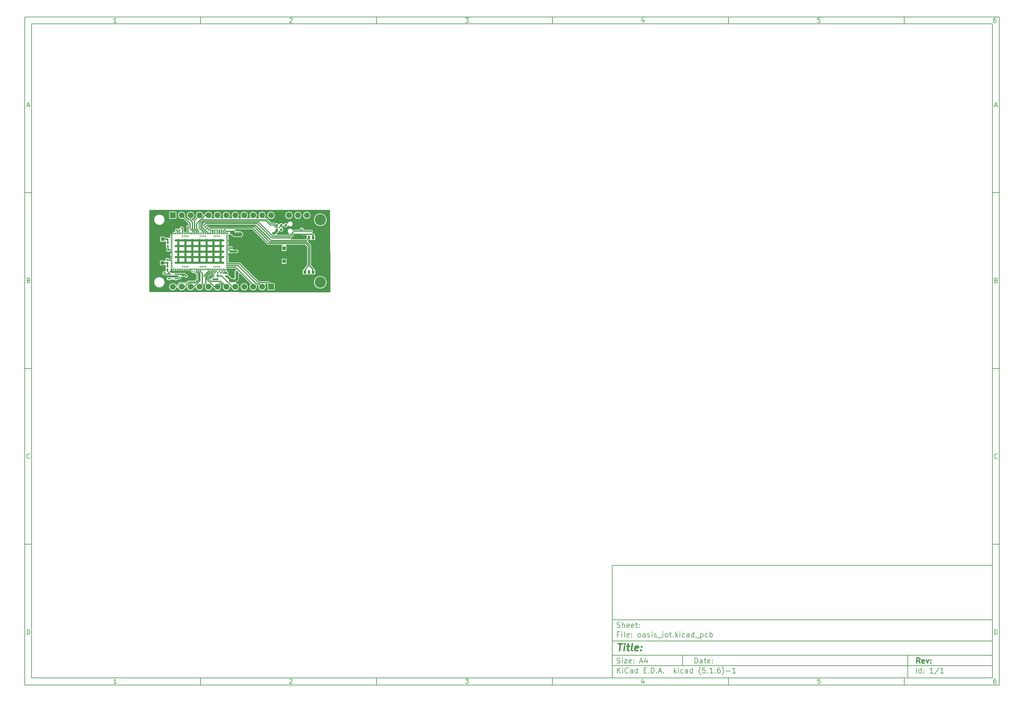
<source format=gtl>
G04 #@! TF.GenerationSoftware,KiCad,Pcbnew,(5.1.6)-1*
G04 #@! TF.CreationDate,2021-06-30T18:45:26-06:00*
G04 #@! TF.ProjectId,oasis_iot,6f617369-735f-4696-9f74-2e6b69636164,rev?*
G04 #@! TF.SameCoordinates,Original*
G04 #@! TF.FileFunction,Copper,L1,Top*
G04 #@! TF.FilePolarity,Positive*
%FSLAX46Y46*%
G04 Gerber Fmt 4.6, Leading zero omitted, Abs format (unit mm)*
G04 Created by KiCad (PCBNEW (5.1.6)-1) date 2021-06-30 18:45:26*
%MOMM*%
%LPD*%
G01*
G04 APERTURE LIST*
%ADD10C,0.100000*%
%ADD11C,0.150000*%
%ADD12C,0.300000*%
%ADD13C,0.400000*%
G04 #@! TA.AperFunction,ComponentPad*
%ADD14C,1.676400*%
G04 #@! TD*
G04 #@! TA.AperFunction,ComponentPad*
%ADD15R,1.676400X1.676400*%
G04 #@! TD*
G04 #@! TA.AperFunction,ComponentPad*
%ADD16C,3.200000*%
G04 #@! TD*
G04 #@! TA.AperFunction,SMDPad,CuDef*
%ADD17R,0.900000X0.700000*%
G04 #@! TD*
G04 #@! TA.AperFunction,SMDPad,CuDef*
%ADD18R,1.000000X1.100000*%
G04 #@! TD*
G04 #@! TA.AperFunction,SMDPad,CuDef*
%ADD19R,0.800000X1.000000*%
G04 #@! TD*
G04 #@! TA.AperFunction,SMDPad,CuDef*
%ADD20R,2.300000X1.000000*%
G04 #@! TD*
G04 #@! TA.AperFunction,SMDPad,CuDef*
%ADD21R,0.800000X0.800000*%
G04 #@! TD*
G04 #@! TA.AperFunction,SMDPad,CuDef*
%ADD22R,0.300000X0.300000*%
G04 #@! TD*
G04 #@! TA.AperFunction,SMDPad,CuDef*
%ADD23R,0.300000X0.540000*%
G04 #@! TD*
G04 #@! TA.AperFunction,SMDPad,CuDef*
%ADD24R,0.540000X0.540000*%
G04 #@! TD*
G04 #@! TA.AperFunction,SMDPad,CuDef*
%ADD25R,0.540000X0.300000*%
G04 #@! TD*
G04 #@! TA.AperFunction,SMDPad,CuDef*
%ADD26R,1.050000X1.000000*%
G04 #@! TD*
G04 #@! TA.AperFunction,SMDPad,CuDef*
%ADD27R,2.200000X1.050000*%
G04 #@! TD*
G04 #@! TA.AperFunction,SMDPad,CuDef*
%ADD28R,0.600000X0.540000*%
G04 #@! TD*
G04 #@! TA.AperFunction,SMDPad,CuDef*
%ADD29R,0.970000X0.390000*%
G04 #@! TD*
G04 #@! TA.AperFunction,SMDPad,CuDef*
%ADD30R,1.143000X0.406400*%
G04 #@! TD*
G04 #@! TA.AperFunction,SMDPad,CuDef*
%ADD31R,0.630000X0.510000*%
G04 #@! TD*
G04 #@! TA.AperFunction,SMDPad,CuDef*
%ADD32C,0.787000*%
G04 #@! TD*
G04 #@! TA.AperFunction,SMDPad,CuDef*
%ADD33R,0.540000X0.600000*%
G04 #@! TD*
G04 #@! TA.AperFunction,ViaPad*
%ADD34C,0.500000*%
G04 #@! TD*
G04 #@! TA.AperFunction,ViaPad*
%ADD35C,0.350000*%
G04 #@! TD*
G04 #@! TA.AperFunction,Conductor*
%ADD36C,0.300000*%
G04 #@! TD*
G04 #@! TA.AperFunction,Conductor*
%ADD37C,0.600000*%
G04 #@! TD*
G04 #@! TA.AperFunction,Conductor*
%ADD38C,0.500000*%
G04 #@! TD*
G04 #@! TA.AperFunction,Conductor*
%ADD39C,0.254000*%
G04 #@! TD*
G04 #@! TA.AperFunction,Conductor*
%ADD40C,0.540000*%
G04 #@! TD*
G04 #@! TA.AperFunction,Conductor*
%ADD41C,0.200000*%
G04 #@! TD*
G04 #@! TA.AperFunction,Conductor*
%ADD42C,0.700000*%
G04 #@! TD*
G04 #@! TA.AperFunction,Conductor*
%ADD43C,1.000000*%
G04 #@! TD*
G04 #@! TA.AperFunction,Conductor*
%ADD44C,0.800000*%
G04 #@! TD*
G04 APERTURE END LIST*
D10*
D11*
X177002200Y-166007200D02*
X177002200Y-198007200D01*
X285002200Y-198007200D01*
X285002200Y-166007200D01*
X177002200Y-166007200D01*
D10*
D11*
X10000000Y-10000000D02*
X10000000Y-200007200D01*
X287002200Y-200007200D01*
X287002200Y-10000000D01*
X10000000Y-10000000D01*
D10*
D11*
X12000000Y-12000000D02*
X12000000Y-198007200D01*
X285002200Y-198007200D01*
X285002200Y-12000000D01*
X12000000Y-12000000D01*
D10*
D11*
X60000000Y-12000000D02*
X60000000Y-10000000D01*
D10*
D11*
X110000000Y-12000000D02*
X110000000Y-10000000D01*
D10*
D11*
X160000000Y-12000000D02*
X160000000Y-10000000D01*
D10*
D11*
X210000000Y-12000000D02*
X210000000Y-10000000D01*
D10*
D11*
X260000000Y-12000000D02*
X260000000Y-10000000D01*
D10*
D11*
X36065476Y-11588095D02*
X35322619Y-11588095D01*
X35694047Y-11588095D02*
X35694047Y-10288095D01*
X35570238Y-10473809D01*
X35446428Y-10597619D01*
X35322619Y-10659523D01*
D10*
D11*
X85322619Y-10411904D02*
X85384523Y-10350000D01*
X85508333Y-10288095D01*
X85817857Y-10288095D01*
X85941666Y-10350000D01*
X86003571Y-10411904D01*
X86065476Y-10535714D01*
X86065476Y-10659523D01*
X86003571Y-10845238D01*
X85260714Y-11588095D01*
X86065476Y-11588095D01*
D10*
D11*
X135260714Y-10288095D02*
X136065476Y-10288095D01*
X135632142Y-10783333D01*
X135817857Y-10783333D01*
X135941666Y-10845238D01*
X136003571Y-10907142D01*
X136065476Y-11030952D01*
X136065476Y-11340476D01*
X136003571Y-11464285D01*
X135941666Y-11526190D01*
X135817857Y-11588095D01*
X135446428Y-11588095D01*
X135322619Y-11526190D01*
X135260714Y-11464285D01*
D10*
D11*
X185941666Y-10721428D02*
X185941666Y-11588095D01*
X185632142Y-10226190D02*
X185322619Y-11154761D01*
X186127380Y-11154761D01*
D10*
D11*
X236003571Y-10288095D02*
X235384523Y-10288095D01*
X235322619Y-10907142D01*
X235384523Y-10845238D01*
X235508333Y-10783333D01*
X235817857Y-10783333D01*
X235941666Y-10845238D01*
X236003571Y-10907142D01*
X236065476Y-11030952D01*
X236065476Y-11340476D01*
X236003571Y-11464285D01*
X235941666Y-11526190D01*
X235817857Y-11588095D01*
X235508333Y-11588095D01*
X235384523Y-11526190D01*
X235322619Y-11464285D01*
D10*
D11*
X285941666Y-10288095D02*
X285694047Y-10288095D01*
X285570238Y-10350000D01*
X285508333Y-10411904D01*
X285384523Y-10597619D01*
X285322619Y-10845238D01*
X285322619Y-11340476D01*
X285384523Y-11464285D01*
X285446428Y-11526190D01*
X285570238Y-11588095D01*
X285817857Y-11588095D01*
X285941666Y-11526190D01*
X286003571Y-11464285D01*
X286065476Y-11340476D01*
X286065476Y-11030952D01*
X286003571Y-10907142D01*
X285941666Y-10845238D01*
X285817857Y-10783333D01*
X285570238Y-10783333D01*
X285446428Y-10845238D01*
X285384523Y-10907142D01*
X285322619Y-11030952D01*
D10*
D11*
X60000000Y-198007200D02*
X60000000Y-200007200D01*
D10*
D11*
X110000000Y-198007200D02*
X110000000Y-200007200D01*
D10*
D11*
X160000000Y-198007200D02*
X160000000Y-200007200D01*
D10*
D11*
X210000000Y-198007200D02*
X210000000Y-200007200D01*
D10*
D11*
X260000000Y-198007200D02*
X260000000Y-200007200D01*
D10*
D11*
X36065476Y-199595295D02*
X35322619Y-199595295D01*
X35694047Y-199595295D02*
X35694047Y-198295295D01*
X35570238Y-198481009D01*
X35446428Y-198604819D01*
X35322619Y-198666723D01*
D10*
D11*
X85322619Y-198419104D02*
X85384523Y-198357200D01*
X85508333Y-198295295D01*
X85817857Y-198295295D01*
X85941666Y-198357200D01*
X86003571Y-198419104D01*
X86065476Y-198542914D01*
X86065476Y-198666723D01*
X86003571Y-198852438D01*
X85260714Y-199595295D01*
X86065476Y-199595295D01*
D10*
D11*
X135260714Y-198295295D02*
X136065476Y-198295295D01*
X135632142Y-198790533D01*
X135817857Y-198790533D01*
X135941666Y-198852438D01*
X136003571Y-198914342D01*
X136065476Y-199038152D01*
X136065476Y-199347676D01*
X136003571Y-199471485D01*
X135941666Y-199533390D01*
X135817857Y-199595295D01*
X135446428Y-199595295D01*
X135322619Y-199533390D01*
X135260714Y-199471485D01*
D10*
D11*
X185941666Y-198728628D02*
X185941666Y-199595295D01*
X185632142Y-198233390D02*
X185322619Y-199161961D01*
X186127380Y-199161961D01*
D10*
D11*
X236003571Y-198295295D02*
X235384523Y-198295295D01*
X235322619Y-198914342D01*
X235384523Y-198852438D01*
X235508333Y-198790533D01*
X235817857Y-198790533D01*
X235941666Y-198852438D01*
X236003571Y-198914342D01*
X236065476Y-199038152D01*
X236065476Y-199347676D01*
X236003571Y-199471485D01*
X235941666Y-199533390D01*
X235817857Y-199595295D01*
X235508333Y-199595295D01*
X235384523Y-199533390D01*
X235322619Y-199471485D01*
D10*
D11*
X285941666Y-198295295D02*
X285694047Y-198295295D01*
X285570238Y-198357200D01*
X285508333Y-198419104D01*
X285384523Y-198604819D01*
X285322619Y-198852438D01*
X285322619Y-199347676D01*
X285384523Y-199471485D01*
X285446428Y-199533390D01*
X285570238Y-199595295D01*
X285817857Y-199595295D01*
X285941666Y-199533390D01*
X286003571Y-199471485D01*
X286065476Y-199347676D01*
X286065476Y-199038152D01*
X286003571Y-198914342D01*
X285941666Y-198852438D01*
X285817857Y-198790533D01*
X285570238Y-198790533D01*
X285446428Y-198852438D01*
X285384523Y-198914342D01*
X285322619Y-199038152D01*
D10*
D11*
X10000000Y-60000000D02*
X12000000Y-60000000D01*
D10*
D11*
X10000000Y-110000000D02*
X12000000Y-110000000D01*
D10*
D11*
X10000000Y-160000000D02*
X12000000Y-160000000D01*
D10*
D11*
X10690476Y-35216666D02*
X11309523Y-35216666D01*
X10566666Y-35588095D02*
X11000000Y-34288095D01*
X11433333Y-35588095D01*
D10*
D11*
X11092857Y-84907142D02*
X11278571Y-84969047D01*
X11340476Y-85030952D01*
X11402380Y-85154761D01*
X11402380Y-85340476D01*
X11340476Y-85464285D01*
X11278571Y-85526190D01*
X11154761Y-85588095D01*
X10659523Y-85588095D01*
X10659523Y-84288095D01*
X11092857Y-84288095D01*
X11216666Y-84350000D01*
X11278571Y-84411904D01*
X11340476Y-84535714D01*
X11340476Y-84659523D01*
X11278571Y-84783333D01*
X11216666Y-84845238D01*
X11092857Y-84907142D01*
X10659523Y-84907142D01*
D10*
D11*
X11402380Y-135464285D02*
X11340476Y-135526190D01*
X11154761Y-135588095D01*
X11030952Y-135588095D01*
X10845238Y-135526190D01*
X10721428Y-135402380D01*
X10659523Y-135278571D01*
X10597619Y-135030952D01*
X10597619Y-134845238D01*
X10659523Y-134597619D01*
X10721428Y-134473809D01*
X10845238Y-134350000D01*
X11030952Y-134288095D01*
X11154761Y-134288095D01*
X11340476Y-134350000D01*
X11402380Y-134411904D01*
D10*
D11*
X10659523Y-185588095D02*
X10659523Y-184288095D01*
X10969047Y-184288095D01*
X11154761Y-184350000D01*
X11278571Y-184473809D01*
X11340476Y-184597619D01*
X11402380Y-184845238D01*
X11402380Y-185030952D01*
X11340476Y-185278571D01*
X11278571Y-185402380D01*
X11154761Y-185526190D01*
X10969047Y-185588095D01*
X10659523Y-185588095D01*
D10*
D11*
X287002200Y-60000000D02*
X285002200Y-60000000D01*
D10*
D11*
X287002200Y-110000000D02*
X285002200Y-110000000D01*
D10*
D11*
X287002200Y-160000000D02*
X285002200Y-160000000D01*
D10*
D11*
X285692676Y-35216666D02*
X286311723Y-35216666D01*
X285568866Y-35588095D02*
X286002200Y-34288095D01*
X286435533Y-35588095D01*
D10*
D11*
X286095057Y-84907142D02*
X286280771Y-84969047D01*
X286342676Y-85030952D01*
X286404580Y-85154761D01*
X286404580Y-85340476D01*
X286342676Y-85464285D01*
X286280771Y-85526190D01*
X286156961Y-85588095D01*
X285661723Y-85588095D01*
X285661723Y-84288095D01*
X286095057Y-84288095D01*
X286218866Y-84350000D01*
X286280771Y-84411904D01*
X286342676Y-84535714D01*
X286342676Y-84659523D01*
X286280771Y-84783333D01*
X286218866Y-84845238D01*
X286095057Y-84907142D01*
X285661723Y-84907142D01*
D10*
D11*
X286404580Y-135464285D02*
X286342676Y-135526190D01*
X286156961Y-135588095D01*
X286033152Y-135588095D01*
X285847438Y-135526190D01*
X285723628Y-135402380D01*
X285661723Y-135278571D01*
X285599819Y-135030952D01*
X285599819Y-134845238D01*
X285661723Y-134597619D01*
X285723628Y-134473809D01*
X285847438Y-134350000D01*
X286033152Y-134288095D01*
X286156961Y-134288095D01*
X286342676Y-134350000D01*
X286404580Y-134411904D01*
D10*
D11*
X285661723Y-185588095D02*
X285661723Y-184288095D01*
X285971247Y-184288095D01*
X286156961Y-184350000D01*
X286280771Y-184473809D01*
X286342676Y-184597619D01*
X286404580Y-184845238D01*
X286404580Y-185030952D01*
X286342676Y-185278571D01*
X286280771Y-185402380D01*
X286156961Y-185526190D01*
X285971247Y-185588095D01*
X285661723Y-185588095D01*
D10*
D11*
X200434342Y-193785771D02*
X200434342Y-192285771D01*
X200791485Y-192285771D01*
X201005771Y-192357200D01*
X201148628Y-192500057D01*
X201220057Y-192642914D01*
X201291485Y-192928628D01*
X201291485Y-193142914D01*
X201220057Y-193428628D01*
X201148628Y-193571485D01*
X201005771Y-193714342D01*
X200791485Y-193785771D01*
X200434342Y-193785771D01*
X202577200Y-193785771D02*
X202577200Y-193000057D01*
X202505771Y-192857200D01*
X202362914Y-192785771D01*
X202077200Y-192785771D01*
X201934342Y-192857200D01*
X202577200Y-193714342D02*
X202434342Y-193785771D01*
X202077200Y-193785771D01*
X201934342Y-193714342D01*
X201862914Y-193571485D01*
X201862914Y-193428628D01*
X201934342Y-193285771D01*
X202077200Y-193214342D01*
X202434342Y-193214342D01*
X202577200Y-193142914D01*
X203077200Y-192785771D02*
X203648628Y-192785771D01*
X203291485Y-192285771D02*
X203291485Y-193571485D01*
X203362914Y-193714342D01*
X203505771Y-193785771D01*
X203648628Y-193785771D01*
X204720057Y-193714342D02*
X204577200Y-193785771D01*
X204291485Y-193785771D01*
X204148628Y-193714342D01*
X204077200Y-193571485D01*
X204077200Y-193000057D01*
X204148628Y-192857200D01*
X204291485Y-192785771D01*
X204577200Y-192785771D01*
X204720057Y-192857200D01*
X204791485Y-193000057D01*
X204791485Y-193142914D01*
X204077200Y-193285771D01*
X205434342Y-193642914D02*
X205505771Y-193714342D01*
X205434342Y-193785771D01*
X205362914Y-193714342D01*
X205434342Y-193642914D01*
X205434342Y-193785771D01*
X205434342Y-192857200D02*
X205505771Y-192928628D01*
X205434342Y-193000057D01*
X205362914Y-192928628D01*
X205434342Y-192857200D01*
X205434342Y-193000057D01*
D10*
D11*
X177002200Y-194507200D02*
X285002200Y-194507200D01*
D10*
D11*
X178434342Y-196585771D02*
X178434342Y-195085771D01*
X179291485Y-196585771D02*
X178648628Y-195728628D01*
X179291485Y-195085771D02*
X178434342Y-195942914D01*
X179934342Y-196585771D02*
X179934342Y-195585771D01*
X179934342Y-195085771D02*
X179862914Y-195157200D01*
X179934342Y-195228628D01*
X180005771Y-195157200D01*
X179934342Y-195085771D01*
X179934342Y-195228628D01*
X181505771Y-196442914D02*
X181434342Y-196514342D01*
X181220057Y-196585771D01*
X181077200Y-196585771D01*
X180862914Y-196514342D01*
X180720057Y-196371485D01*
X180648628Y-196228628D01*
X180577200Y-195942914D01*
X180577200Y-195728628D01*
X180648628Y-195442914D01*
X180720057Y-195300057D01*
X180862914Y-195157200D01*
X181077200Y-195085771D01*
X181220057Y-195085771D01*
X181434342Y-195157200D01*
X181505771Y-195228628D01*
X182791485Y-196585771D02*
X182791485Y-195800057D01*
X182720057Y-195657200D01*
X182577200Y-195585771D01*
X182291485Y-195585771D01*
X182148628Y-195657200D01*
X182791485Y-196514342D02*
X182648628Y-196585771D01*
X182291485Y-196585771D01*
X182148628Y-196514342D01*
X182077200Y-196371485D01*
X182077200Y-196228628D01*
X182148628Y-196085771D01*
X182291485Y-196014342D01*
X182648628Y-196014342D01*
X182791485Y-195942914D01*
X184148628Y-196585771D02*
X184148628Y-195085771D01*
X184148628Y-196514342D02*
X184005771Y-196585771D01*
X183720057Y-196585771D01*
X183577200Y-196514342D01*
X183505771Y-196442914D01*
X183434342Y-196300057D01*
X183434342Y-195871485D01*
X183505771Y-195728628D01*
X183577200Y-195657200D01*
X183720057Y-195585771D01*
X184005771Y-195585771D01*
X184148628Y-195657200D01*
X186005771Y-195800057D02*
X186505771Y-195800057D01*
X186720057Y-196585771D02*
X186005771Y-196585771D01*
X186005771Y-195085771D01*
X186720057Y-195085771D01*
X187362914Y-196442914D02*
X187434342Y-196514342D01*
X187362914Y-196585771D01*
X187291485Y-196514342D01*
X187362914Y-196442914D01*
X187362914Y-196585771D01*
X188077200Y-196585771D02*
X188077200Y-195085771D01*
X188434342Y-195085771D01*
X188648628Y-195157200D01*
X188791485Y-195300057D01*
X188862914Y-195442914D01*
X188934342Y-195728628D01*
X188934342Y-195942914D01*
X188862914Y-196228628D01*
X188791485Y-196371485D01*
X188648628Y-196514342D01*
X188434342Y-196585771D01*
X188077200Y-196585771D01*
X189577200Y-196442914D02*
X189648628Y-196514342D01*
X189577200Y-196585771D01*
X189505771Y-196514342D01*
X189577200Y-196442914D01*
X189577200Y-196585771D01*
X190220057Y-196157200D02*
X190934342Y-196157200D01*
X190077200Y-196585771D02*
X190577200Y-195085771D01*
X191077200Y-196585771D01*
X191577200Y-196442914D02*
X191648628Y-196514342D01*
X191577200Y-196585771D01*
X191505771Y-196514342D01*
X191577200Y-196442914D01*
X191577200Y-196585771D01*
X194577200Y-196585771D02*
X194577200Y-195085771D01*
X194720057Y-196014342D02*
X195148628Y-196585771D01*
X195148628Y-195585771D02*
X194577200Y-196157200D01*
X195791485Y-196585771D02*
X195791485Y-195585771D01*
X195791485Y-195085771D02*
X195720057Y-195157200D01*
X195791485Y-195228628D01*
X195862914Y-195157200D01*
X195791485Y-195085771D01*
X195791485Y-195228628D01*
X197148628Y-196514342D02*
X197005771Y-196585771D01*
X196720057Y-196585771D01*
X196577200Y-196514342D01*
X196505771Y-196442914D01*
X196434342Y-196300057D01*
X196434342Y-195871485D01*
X196505771Y-195728628D01*
X196577200Y-195657200D01*
X196720057Y-195585771D01*
X197005771Y-195585771D01*
X197148628Y-195657200D01*
X198434342Y-196585771D02*
X198434342Y-195800057D01*
X198362914Y-195657200D01*
X198220057Y-195585771D01*
X197934342Y-195585771D01*
X197791485Y-195657200D01*
X198434342Y-196514342D02*
X198291485Y-196585771D01*
X197934342Y-196585771D01*
X197791485Y-196514342D01*
X197720057Y-196371485D01*
X197720057Y-196228628D01*
X197791485Y-196085771D01*
X197934342Y-196014342D01*
X198291485Y-196014342D01*
X198434342Y-195942914D01*
X199791485Y-196585771D02*
X199791485Y-195085771D01*
X199791485Y-196514342D02*
X199648628Y-196585771D01*
X199362914Y-196585771D01*
X199220057Y-196514342D01*
X199148628Y-196442914D01*
X199077200Y-196300057D01*
X199077200Y-195871485D01*
X199148628Y-195728628D01*
X199220057Y-195657200D01*
X199362914Y-195585771D01*
X199648628Y-195585771D01*
X199791485Y-195657200D01*
X202077200Y-197157200D02*
X202005771Y-197085771D01*
X201862914Y-196871485D01*
X201791485Y-196728628D01*
X201720057Y-196514342D01*
X201648628Y-196157200D01*
X201648628Y-195871485D01*
X201720057Y-195514342D01*
X201791485Y-195300057D01*
X201862914Y-195157200D01*
X202005771Y-194942914D01*
X202077200Y-194871485D01*
X203362914Y-195085771D02*
X202648628Y-195085771D01*
X202577200Y-195800057D01*
X202648628Y-195728628D01*
X202791485Y-195657200D01*
X203148628Y-195657200D01*
X203291485Y-195728628D01*
X203362914Y-195800057D01*
X203434342Y-195942914D01*
X203434342Y-196300057D01*
X203362914Y-196442914D01*
X203291485Y-196514342D01*
X203148628Y-196585771D01*
X202791485Y-196585771D01*
X202648628Y-196514342D01*
X202577200Y-196442914D01*
X204077200Y-196442914D02*
X204148628Y-196514342D01*
X204077200Y-196585771D01*
X204005771Y-196514342D01*
X204077200Y-196442914D01*
X204077200Y-196585771D01*
X205577200Y-196585771D02*
X204720057Y-196585771D01*
X205148628Y-196585771D02*
X205148628Y-195085771D01*
X205005771Y-195300057D01*
X204862914Y-195442914D01*
X204720057Y-195514342D01*
X206220057Y-196442914D02*
X206291485Y-196514342D01*
X206220057Y-196585771D01*
X206148628Y-196514342D01*
X206220057Y-196442914D01*
X206220057Y-196585771D01*
X207577200Y-195085771D02*
X207291485Y-195085771D01*
X207148628Y-195157200D01*
X207077200Y-195228628D01*
X206934342Y-195442914D01*
X206862914Y-195728628D01*
X206862914Y-196300057D01*
X206934342Y-196442914D01*
X207005771Y-196514342D01*
X207148628Y-196585771D01*
X207434342Y-196585771D01*
X207577200Y-196514342D01*
X207648628Y-196442914D01*
X207720057Y-196300057D01*
X207720057Y-195942914D01*
X207648628Y-195800057D01*
X207577200Y-195728628D01*
X207434342Y-195657200D01*
X207148628Y-195657200D01*
X207005771Y-195728628D01*
X206934342Y-195800057D01*
X206862914Y-195942914D01*
X208220057Y-197157200D02*
X208291485Y-197085771D01*
X208434342Y-196871485D01*
X208505771Y-196728628D01*
X208577200Y-196514342D01*
X208648628Y-196157200D01*
X208648628Y-195871485D01*
X208577200Y-195514342D01*
X208505771Y-195300057D01*
X208434342Y-195157200D01*
X208291485Y-194942914D01*
X208220057Y-194871485D01*
X209362914Y-196014342D02*
X210505771Y-196014342D01*
X212005771Y-196585771D02*
X211148628Y-196585771D01*
X211577200Y-196585771D02*
X211577200Y-195085771D01*
X211434342Y-195300057D01*
X211291485Y-195442914D01*
X211148628Y-195514342D01*
D10*
D11*
X177002200Y-191507200D02*
X285002200Y-191507200D01*
D10*
D12*
X264411485Y-193785771D02*
X263911485Y-193071485D01*
X263554342Y-193785771D02*
X263554342Y-192285771D01*
X264125771Y-192285771D01*
X264268628Y-192357200D01*
X264340057Y-192428628D01*
X264411485Y-192571485D01*
X264411485Y-192785771D01*
X264340057Y-192928628D01*
X264268628Y-193000057D01*
X264125771Y-193071485D01*
X263554342Y-193071485D01*
X265625771Y-193714342D02*
X265482914Y-193785771D01*
X265197200Y-193785771D01*
X265054342Y-193714342D01*
X264982914Y-193571485D01*
X264982914Y-193000057D01*
X265054342Y-192857200D01*
X265197200Y-192785771D01*
X265482914Y-192785771D01*
X265625771Y-192857200D01*
X265697200Y-193000057D01*
X265697200Y-193142914D01*
X264982914Y-193285771D01*
X266197200Y-192785771D02*
X266554342Y-193785771D01*
X266911485Y-192785771D01*
X267482914Y-193642914D02*
X267554342Y-193714342D01*
X267482914Y-193785771D01*
X267411485Y-193714342D01*
X267482914Y-193642914D01*
X267482914Y-193785771D01*
X267482914Y-192857200D02*
X267554342Y-192928628D01*
X267482914Y-193000057D01*
X267411485Y-192928628D01*
X267482914Y-192857200D01*
X267482914Y-193000057D01*
D10*
D11*
X178362914Y-193714342D02*
X178577200Y-193785771D01*
X178934342Y-193785771D01*
X179077200Y-193714342D01*
X179148628Y-193642914D01*
X179220057Y-193500057D01*
X179220057Y-193357200D01*
X179148628Y-193214342D01*
X179077200Y-193142914D01*
X178934342Y-193071485D01*
X178648628Y-193000057D01*
X178505771Y-192928628D01*
X178434342Y-192857200D01*
X178362914Y-192714342D01*
X178362914Y-192571485D01*
X178434342Y-192428628D01*
X178505771Y-192357200D01*
X178648628Y-192285771D01*
X179005771Y-192285771D01*
X179220057Y-192357200D01*
X179862914Y-193785771D02*
X179862914Y-192785771D01*
X179862914Y-192285771D02*
X179791485Y-192357200D01*
X179862914Y-192428628D01*
X179934342Y-192357200D01*
X179862914Y-192285771D01*
X179862914Y-192428628D01*
X180434342Y-192785771D02*
X181220057Y-192785771D01*
X180434342Y-193785771D01*
X181220057Y-193785771D01*
X182362914Y-193714342D02*
X182220057Y-193785771D01*
X181934342Y-193785771D01*
X181791485Y-193714342D01*
X181720057Y-193571485D01*
X181720057Y-193000057D01*
X181791485Y-192857200D01*
X181934342Y-192785771D01*
X182220057Y-192785771D01*
X182362914Y-192857200D01*
X182434342Y-193000057D01*
X182434342Y-193142914D01*
X181720057Y-193285771D01*
X183077200Y-193642914D02*
X183148628Y-193714342D01*
X183077200Y-193785771D01*
X183005771Y-193714342D01*
X183077200Y-193642914D01*
X183077200Y-193785771D01*
X183077200Y-192857200D02*
X183148628Y-192928628D01*
X183077200Y-193000057D01*
X183005771Y-192928628D01*
X183077200Y-192857200D01*
X183077200Y-193000057D01*
X184862914Y-193357200D02*
X185577200Y-193357200D01*
X184720057Y-193785771D02*
X185220057Y-192285771D01*
X185720057Y-193785771D01*
X186862914Y-192785771D02*
X186862914Y-193785771D01*
X186505771Y-192214342D02*
X186148628Y-193285771D01*
X187077200Y-193285771D01*
D10*
D11*
X263434342Y-196585771D02*
X263434342Y-195085771D01*
X264791485Y-196585771D02*
X264791485Y-195085771D01*
X264791485Y-196514342D02*
X264648628Y-196585771D01*
X264362914Y-196585771D01*
X264220057Y-196514342D01*
X264148628Y-196442914D01*
X264077200Y-196300057D01*
X264077200Y-195871485D01*
X264148628Y-195728628D01*
X264220057Y-195657200D01*
X264362914Y-195585771D01*
X264648628Y-195585771D01*
X264791485Y-195657200D01*
X265505771Y-196442914D02*
X265577200Y-196514342D01*
X265505771Y-196585771D01*
X265434342Y-196514342D01*
X265505771Y-196442914D01*
X265505771Y-196585771D01*
X265505771Y-195657200D02*
X265577200Y-195728628D01*
X265505771Y-195800057D01*
X265434342Y-195728628D01*
X265505771Y-195657200D01*
X265505771Y-195800057D01*
X268148628Y-196585771D02*
X267291485Y-196585771D01*
X267720057Y-196585771D02*
X267720057Y-195085771D01*
X267577200Y-195300057D01*
X267434342Y-195442914D01*
X267291485Y-195514342D01*
X269862914Y-195014342D02*
X268577200Y-196942914D01*
X271148628Y-196585771D02*
X270291485Y-196585771D01*
X270720057Y-196585771D02*
X270720057Y-195085771D01*
X270577200Y-195300057D01*
X270434342Y-195442914D01*
X270291485Y-195514342D01*
D10*
D11*
X177002200Y-187507200D02*
X285002200Y-187507200D01*
D10*
D13*
X178714580Y-188211961D02*
X179857438Y-188211961D01*
X179036009Y-190211961D02*
X179286009Y-188211961D01*
X180274104Y-190211961D02*
X180440771Y-188878628D01*
X180524104Y-188211961D02*
X180416961Y-188307200D01*
X180500295Y-188402438D01*
X180607438Y-188307200D01*
X180524104Y-188211961D01*
X180500295Y-188402438D01*
X181107438Y-188878628D02*
X181869342Y-188878628D01*
X181476485Y-188211961D02*
X181262200Y-189926247D01*
X181333628Y-190116723D01*
X181512200Y-190211961D01*
X181702676Y-190211961D01*
X182655057Y-190211961D02*
X182476485Y-190116723D01*
X182405057Y-189926247D01*
X182619342Y-188211961D01*
X184190771Y-190116723D02*
X183988390Y-190211961D01*
X183607438Y-190211961D01*
X183428866Y-190116723D01*
X183357438Y-189926247D01*
X183452676Y-189164342D01*
X183571723Y-188973866D01*
X183774104Y-188878628D01*
X184155057Y-188878628D01*
X184333628Y-188973866D01*
X184405057Y-189164342D01*
X184381247Y-189354819D01*
X183405057Y-189545295D01*
X185155057Y-190021485D02*
X185238390Y-190116723D01*
X185131247Y-190211961D01*
X185047914Y-190116723D01*
X185155057Y-190021485D01*
X185131247Y-190211961D01*
X185286009Y-188973866D02*
X185369342Y-189069104D01*
X185262200Y-189164342D01*
X185178866Y-189069104D01*
X185286009Y-188973866D01*
X185262200Y-189164342D01*
D10*
D11*
X178934342Y-185600057D02*
X178434342Y-185600057D01*
X178434342Y-186385771D02*
X178434342Y-184885771D01*
X179148628Y-184885771D01*
X179720057Y-186385771D02*
X179720057Y-185385771D01*
X179720057Y-184885771D02*
X179648628Y-184957200D01*
X179720057Y-185028628D01*
X179791485Y-184957200D01*
X179720057Y-184885771D01*
X179720057Y-185028628D01*
X180648628Y-186385771D02*
X180505771Y-186314342D01*
X180434342Y-186171485D01*
X180434342Y-184885771D01*
X181791485Y-186314342D02*
X181648628Y-186385771D01*
X181362914Y-186385771D01*
X181220057Y-186314342D01*
X181148628Y-186171485D01*
X181148628Y-185600057D01*
X181220057Y-185457200D01*
X181362914Y-185385771D01*
X181648628Y-185385771D01*
X181791485Y-185457200D01*
X181862914Y-185600057D01*
X181862914Y-185742914D01*
X181148628Y-185885771D01*
X182505771Y-186242914D02*
X182577200Y-186314342D01*
X182505771Y-186385771D01*
X182434342Y-186314342D01*
X182505771Y-186242914D01*
X182505771Y-186385771D01*
X182505771Y-185457200D02*
X182577200Y-185528628D01*
X182505771Y-185600057D01*
X182434342Y-185528628D01*
X182505771Y-185457200D01*
X182505771Y-185600057D01*
X184577200Y-186385771D02*
X184434342Y-186314342D01*
X184362914Y-186242914D01*
X184291485Y-186100057D01*
X184291485Y-185671485D01*
X184362914Y-185528628D01*
X184434342Y-185457200D01*
X184577200Y-185385771D01*
X184791485Y-185385771D01*
X184934342Y-185457200D01*
X185005771Y-185528628D01*
X185077200Y-185671485D01*
X185077200Y-186100057D01*
X185005771Y-186242914D01*
X184934342Y-186314342D01*
X184791485Y-186385771D01*
X184577200Y-186385771D01*
X186362914Y-186385771D02*
X186362914Y-185600057D01*
X186291485Y-185457200D01*
X186148628Y-185385771D01*
X185862914Y-185385771D01*
X185720057Y-185457200D01*
X186362914Y-186314342D02*
X186220057Y-186385771D01*
X185862914Y-186385771D01*
X185720057Y-186314342D01*
X185648628Y-186171485D01*
X185648628Y-186028628D01*
X185720057Y-185885771D01*
X185862914Y-185814342D01*
X186220057Y-185814342D01*
X186362914Y-185742914D01*
X187005771Y-186314342D02*
X187148628Y-186385771D01*
X187434342Y-186385771D01*
X187577200Y-186314342D01*
X187648628Y-186171485D01*
X187648628Y-186100057D01*
X187577200Y-185957200D01*
X187434342Y-185885771D01*
X187220057Y-185885771D01*
X187077200Y-185814342D01*
X187005771Y-185671485D01*
X187005771Y-185600057D01*
X187077200Y-185457200D01*
X187220057Y-185385771D01*
X187434342Y-185385771D01*
X187577200Y-185457200D01*
X188291485Y-186385771D02*
X188291485Y-185385771D01*
X188291485Y-184885771D02*
X188220057Y-184957200D01*
X188291485Y-185028628D01*
X188362914Y-184957200D01*
X188291485Y-184885771D01*
X188291485Y-185028628D01*
X188934342Y-186314342D02*
X189077200Y-186385771D01*
X189362914Y-186385771D01*
X189505771Y-186314342D01*
X189577200Y-186171485D01*
X189577200Y-186100057D01*
X189505771Y-185957200D01*
X189362914Y-185885771D01*
X189148628Y-185885771D01*
X189005771Y-185814342D01*
X188934342Y-185671485D01*
X188934342Y-185600057D01*
X189005771Y-185457200D01*
X189148628Y-185385771D01*
X189362914Y-185385771D01*
X189505771Y-185457200D01*
X189862914Y-186528628D02*
X191005771Y-186528628D01*
X191362914Y-186385771D02*
X191362914Y-185385771D01*
X191362914Y-184885771D02*
X191291485Y-184957200D01*
X191362914Y-185028628D01*
X191434342Y-184957200D01*
X191362914Y-184885771D01*
X191362914Y-185028628D01*
X192291485Y-186385771D02*
X192148628Y-186314342D01*
X192077200Y-186242914D01*
X192005771Y-186100057D01*
X192005771Y-185671485D01*
X192077200Y-185528628D01*
X192148628Y-185457200D01*
X192291485Y-185385771D01*
X192505771Y-185385771D01*
X192648628Y-185457200D01*
X192720057Y-185528628D01*
X192791485Y-185671485D01*
X192791485Y-186100057D01*
X192720057Y-186242914D01*
X192648628Y-186314342D01*
X192505771Y-186385771D01*
X192291485Y-186385771D01*
X193220057Y-185385771D02*
X193791485Y-185385771D01*
X193434342Y-184885771D02*
X193434342Y-186171485D01*
X193505771Y-186314342D01*
X193648628Y-186385771D01*
X193791485Y-186385771D01*
X194291485Y-186242914D02*
X194362914Y-186314342D01*
X194291485Y-186385771D01*
X194220057Y-186314342D01*
X194291485Y-186242914D01*
X194291485Y-186385771D01*
X195005771Y-186385771D02*
X195005771Y-184885771D01*
X195148628Y-185814342D02*
X195577200Y-186385771D01*
X195577200Y-185385771D02*
X195005771Y-185957200D01*
X196220057Y-186385771D02*
X196220057Y-185385771D01*
X196220057Y-184885771D02*
X196148628Y-184957200D01*
X196220057Y-185028628D01*
X196291485Y-184957200D01*
X196220057Y-184885771D01*
X196220057Y-185028628D01*
X197577200Y-186314342D02*
X197434342Y-186385771D01*
X197148628Y-186385771D01*
X197005771Y-186314342D01*
X196934342Y-186242914D01*
X196862914Y-186100057D01*
X196862914Y-185671485D01*
X196934342Y-185528628D01*
X197005771Y-185457200D01*
X197148628Y-185385771D01*
X197434342Y-185385771D01*
X197577200Y-185457200D01*
X198862914Y-186385771D02*
X198862914Y-185600057D01*
X198791485Y-185457200D01*
X198648628Y-185385771D01*
X198362914Y-185385771D01*
X198220057Y-185457200D01*
X198862914Y-186314342D02*
X198720057Y-186385771D01*
X198362914Y-186385771D01*
X198220057Y-186314342D01*
X198148628Y-186171485D01*
X198148628Y-186028628D01*
X198220057Y-185885771D01*
X198362914Y-185814342D01*
X198720057Y-185814342D01*
X198862914Y-185742914D01*
X200220057Y-186385771D02*
X200220057Y-184885771D01*
X200220057Y-186314342D02*
X200077200Y-186385771D01*
X199791485Y-186385771D01*
X199648628Y-186314342D01*
X199577200Y-186242914D01*
X199505771Y-186100057D01*
X199505771Y-185671485D01*
X199577200Y-185528628D01*
X199648628Y-185457200D01*
X199791485Y-185385771D01*
X200077200Y-185385771D01*
X200220057Y-185457200D01*
X200577200Y-186528628D02*
X201720057Y-186528628D01*
X202077200Y-185385771D02*
X202077200Y-186885771D01*
X202077200Y-185457200D02*
X202220057Y-185385771D01*
X202505771Y-185385771D01*
X202648628Y-185457200D01*
X202720057Y-185528628D01*
X202791485Y-185671485D01*
X202791485Y-186100057D01*
X202720057Y-186242914D01*
X202648628Y-186314342D01*
X202505771Y-186385771D01*
X202220057Y-186385771D01*
X202077200Y-186314342D01*
X204077200Y-186314342D02*
X203934342Y-186385771D01*
X203648628Y-186385771D01*
X203505771Y-186314342D01*
X203434342Y-186242914D01*
X203362914Y-186100057D01*
X203362914Y-185671485D01*
X203434342Y-185528628D01*
X203505771Y-185457200D01*
X203648628Y-185385771D01*
X203934342Y-185385771D01*
X204077200Y-185457200D01*
X204720057Y-186385771D02*
X204720057Y-184885771D01*
X204720057Y-185457200D02*
X204862914Y-185385771D01*
X205148628Y-185385771D01*
X205291485Y-185457200D01*
X205362914Y-185528628D01*
X205434342Y-185671485D01*
X205434342Y-186100057D01*
X205362914Y-186242914D01*
X205291485Y-186314342D01*
X205148628Y-186385771D01*
X204862914Y-186385771D01*
X204720057Y-186314342D01*
D10*
D11*
X177002200Y-181507200D02*
X285002200Y-181507200D01*
D10*
D11*
X178362914Y-183614342D02*
X178577200Y-183685771D01*
X178934342Y-183685771D01*
X179077200Y-183614342D01*
X179148628Y-183542914D01*
X179220057Y-183400057D01*
X179220057Y-183257200D01*
X179148628Y-183114342D01*
X179077200Y-183042914D01*
X178934342Y-182971485D01*
X178648628Y-182900057D01*
X178505771Y-182828628D01*
X178434342Y-182757200D01*
X178362914Y-182614342D01*
X178362914Y-182471485D01*
X178434342Y-182328628D01*
X178505771Y-182257200D01*
X178648628Y-182185771D01*
X179005771Y-182185771D01*
X179220057Y-182257200D01*
X179862914Y-183685771D02*
X179862914Y-182185771D01*
X180505771Y-183685771D02*
X180505771Y-182900057D01*
X180434342Y-182757200D01*
X180291485Y-182685771D01*
X180077200Y-182685771D01*
X179934342Y-182757200D01*
X179862914Y-182828628D01*
X181791485Y-183614342D02*
X181648628Y-183685771D01*
X181362914Y-183685771D01*
X181220057Y-183614342D01*
X181148628Y-183471485D01*
X181148628Y-182900057D01*
X181220057Y-182757200D01*
X181362914Y-182685771D01*
X181648628Y-182685771D01*
X181791485Y-182757200D01*
X181862914Y-182900057D01*
X181862914Y-183042914D01*
X181148628Y-183185771D01*
X183077200Y-183614342D02*
X182934342Y-183685771D01*
X182648628Y-183685771D01*
X182505771Y-183614342D01*
X182434342Y-183471485D01*
X182434342Y-182900057D01*
X182505771Y-182757200D01*
X182648628Y-182685771D01*
X182934342Y-182685771D01*
X183077200Y-182757200D01*
X183148628Y-182900057D01*
X183148628Y-183042914D01*
X182434342Y-183185771D01*
X183577200Y-182685771D02*
X184148628Y-182685771D01*
X183791485Y-182185771D02*
X183791485Y-183471485D01*
X183862914Y-183614342D01*
X184005771Y-183685771D01*
X184148628Y-183685771D01*
X184648628Y-183542914D02*
X184720057Y-183614342D01*
X184648628Y-183685771D01*
X184577200Y-183614342D01*
X184648628Y-183542914D01*
X184648628Y-183685771D01*
X184648628Y-182757200D02*
X184720057Y-182828628D01*
X184648628Y-182900057D01*
X184577200Y-182828628D01*
X184648628Y-182757200D01*
X184648628Y-182900057D01*
D10*
D11*
X197002200Y-191507200D02*
X197002200Y-194507200D01*
D10*
D11*
X261002200Y-191507200D02*
X261002200Y-198007200D01*
D14*
X52080000Y-86750000D03*
D15*
X80020000Y-86750000D03*
D14*
X77480000Y-86750000D03*
X74940000Y-86750000D03*
X72400000Y-86750000D03*
X54620000Y-86750000D03*
X57160000Y-86750000D03*
X59700000Y-86750000D03*
X62240000Y-86750000D03*
X64780000Y-86750000D03*
X67320000Y-86750000D03*
X69860000Y-86750000D03*
D16*
X93990000Y-85480000D03*
X93990000Y-67700000D03*
D14*
X90180000Y-66430000D03*
D15*
X52080000Y-66430000D03*
D14*
X57160000Y-66430000D03*
X54620000Y-66430000D03*
X59700000Y-66430000D03*
X87640000Y-66430000D03*
X85100000Y-66430000D03*
X82560000Y-66430000D03*
X64780000Y-66430000D03*
X62240000Y-66430000D03*
X67320000Y-66430000D03*
X80020000Y-66430000D03*
X77480000Y-66430000D03*
X74940000Y-66430000D03*
X69860000Y-66430000D03*
X72400000Y-66430000D03*
D17*
X54990000Y-84650000D03*
X54990000Y-83350000D03*
D18*
X83739000Y-75820000D03*
X83739000Y-79460000D03*
D19*
X89614000Y-82540000D03*
X90814000Y-82540000D03*
X89614000Y-72740000D03*
X90814000Y-72740000D03*
X92014000Y-72740000D03*
X92014000Y-82540000D03*
D20*
X94864000Y-72540000D03*
X87664000Y-72540000D03*
X87664000Y-82740000D03*
X94864000Y-82740000D03*
G04 #@! TA.AperFunction,SMDPad,CuDef*
G36*
G01*
X66010000Y-82730000D02*
X66010000Y-82930000D01*
G75*
G02*
X65910000Y-83030000I-100000J0D01*
G01*
X65650000Y-83030000D01*
G75*
G02*
X65550000Y-82930000I0J100000D01*
G01*
X65550000Y-82730000D01*
G75*
G02*
X65650000Y-82630000I100000J0D01*
G01*
X65910000Y-82630000D01*
G75*
G02*
X66010000Y-82730000I0J-100000D01*
G01*
G37*
G04 #@! TD.AperFunction*
G04 #@! TA.AperFunction,SMDPad,CuDef*
G36*
G01*
X66650000Y-82730000D02*
X66650000Y-82930000D01*
G75*
G02*
X66550000Y-83030000I-100000J0D01*
G01*
X66290000Y-83030000D01*
G75*
G02*
X66190000Y-82930000I0J100000D01*
G01*
X66190000Y-82730000D01*
G75*
G02*
X66290000Y-82630000I100000J0D01*
G01*
X66550000Y-82630000D01*
G75*
G02*
X66650000Y-82730000I0J-100000D01*
G01*
G37*
G04 #@! TD.AperFunction*
G04 #@! TA.AperFunction,SMDPad,CuDef*
G36*
G01*
X67502500Y-83130000D02*
X67157500Y-83130000D01*
G75*
G02*
X67010000Y-82982500I0J147500D01*
G01*
X67010000Y-82687500D01*
G75*
G02*
X67157500Y-82540000I147500J0D01*
G01*
X67502500Y-82540000D01*
G75*
G02*
X67650000Y-82687500I0J-147500D01*
G01*
X67650000Y-82982500D01*
G75*
G02*
X67502500Y-83130000I-147500J0D01*
G01*
G37*
G04 #@! TD.AperFunction*
G04 #@! TA.AperFunction,SMDPad,CuDef*
G36*
G01*
X67502500Y-84100000D02*
X67157500Y-84100000D01*
G75*
G02*
X67010000Y-83952500I0J147500D01*
G01*
X67010000Y-83657500D01*
G75*
G02*
X67157500Y-83510000I147500J0D01*
G01*
X67502500Y-83510000D01*
G75*
G02*
X67650000Y-83657500I0J-147500D01*
G01*
X67650000Y-83952500D01*
G75*
G02*
X67502500Y-84100000I-147500J0D01*
G01*
G37*
G04 #@! TD.AperFunction*
G04 #@! TA.AperFunction,SMDPad,CuDef*
G36*
G01*
X68260000Y-75882500D02*
X68260000Y-75537500D01*
G75*
G02*
X68407500Y-75390000I147500J0D01*
G01*
X68702500Y-75390000D01*
G75*
G02*
X68850000Y-75537500I0J-147500D01*
G01*
X68850000Y-75882500D01*
G75*
G02*
X68702500Y-76030000I-147500J0D01*
G01*
X68407500Y-76030000D01*
G75*
G02*
X68260000Y-75882500I0J147500D01*
G01*
G37*
G04 #@! TD.AperFunction*
G04 #@! TA.AperFunction,SMDPad,CuDef*
G36*
G01*
X69230000Y-75882500D02*
X69230000Y-75537500D01*
G75*
G02*
X69377500Y-75390000I147500J0D01*
G01*
X69672500Y-75390000D01*
G75*
G02*
X69820000Y-75537500I0J-147500D01*
G01*
X69820000Y-75882500D01*
G75*
G02*
X69672500Y-76030000I-147500J0D01*
G01*
X69377500Y-76030000D01*
G75*
G02*
X69230000Y-75882500I0J147500D01*
G01*
G37*
G04 #@! TD.AperFunction*
G04 #@! TA.AperFunction,SMDPad,CuDef*
G36*
G01*
X70810000Y-84500000D02*
X70810000Y-84300000D01*
G75*
G02*
X70910000Y-84200000I100000J0D01*
G01*
X71170000Y-84200000D01*
G75*
G02*
X71270000Y-84300000I0J-100000D01*
G01*
X71270000Y-84500000D01*
G75*
G02*
X71170000Y-84600000I-100000J0D01*
G01*
X70910000Y-84600000D01*
G75*
G02*
X70810000Y-84500000I0J100000D01*
G01*
G37*
G04 #@! TD.AperFunction*
G04 #@! TA.AperFunction,SMDPad,CuDef*
G36*
G01*
X70170000Y-84500000D02*
X70170000Y-84300000D01*
G75*
G02*
X70270000Y-84200000I100000J0D01*
G01*
X70530000Y-84200000D01*
G75*
G02*
X70630000Y-84300000I0J-100000D01*
G01*
X70630000Y-84500000D01*
G75*
G02*
X70530000Y-84600000I-100000J0D01*
G01*
X70270000Y-84600000D01*
G75*
G02*
X70170000Y-84500000I0J100000D01*
G01*
G37*
G04 #@! TD.AperFunction*
G04 #@! TA.AperFunction,SMDPad,CuDef*
G36*
G01*
X69390000Y-77080000D02*
X69590000Y-77080000D01*
G75*
G02*
X69690000Y-77180000I0J-100000D01*
G01*
X69690000Y-77440000D01*
G75*
G02*
X69590000Y-77540000I-100000J0D01*
G01*
X69390000Y-77540000D01*
G75*
G02*
X69290000Y-77440000I0J100000D01*
G01*
X69290000Y-77180000D01*
G75*
G02*
X69390000Y-77080000I100000J0D01*
G01*
G37*
G04 #@! TD.AperFunction*
G04 #@! TA.AperFunction,SMDPad,CuDef*
G36*
G01*
X69390000Y-76440000D02*
X69590000Y-76440000D01*
G75*
G02*
X69690000Y-76540000I0J-100000D01*
G01*
X69690000Y-76800000D01*
G75*
G02*
X69590000Y-76900000I-100000J0D01*
G01*
X69390000Y-76900000D01*
G75*
G02*
X69290000Y-76800000I0J100000D01*
G01*
X69290000Y-76540000D01*
G75*
G02*
X69390000Y-76440000I100000J0D01*
G01*
G37*
G04 #@! TD.AperFunction*
G04 #@! TA.AperFunction,SMDPad,CuDef*
G36*
G01*
X70160000Y-83720000D02*
X70160000Y-83520000D01*
G75*
G02*
X70260000Y-83420000I100000J0D01*
G01*
X70520000Y-83420000D01*
G75*
G02*
X70620000Y-83520000I0J-100000D01*
G01*
X70620000Y-83720000D01*
G75*
G02*
X70520000Y-83820000I-100000J0D01*
G01*
X70260000Y-83820000D01*
G75*
G02*
X70160000Y-83720000I0J100000D01*
G01*
G37*
G04 #@! TD.AperFunction*
G04 #@! TA.AperFunction,SMDPad,CuDef*
G36*
G01*
X70800000Y-83720000D02*
X70800000Y-83520000D01*
G75*
G02*
X70900000Y-83420000I100000J0D01*
G01*
X71160000Y-83420000D01*
G75*
G02*
X71260000Y-83520000I0J-100000D01*
G01*
X71260000Y-83720000D01*
G75*
G02*
X71160000Y-83820000I-100000J0D01*
G01*
X70900000Y-83820000D01*
G75*
G02*
X70800000Y-83720000I0J100000D01*
G01*
G37*
G04 #@! TD.AperFunction*
G04 #@! TA.AperFunction,SMDPad,CuDef*
G36*
G01*
X68417500Y-76430000D02*
X68762500Y-76430000D01*
G75*
G02*
X68910000Y-76577500I0J-147500D01*
G01*
X68910000Y-76872500D01*
G75*
G02*
X68762500Y-77020000I-147500J0D01*
G01*
X68417500Y-77020000D01*
G75*
G02*
X68270000Y-76872500I0J147500D01*
G01*
X68270000Y-76577500D01*
G75*
G02*
X68417500Y-76430000I147500J0D01*
G01*
G37*
G04 #@! TD.AperFunction*
G04 #@! TA.AperFunction,SMDPad,CuDef*
G36*
G01*
X68417500Y-77400000D02*
X68762500Y-77400000D01*
G75*
G02*
X68910000Y-77547500I0J-147500D01*
G01*
X68910000Y-77842500D01*
G75*
G02*
X68762500Y-77990000I-147500J0D01*
G01*
X68417500Y-77990000D01*
G75*
G02*
X68270000Y-77842500I0J147500D01*
G01*
X68270000Y-77547500D01*
G75*
G02*
X68417500Y-77400000I147500J0D01*
G01*
G37*
G04 #@! TD.AperFunction*
G04 #@! TA.AperFunction,SMDPad,CuDef*
G36*
G01*
X69276250Y-83617500D02*
X68363750Y-83617500D01*
G75*
G02*
X68120000Y-83373750I0J243750D01*
G01*
X68120000Y-82886250D01*
G75*
G02*
X68363750Y-82642500I243750J0D01*
G01*
X69276250Y-82642500D01*
G75*
G02*
X69520000Y-82886250I0J-243750D01*
G01*
X69520000Y-83373750D01*
G75*
G02*
X69276250Y-83617500I-243750J0D01*
G01*
G37*
G04 #@! TD.AperFunction*
G04 #@! TA.AperFunction,SMDPad,CuDef*
G36*
G01*
X69276250Y-85492500D02*
X68363750Y-85492500D01*
G75*
G02*
X68120000Y-85248750I0J243750D01*
G01*
X68120000Y-84761250D01*
G75*
G02*
X68363750Y-84517500I243750J0D01*
G01*
X69276250Y-84517500D01*
G75*
G02*
X69520000Y-84761250I0J-243750D01*
G01*
X69520000Y-85248750D01*
G75*
G02*
X69276250Y-85492500I-243750J0D01*
G01*
G37*
G04 #@! TD.AperFunction*
G04 #@! TA.AperFunction,SMDPad,CuDef*
G36*
G01*
X68633750Y-70842500D02*
X69546250Y-70842500D01*
G75*
G02*
X69790000Y-71086250I0J-243750D01*
G01*
X69790000Y-71573750D01*
G75*
G02*
X69546250Y-71817500I-243750J0D01*
G01*
X68633750Y-71817500D01*
G75*
G02*
X68390000Y-71573750I0J243750D01*
G01*
X68390000Y-71086250D01*
G75*
G02*
X68633750Y-70842500I243750J0D01*
G01*
G37*
G04 #@! TD.AperFunction*
G04 #@! TA.AperFunction,SMDPad,CuDef*
G36*
G01*
X68633750Y-72717500D02*
X69546250Y-72717500D01*
G75*
G02*
X69790000Y-72961250I0J-243750D01*
G01*
X69790000Y-73448750D01*
G75*
G02*
X69546250Y-73692500I-243750J0D01*
G01*
X68633750Y-73692500D01*
G75*
G02*
X68390000Y-73448750I0J243750D01*
G01*
X68390000Y-72961250D01*
G75*
G02*
X68633750Y-72717500I243750J0D01*
G01*
G37*
G04 #@! TD.AperFunction*
G04 #@! TA.AperFunction,SMDPad,CuDef*
G36*
G01*
X71270000Y-71550000D02*
X71070000Y-71550000D01*
G75*
G02*
X70970000Y-71450000I0J100000D01*
G01*
X70970000Y-71190000D01*
G75*
G02*
X71070000Y-71090000I100000J0D01*
G01*
X71270000Y-71090000D01*
G75*
G02*
X71370000Y-71190000I0J-100000D01*
G01*
X71370000Y-71450000D01*
G75*
G02*
X71270000Y-71550000I-100000J0D01*
G01*
G37*
G04 #@! TD.AperFunction*
G04 #@! TA.AperFunction,SMDPad,CuDef*
G36*
G01*
X71270000Y-70910000D02*
X71070000Y-70910000D01*
G75*
G02*
X70970000Y-70810000I0J100000D01*
G01*
X70970000Y-70550000D01*
G75*
G02*
X71070000Y-70450000I100000J0D01*
G01*
X71270000Y-70450000D01*
G75*
G02*
X71370000Y-70550000I0J-100000D01*
G01*
X71370000Y-70810000D01*
G75*
G02*
X71270000Y-70910000I-100000J0D01*
G01*
G37*
G04 #@! TD.AperFunction*
G04 #@! TA.AperFunction,SMDPad,CuDef*
G36*
G01*
X70490000Y-70910000D02*
X70290000Y-70910000D01*
G75*
G02*
X70190000Y-70810000I0J100000D01*
G01*
X70190000Y-70550000D01*
G75*
G02*
X70290000Y-70450000I100000J0D01*
G01*
X70490000Y-70450000D01*
G75*
G02*
X70590000Y-70550000I0J-100000D01*
G01*
X70590000Y-70810000D01*
G75*
G02*
X70490000Y-70910000I-100000J0D01*
G01*
G37*
G04 #@! TD.AperFunction*
G04 #@! TA.AperFunction,SMDPad,CuDef*
G36*
G01*
X70490000Y-71550000D02*
X70290000Y-71550000D01*
G75*
G02*
X70190000Y-71450000I0J100000D01*
G01*
X70190000Y-71190000D01*
G75*
G02*
X70290000Y-71090000I100000J0D01*
G01*
X70490000Y-71090000D01*
G75*
G02*
X70590000Y-71190000I0J-100000D01*
G01*
X70590000Y-71450000D01*
G75*
G02*
X70490000Y-71550000I-100000J0D01*
G01*
G37*
G04 #@! TD.AperFunction*
D21*
X53639200Y-79895300D03*
X53639200Y-78295300D03*
X53639200Y-76695300D03*
X53639200Y-75095300D03*
X53639200Y-73495300D03*
X55639200Y-79895300D03*
X55639200Y-78295300D03*
X55639200Y-76695300D03*
X55639200Y-75095300D03*
X55639200Y-73495300D03*
X57639200Y-79895300D03*
X57639200Y-78295300D03*
X57639200Y-76695300D03*
X57639200Y-75095300D03*
X57639200Y-73495300D03*
X59639200Y-79895300D03*
X59639200Y-78295300D03*
X59639200Y-76695300D03*
X59639200Y-75095300D03*
X59639200Y-73495300D03*
X61639200Y-79895300D03*
X61639200Y-78295300D03*
X61639200Y-76695300D03*
X61639200Y-75095300D03*
X61639200Y-73495300D03*
X63639200Y-79895300D03*
X63639200Y-78295300D03*
X63639200Y-76695300D03*
X63639200Y-75095300D03*
X63639200Y-73495300D03*
X65639200Y-79895300D03*
X65639200Y-78295300D03*
X65639200Y-76695300D03*
X65639200Y-75095300D03*
D22*
X65389200Y-81045300D03*
X64889200Y-81045300D03*
X64389200Y-81045300D03*
X63889200Y-81045300D03*
X61389200Y-81045300D03*
X60889200Y-81045300D03*
X60389200Y-81045300D03*
X59889200Y-81045300D03*
X56389200Y-81045300D03*
X55889200Y-81045300D03*
X55389200Y-81045300D03*
X54889200Y-81045300D03*
X54889200Y-72345300D03*
X55389200Y-72345300D03*
X55889200Y-72345300D03*
X56389200Y-72345300D03*
X59889200Y-72345300D03*
X60389200Y-72345300D03*
X60889200Y-72345300D03*
X61389200Y-72345300D03*
X63889200Y-72345300D03*
X64389200Y-72345300D03*
X64889200Y-72345300D03*
X65389200Y-72345300D03*
D21*
X65639200Y-73495300D03*
D23*
X66889200Y-81815300D03*
X66389200Y-81815300D03*
X65889200Y-81815300D03*
X65389200Y-81815300D03*
X64889200Y-81815300D03*
X64389200Y-81815300D03*
X63889200Y-81815300D03*
X63389200Y-81815300D03*
X62889200Y-81815300D03*
X62389200Y-81815300D03*
X61889200Y-81815300D03*
X61389200Y-81815300D03*
X60889200Y-81815300D03*
X60389200Y-81815300D03*
X59889200Y-81815300D03*
X59389200Y-81815300D03*
X58889200Y-81815300D03*
X58389200Y-81815300D03*
X57889200Y-81815300D03*
X57389200Y-81815300D03*
X56889200Y-81815300D03*
X56389200Y-81815300D03*
X55889200Y-81815300D03*
X55389200Y-81815300D03*
X54889200Y-81815300D03*
X54389200Y-81815300D03*
X53889200Y-81815300D03*
X53389200Y-81815300D03*
X52889200Y-81815300D03*
X52389200Y-81815300D03*
D24*
X51769200Y-81815300D03*
D25*
X51769200Y-81195300D03*
X51769200Y-80695300D03*
X51769200Y-80195300D03*
X51769200Y-79695300D03*
X51769200Y-79195300D03*
X51769200Y-78695300D03*
X51769200Y-78195300D03*
X51769200Y-77695300D03*
X51769200Y-77195300D03*
X51769200Y-76695300D03*
X51769200Y-76195300D03*
X51769200Y-75695300D03*
X51769200Y-75195300D03*
X51769200Y-74695300D03*
X51769200Y-74195300D03*
X51769200Y-73695300D03*
X51769200Y-73195300D03*
X51769200Y-72695300D03*
X51769200Y-72195300D03*
D24*
X51769200Y-71575300D03*
D23*
X52389200Y-71575300D03*
X52889200Y-71575300D03*
X53389200Y-71575300D03*
X53889200Y-71575300D03*
X54389200Y-71575300D03*
X54889200Y-71575300D03*
X55389200Y-71575300D03*
X55889200Y-71575300D03*
X56389200Y-71575300D03*
X56889200Y-71575300D03*
X57389200Y-71575300D03*
X57889200Y-71575300D03*
X58389200Y-71575300D03*
X58889200Y-71575300D03*
X59389200Y-71575300D03*
X59889200Y-71575300D03*
X60389200Y-71575300D03*
X60889200Y-71575300D03*
X61389200Y-71575300D03*
X61889200Y-71575300D03*
X62389200Y-71575300D03*
X62889200Y-71575300D03*
X63389200Y-71575300D03*
X63889200Y-71575300D03*
X64389200Y-71575300D03*
X64889200Y-71575300D03*
X65389200Y-71575300D03*
X65889200Y-71575300D03*
X66389200Y-71575300D03*
X66889200Y-71575300D03*
D24*
X67509200Y-71575300D03*
D25*
X67509200Y-72195300D03*
X67509200Y-72695300D03*
X67509200Y-73195300D03*
X67509200Y-73695300D03*
X67509200Y-74195300D03*
X67509200Y-74695300D03*
X67509200Y-75195300D03*
X67509200Y-75695300D03*
X67509200Y-76195300D03*
X67509200Y-76695300D03*
X67509200Y-77195300D03*
X67509200Y-77695300D03*
X67509200Y-78195300D03*
X67509200Y-78695300D03*
X67509200Y-79195300D03*
X67509200Y-79695300D03*
X67509200Y-80195300D03*
X67509200Y-80695300D03*
X67509200Y-81195300D03*
D24*
X67509200Y-81815300D03*
D26*
X49185000Y-73220000D03*
D27*
X47660000Y-71745000D03*
X47660000Y-74695000D03*
D28*
X50610000Y-72380000D03*
X50610000Y-73244000D03*
X50540000Y-81832000D03*
X50540000Y-80968000D03*
D29*
X51070000Y-83150000D03*
X51070000Y-84450000D03*
X51070000Y-83800000D03*
X53030000Y-84450000D03*
X53030000Y-83150000D03*
X53030000Y-83800000D03*
D28*
X63590000Y-84632000D03*
X63590000Y-83768000D03*
D30*
X87685000Y-68800000D03*
X91035000Y-68800000D03*
X87685000Y-70900000D03*
X91035000Y-70900000D03*
D31*
X64780000Y-83720000D03*
X64780000Y-84640000D03*
D32*
X84180000Y-69259000D03*
X84180000Y-70529000D03*
X82910000Y-69259000D03*
X82910000Y-70529000D03*
X81640000Y-69259000D03*
X81640000Y-70529000D03*
D28*
X50550000Y-79090000D03*
X50550000Y-79950000D03*
D33*
X50750000Y-76240000D03*
X49890000Y-76240000D03*
D28*
X50630000Y-74310000D03*
X50630000Y-75170000D03*
X49730000Y-82870000D03*
X49730000Y-83730000D03*
D27*
X47610000Y-81445000D03*
X47610000Y-78495000D03*
D26*
X49135000Y-79970000D03*
D34*
X62281781Y-70566240D03*
X53889194Y-70619194D03*
X61334360Y-69758350D03*
X56430000Y-69590010D03*
X54620000Y-70020000D03*
X61775148Y-70194852D03*
D35*
X51769200Y-75695300D03*
D34*
X56200000Y-83170000D03*
X58350000Y-83140000D03*
X87664000Y-72540000D03*
X89614000Y-72740000D03*
X68820000Y-83130000D03*
D35*
X58389200Y-81815300D03*
X67509200Y-79695300D03*
X67509200Y-77695300D03*
X67509200Y-75195300D03*
X67509200Y-73695300D03*
X67509200Y-71575300D03*
X64389200Y-71575300D03*
X62400000Y-71575300D03*
X59889200Y-71575300D03*
X57389200Y-71575300D03*
X55889200Y-71575300D03*
X54389200Y-71575300D03*
X52889200Y-71575300D03*
X51769200Y-71575300D03*
X51769200Y-73695300D03*
X51769200Y-76695300D03*
X51769200Y-77195300D03*
X51769200Y-78195300D03*
X51769200Y-78695300D03*
X51769200Y-81815300D03*
X52889200Y-81815300D03*
X53389200Y-81815300D03*
X53889200Y-81815300D03*
X54389200Y-81815300D03*
X54889200Y-81815300D03*
X55389200Y-81815300D03*
X55890000Y-81815300D03*
X56389200Y-81815300D03*
X56889200Y-81815300D03*
X60889200Y-81815300D03*
X62889200Y-81815300D03*
X64889200Y-81815300D03*
X67509200Y-81815300D03*
D34*
X66401200Y-73495300D03*
X66401200Y-75095300D03*
X66401200Y-76695300D03*
X66401200Y-78295300D03*
X66401200Y-79895300D03*
X64639200Y-73495300D03*
X64639200Y-75095300D03*
X64639200Y-79895300D03*
X64639200Y-78295300D03*
X64639200Y-76695300D03*
X62639200Y-73495300D03*
X62639200Y-75095300D03*
X62639200Y-79895300D03*
X62639200Y-78295300D03*
X62639200Y-76695300D03*
X60639200Y-73495300D03*
X60639200Y-75095300D03*
X60639200Y-79895300D03*
X60639200Y-78295300D03*
X60639200Y-76695300D03*
X58639200Y-73495300D03*
X58639200Y-75095300D03*
X58639200Y-79895300D03*
X58639200Y-78295300D03*
X58639200Y-76695300D03*
X56639200Y-73495300D03*
X56639200Y-75095300D03*
X56639200Y-79895300D03*
X56639200Y-78295300D03*
X56639200Y-76695300D03*
X54639200Y-73495300D03*
X54639200Y-75095300D03*
X54639200Y-79895300D03*
X54639200Y-78295300D03*
X54639200Y-76695300D03*
X52877200Y-73495300D03*
X52877200Y-75095300D03*
X52877200Y-79895300D03*
X52877200Y-78295300D03*
X52877200Y-76695300D03*
D35*
X61639200Y-76695300D03*
X61639200Y-75095300D03*
X61639200Y-79895300D03*
X61639200Y-73495300D03*
X61639200Y-78295300D03*
X63639200Y-76695300D03*
X63639200Y-78295300D03*
X63639200Y-75095300D03*
X63639200Y-73495300D03*
X63639200Y-79895300D03*
X65639200Y-79895300D03*
X65639200Y-76695300D03*
X65639200Y-78295300D03*
X65639200Y-75095300D03*
X65639200Y-73495300D03*
X59639200Y-76695300D03*
X59639200Y-78295300D03*
X59639200Y-75095300D03*
X59639200Y-73495300D03*
X59639200Y-79895300D03*
X57639200Y-79895300D03*
X57639200Y-73495300D03*
X57639200Y-75095300D03*
X57639200Y-78295300D03*
X57639200Y-76695300D03*
X55639200Y-79895300D03*
X55639200Y-73495300D03*
X55639200Y-75095300D03*
X55639200Y-78295300D03*
X55639200Y-76695300D03*
X53639200Y-79895300D03*
X53639200Y-78295300D03*
X53639200Y-76695300D03*
X53639200Y-75095300D03*
X53639200Y-73495300D03*
D34*
X68534700Y-81815300D03*
X69370000Y-81990000D03*
X57510000Y-82960000D03*
X56940000Y-82650000D03*
X80240000Y-68060000D03*
X83680000Y-68510000D03*
D35*
X53210000Y-85660000D03*
X51970000Y-85420000D03*
X50670000Y-85910000D03*
X73530000Y-85910000D03*
X70990000Y-85910000D03*
X72260000Y-84640000D03*
D34*
X81150000Y-84640000D03*
X78610000Y-84640000D03*
X79880000Y-83370000D03*
X77340000Y-83370000D03*
X82420000Y-83370000D03*
X81150000Y-82100000D03*
X78610000Y-82100000D03*
X76070000Y-82100000D03*
X82420000Y-80830000D03*
X79880000Y-80830000D03*
X77340000Y-80830000D03*
X74800000Y-80830000D03*
X76070000Y-79560000D03*
X78610000Y-79560000D03*
X81150000Y-79560000D03*
X82420000Y-78290000D03*
X79880000Y-78290000D03*
X77340000Y-78290000D03*
X74800000Y-78290000D03*
X72260000Y-78290000D03*
X73530000Y-79560000D03*
X73530000Y-77020000D03*
X76070000Y-77020000D03*
X78610000Y-77020000D03*
X81150000Y-77020000D03*
X82420000Y-75750000D03*
X79880000Y-75750000D03*
X77340000Y-75750000D03*
X74800000Y-75750000D03*
X72260000Y-75750000D03*
X73530000Y-74480000D03*
X76070000Y-74480000D03*
X74800000Y-73210000D03*
X72260000Y-73210000D03*
X73530000Y-70670000D03*
X84960000Y-75750000D03*
X87500000Y-75750000D03*
X90040000Y-75750000D03*
X92580000Y-75750000D03*
X95120000Y-75750000D03*
X93850000Y-77020000D03*
X92580000Y-78290000D03*
X95120000Y-78290000D03*
X92580000Y-80830000D03*
X95120000Y-80830000D03*
X88770000Y-77020000D03*
X86230000Y-77020000D03*
X84960000Y-78290000D03*
X87500000Y-78290000D03*
X90040000Y-78290000D03*
X88770000Y-79560000D03*
X86230000Y-79560000D03*
X84960000Y-80830000D03*
X87500000Y-80830000D03*
X83690000Y-84640000D03*
X82420000Y-85910000D03*
X86230000Y-84640000D03*
X88770000Y-84640000D03*
X91310000Y-84640000D03*
X90040000Y-85910000D03*
X87500000Y-85910000D03*
X88770000Y-87180000D03*
X91310000Y-87180000D03*
X86230000Y-87180000D03*
X83690000Y-87180000D03*
X84960000Y-85910000D03*
X95120000Y-70670000D03*
X92580000Y-70670000D03*
X89450000Y-69060000D03*
X91100000Y-70220000D03*
X49400000Y-87180000D03*
X48670000Y-82700000D03*
X46150000Y-82630000D03*
X46230000Y-77370000D03*
X48130000Y-77350000D03*
X48130000Y-75750000D03*
X46310000Y-75770000D03*
X51290000Y-70100000D03*
X54480000Y-68130000D03*
X51240000Y-68640000D03*
X49300000Y-70020000D03*
X48250000Y-69400000D03*
X46330000Y-69400000D03*
X50035000Y-69400000D03*
X50035000Y-70670000D03*
X53290000Y-87460000D03*
X55920000Y-87450000D03*
X58490000Y-87450000D03*
X60950000Y-87400000D03*
X63470000Y-87480000D03*
X66140000Y-87410000D03*
X68650000Y-87460000D03*
X71180000Y-87440000D03*
X73750000Y-87410000D03*
X76190000Y-87440000D03*
X78660000Y-87390000D03*
X49780000Y-65910000D03*
X53410000Y-65840000D03*
X55840000Y-65780000D03*
X58470000Y-65900000D03*
X61020000Y-65840000D03*
X63470000Y-65840000D03*
X66070000Y-65850000D03*
X68690000Y-65780000D03*
X71110000Y-65760000D03*
X73720000Y-65790000D03*
X76200000Y-65810000D03*
X78710000Y-65780000D03*
X81300000Y-65840000D03*
X83810000Y-65840000D03*
X91970000Y-66020000D03*
X50450000Y-78310000D03*
X50490000Y-77290000D03*
X48990000Y-76550000D03*
X47400000Y-83390000D03*
X46220000Y-84240000D03*
X47180000Y-76560000D03*
X46320000Y-70650000D03*
X48250000Y-70640000D03*
X47230000Y-70000000D03*
X52590000Y-69420000D03*
X50420000Y-67350000D03*
X48250000Y-65720000D03*
X52750000Y-68040000D03*
X60890000Y-69310000D03*
X53188233Y-70661924D03*
X55950000Y-83740000D03*
X60962384Y-83679509D03*
X88740000Y-70350000D03*
X62890000Y-70820000D03*
X63345364Y-70619615D03*
X64040000Y-70630000D03*
X64658561Y-70638560D03*
X65389998Y-70620010D03*
X66090002Y-70620010D03*
X66834693Y-70559841D03*
X62760000Y-84300000D03*
X71110000Y-71990000D03*
X70470000Y-71990000D03*
X70249990Y-76679990D03*
X70320000Y-82420000D03*
X70150000Y-82970000D03*
X54030000Y-84130000D03*
X80540000Y-71610000D03*
X81250000Y-71450000D03*
D36*
X53889200Y-70619200D02*
X53889194Y-70619194D01*
X53889200Y-71575300D02*
X53889200Y-70619200D01*
X62788181Y-70059840D02*
X62531780Y-70316241D01*
X62531780Y-70316241D02*
X62281781Y-70566240D01*
X73619840Y-70059840D02*
X73499840Y-70059840D01*
X73499840Y-70059840D02*
X62788181Y-70059840D01*
X89860000Y-82294000D02*
X89614000Y-82540000D01*
X89860000Y-81610000D02*
X89860000Y-82294000D01*
X74809840Y-70059840D02*
X79220000Y-74470000D01*
X90590000Y-80880000D02*
X89860000Y-81610000D01*
X79220000Y-74470000D02*
X89830000Y-74470000D01*
X73499840Y-70059840D02*
X74809840Y-70059840D01*
X90590000Y-75230000D02*
X90590000Y-80880000D01*
X89830000Y-74470000D02*
X90590000Y-75230000D01*
X90814000Y-72740000D02*
X90814000Y-72756000D01*
X56389200Y-69630810D02*
X56430000Y-69590010D01*
X56389200Y-71575300D02*
X56389200Y-69630810D01*
X61584359Y-69508351D02*
X61334360Y-69758350D01*
X90814000Y-72890002D02*
X90094002Y-73610000D01*
X90814000Y-72740000D02*
X90814000Y-72890002D01*
X90094002Y-73610000D02*
X80000000Y-73610000D01*
X61832892Y-69259818D02*
X61584359Y-69508351D01*
X80000000Y-73610000D02*
X75649818Y-69259818D01*
X75649818Y-69259818D02*
X61832892Y-69259818D01*
X92014000Y-82540000D02*
X92014000Y-82389998D01*
X54889200Y-70289200D02*
X54620000Y-70020000D01*
X54889200Y-71575300D02*
X54889200Y-70289200D01*
X62310171Y-69659829D02*
X61775148Y-70194852D01*
X79610010Y-74010010D02*
X75259829Y-69659829D01*
X90070010Y-74010010D02*
X79610010Y-74010010D01*
X91050000Y-74990000D02*
X90070010Y-74010010D01*
X91780000Y-82306000D02*
X91780000Y-81600000D01*
X92014000Y-82540000D02*
X91780000Y-82306000D01*
X75259829Y-69659829D02*
X62310171Y-69659829D01*
X91780000Y-81600000D02*
X91040000Y-80860000D01*
X91050000Y-80850000D02*
X91050000Y-74990000D01*
X91040000Y-80860000D02*
X91050000Y-80850000D01*
D37*
X66401200Y-79895300D02*
X52877200Y-79895300D01*
X52877200Y-78295300D02*
X66401200Y-78295300D01*
X66401200Y-76695300D02*
X52877200Y-76695300D01*
X52877200Y-75095300D02*
X66401200Y-75095300D01*
X66401200Y-73495300D02*
X52877200Y-73495300D01*
X65639200Y-73495300D02*
X65639200Y-79895300D01*
X63639200Y-73495300D02*
X63639200Y-79895300D01*
X61639200Y-73495300D02*
X61639200Y-79895300D01*
X59639200Y-73495300D02*
X59639200Y-79895300D01*
X57639200Y-73495300D02*
X57639200Y-79895300D01*
X55639200Y-73495300D02*
X55639200Y-79895300D01*
X53639200Y-73495300D02*
X53639200Y-79895300D01*
D36*
X52889200Y-81815300D02*
X52889200Y-82490800D01*
X53389200Y-81815300D02*
X53389200Y-82440800D01*
X53889200Y-81815300D02*
X53889200Y-82369200D01*
X54389200Y-81815300D02*
X54389200Y-82390800D01*
X54889200Y-81815300D02*
X54889200Y-82360800D01*
X55389200Y-81815300D02*
X55389200Y-82420800D01*
X55889200Y-81815300D02*
X55889200Y-82420800D01*
X56389200Y-81815300D02*
X56389200Y-82449200D01*
X56889200Y-81815300D02*
X56889200Y-82450800D01*
X51769200Y-78695300D02*
X51395300Y-78695300D01*
X51395300Y-78695300D02*
X50960000Y-78260000D01*
X51024700Y-78195300D02*
X50960000Y-78260000D01*
X51769200Y-78195300D02*
X51024700Y-78195300D01*
X51769200Y-77195300D02*
X51155300Y-77195300D01*
X51769200Y-76695300D02*
X51414700Y-76695300D01*
X51414700Y-76695300D02*
X50920000Y-77190000D01*
D38*
X51769200Y-71575300D02*
X51695300Y-71575300D01*
X51695300Y-71575300D02*
X51260000Y-71140000D01*
D36*
X55889200Y-71575300D02*
X55889200Y-70550800D01*
X67509200Y-73695300D02*
X68294700Y-73695300D01*
X67879202Y-75195300D02*
X68370000Y-74704502D01*
X67509200Y-75195300D02*
X67879202Y-75195300D01*
X68589700Y-77695300D02*
X68590000Y-77695000D01*
X67509200Y-77695300D02*
X68589700Y-77695300D01*
X69490000Y-77310000D02*
X69490000Y-77660000D01*
D37*
X67509200Y-81815300D02*
X68534700Y-81815300D01*
X67509200Y-81819200D02*
X68820000Y-83130000D01*
X67509200Y-81815300D02*
X67509200Y-81819200D01*
X51769200Y-82070800D02*
X51769200Y-81815300D01*
X51769200Y-81815300D02*
X51769200Y-82380800D01*
X51769200Y-71575300D02*
X51769200Y-70690800D01*
X51769200Y-71575300D02*
X50855300Y-71575300D01*
X56854699Y-82485301D02*
X56889200Y-82450800D01*
X51873701Y-82485301D02*
X56604699Y-82485301D01*
X51769200Y-82380800D02*
X51873701Y-82485301D01*
X56854699Y-82485301D02*
X56875301Y-82485301D01*
X56875301Y-82485301D02*
X57340000Y-82950000D01*
X68534700Y-81815300D02*
X69385300Y-81815300D01*
X69385300Y-81815300D02*
X69385300Y-81815300D01*
X57340000Y-82950000D02*
X57840000Y-83450000D01*
X56604699Y-82485301D02*
X56854699Y-82485301D01*
D36*
X92014000Y-72740000D02*
X92014000Y-72740000D01*
X53389200Y-71575300D02*
X53389200Y-70862891D01*
X53389200Y-70862891D02*
X53188233Y-70661924D01*
X92014000Y-72740000D02*
X92014000Y-72840000D01*
X61139999Y-69060001D02*
X60890000Y-69310000D01*
X61420000Y-68780000D02*
X61139999Y-69060001D01*
X80250000Y-72850000D02*
X76180000Y-68780000D01*
X92014000Y-71940000D02*
X91863999Y-71789999D01*
X76180000Y-68780000D02*
X61420000Y-68780000D01*
X92014000Y-72740000D02*
X92014000Y-71940000D01*
X86335701Y-71789999D02*
X85275700Y-72850000D01*
X91863999Y-71789999D02*
X86335701Y-71789999D01*
X85275700Y-72850000D02*
X80250000Y-72850000D01*
X54790000Y-83150000D02*
X54990000Y-83350000D01*
X53030000Y-83150000D02*
X54790000Y-83150000D01*
X55560000Y-83350000D02*
X55950000Y-83740000D01*
X54990000Y-83350000D02*
X55560000Y-83350000D01*
X60962384Y-83654762D02*
X60962384Y-83679509D01*
X62389200Y-81815300D02*
X62389200Y-82227946D01*
X62389200Y-82227946D02*
X60962384Y-83654762D01*
X50655300Y-79195300D02*
X50550000Y-79090000D01*
X51769200Y-79195300D02*
X50655300Y-79195300D01*
X50750000Y-75290000D02*
X50630000Y-75170000D01*
X50750000Y-76240000D02*
X50750000Y-75290000D01*
X50794700Y-76195300D02*
X50750000Y-76240000D01*
X51769200Y-76195300D02*
X50794700Y-76195300D01*
X87685000Y-70900000D02*
X91035000Y-70900000D01*
X61889200Y-71199200D02*
X61889200Y-71575300D01*
X60389998Y-68917534D02*
X60389998Y-69699998D01*
X60947532Y-68360000D02*
X60389998Y-68917534D01*
X87685000Y-70900000D02*
X86660000Y-70900000D01*
X60389998Y-69699998D02*
X61889200Y-71199200D01*
X85240000Y-72320000D02*
X80459996Y-72320000D01*
X80459996Y-72320000D02*
X76499996Y-68360000D01*
X86660000Y-70900000D02*
X85240000Y-72320000D01*
X76499996Y-68360000D02*
X60947532Y-68360000D01*
X87685000Y-70900000D02*
X88190000Y-70900000D01*
X88190000Y-70900000D02*
X88740000Y-70350000D01*
X51070000Y-83150000D02*
X51070000Y-82880000D01*
X50540000Y-82350000D02*
X50540000Y-81832000D01*
X51070000Y-82880000D02*
X50540000Y-82350000D01*
X50010000Y-83150000D02*
X51070000Y-83150000D01*
X49730000Y-82870000D02*
X50010000Y-83150000D01*
D39*
X61389200Y-71279200D02*
X61389200Y-71575300D01*
X81019499Y-69474197D02*
X80716801Y-69171499D01*
X81342159Y-69879501D02*
X81019499Y-69556841D01*
X78539354Y-67940000D02*
X60834358Y-67940000D01*
X59940000Y-69830000D02*
X61389200Y-71279200D01*
X81019499Y-69556841D02*
X81019499Y-69474197D01*
X82289499Y-69879501D02*
X81342159Y-69879501D01*
X79770853Y-69171499D02*
X78539354Y-67940000D01*
X59940000Y-68834358D02*
X59940000Y-69830000D01*
X82910000Y-69259000D02*
X82289499Y-69879501D01*
X80716801Y-69171499D02*
X79770853Y-69171499D01*
X60834358Y-67940000D02*
X59940000Y-68834358D01*
X81304949Y-69259000D02*
X81640000Y-69259000D01*
X80863437Y-68817488D02*
X81304949Y-69259000D01*
X78685990Y-67585989D02*
X79917488Y-68817488D01*
X60687722Y-67585989D02*
X78685990Y-67585989D01*
X59585989Y-68687722D02*
X60687722Y-67585989D01*
X79917488Y-68817488D02*
X80863437Y-68817488D01*
X60889200Y-71279846D02*
X59585989Y-69976636D01*
X60889200Y-71575300D02*
X60889200Y-71279846D01*
X59585989Y-69976636D02*
X59585989Y-68687722D01*
X64810000Y-82780000D02*
X64810000Y-83680000D01*
X65389200Y-81815300D02*
X65389200Y-82200800D01*
X65389200Y-82200800D02*
X64810000Y-82780000D01*
D36*
X66000000Y-83680000D02*
X64810000Y-83680000D01*
X69860000Y-86750000D02*
X69070000Y-86750000D01*
X69070000Y-86750000D02*
X66000000Y-83680000D01*
D40*
X63592000Y-84600000D02*
X63590000Y-84602000D01*
X64772000Y-84632000D02*
X64780000Y-84640000D01*
X63590000Y-84632000D02*
X64772000Y-84632000D01*
D36*
X56990000Y-68800000D02*
X54620000Y-66430000D01*
X57889200Y-71575300D02*
X57889200Y-71019200D01*
X56990000Y-70120000D02*
X56990000Y-68800000D01*
X57889200Y-71019200D02*
X56990000Y-70120000D01*
X58389200Y-70953500D02*
X58389200Y-71575300D01*
X57730000Y-70294300D02*
X58389200Y-70953500D01*
X57730000Y-68420000D02*
X57730000Y-70294300D01*
X57160000Y-66430000D02*
X57160000Y-67850000D01*
X57160000Y-67850000D02*
X57730000Y-68420000D01*
X58889235Y-70839235D02*
X58889235Y-71575265D01*
X58889235Y-71575265D02*
X58889200Y-71575300D01*
X59700000Y-66430000D02*
X58320000Y-67810000D01*
X58320000Y-70270000D02*
X58889235Y-70839235D01*
X58320000Y-67810000D02*
X58320000Y-70270000D01*
X58850000Y-68830737D02*
X61250737Y-66430000D01*
X61250737Y-66430000D02*
X62240000Y-66430000D01*
X58850000Y-70230000D02*
X58850000Y-68830737D01*
X59389200Y-71575300D02*
X59389200Y-70769200D01*
X59389200Y-70769200D02*
X58850000Y-70230000D01*
D41*
X62889200Y-70820800D02*
X62890000Y-70820000D01*
X62889200Y-71575300D02*
X62889200Y-70820800D01*
D36*
X63389200Y-71575300D02*
X63389200Y-70663451D01*
X63389200Y-70663451D02*
X63345364Y-70619615D01*
X63889200Y-70780800D02*
X64040000Y-70630000D01*
X63889200Y-71575300D02*
X63889200Y-70780800D01*
X64889200Y-71575300D02*
X64889200Y-70869199D01*
X64889200Y-70869199D02*
X64658561Y-70638560D01*
X65389200Y-71575300D02*
X65389200Y-70620808D01*
X65389200Y-70620808D02*
X65389998Y-70620010D01*
X65889200Y-71575300D02*
X65889200Y-71005300D01*
X65889200Y-71005300D02*
X66090002Y-70804498D01*
X66090002Y-70804498D02*
X66090002Y-70620010D01*
X66834693Y-70649005D02*
X66834693Y-70559841D01*
X66389200Y-71575300D02*
X66389200Y-71094498D01*
X66389200Y-71094498D02*
X66834693Y-70649005D01*
D41*
X54138201Y-85711799D02*
X53100000Y-86750000D01*
X56092673Y-85711799D02*
X54138201Y-85711799D01*
X56492684Y-85311788D02*
X56092673Y-85711799D01*
X58468212Y-85311788D02*
X56492684Y-85311788D01*
X59080000Y-83150000D02*
X59080000Y-84700000D01*
X58439999Y-82509999D02*
X59080000Y-83150000D01*
X57389200Y-81815300D02*
X57430000Y-81856100D01*
X57430000Y-81856100D02*
X57430000Y-82280000D01*
X57430000Y-82280000D02*
X57659999Y-82509999D01*
X59080000Y-84700000D02*
X58468212Y-85311788D01*
X53100000Y-86750000D02*
X52080000Y-86750000D01*
X57659999Y-82509999D02*
X58439999Y-82509999D01*
D36*
X58613191Y-85661799D02*
X59430011Y-84844979D01*
X59430011Y-84844979D02*
X59430011Y-83005021D01*
X58889200Y-82464210D02*
X58889200Y-81815300D01*
X54620000Y-86750000D02*
X55549462Y-86750000D01*
X59430011Y-83005021D02*
X58889200Y-82464210D01*
X56637663Y-85661799D02*
X58613191Y-85661799D01*
X55549462Y-86750000D02*
X56637663Y-85661799D01*
X58090690Y-86750000D02*
X59830022Y-85010668D01*
X57160000Y-86750000D02*
X58090690Y-86750000D01*
X59830022Y-82839332D02*
X59389200Y-82398510D01*
X59389200Y-82398510D02*
X59389200Y-81815300D01*
X59830022Y-85010668D02*
X59830022Y-82839332D01*
X59700000Y-86750000D02*
X60459957Y-85990043D01*
X60459957Y-85990043D02*
X60459957Y-82903567D01*
X59889200Y-82332810D02*
X59889200Y-81815300D01*
X60459957Y-82903567D02*
X59889200Y-82332810D01*
X61459977Y-83728621D02*
X62740630Y-82447968D01*
X62740630Y-82447968D02*
X63126534Y-82447968D01*
X62240000Y-86750000D02*
X61459977Y-85969977D01*
X63389200Y-82185302D02*
X63389200Y-81815300D01*
X63126534Y-82447968D02*
X63389200Y-82185302D01*
X61459977Y-85969977D02*
X61459977Y-83728621D01*
X63889200Y-81815300D02*
X63889200Y-82251002D01*
X61859988Y-83894310D02*
X61859988Y-84705690D01*
X61859988Y-84705690D02*
X63904298Y-86750000D01*
X62906319Y-82847979D02*
X61859988Y-83894310D01*
X63904298Y-86750000D02*
X64780000Y-86750000D01*
X63292223Y-82847979D02*
X62906319Y-82847979D01*
X63889200Y-82251002D02*
X63292223Y-82847979D01*
X65759989Y-85189989D02*
X67320000Y-86750000D01*
X62259999Y-84540001D02*
X62909987Y-85189989D01*
X62909987Y-85189989D02*
X65759989Y-85189989D01*
X63072008Y-83247990D02*
X62259999Y-84059999D01*
X63526510Y-83247990D02*
X63072008Y-83247990D01*
X64389200Y-82385300D02*
X63526510Y-83247990D01*
X64389200Y-81815300D02*
X64389200Y-82385300D01*
X62259999Y-84059999D02*
X62259999Y-84540001D01*
X80020000Y-86280000D02*
X80020000Y-86750000D01*
X79250000Y-85510000D02*
X80020000Y-86280000D01*
X76380000Y-85510000D02*
X79250000Y-85510000D01*
X67509200Y-80195300D02*
X71065300Y-80195300D01*
X71065300Y-80195300D02*
X76380000Y-85510000D01*
X76700000Y-85970000D02*
X77480000Y-86750000D01*
X75900000Y-85970000D02*
X76700000Y-85970000D01*
X67509200Y-80695300D02*
X70625300Y-80695300D01*
X70625300Y-80695300D02*
X75900000Y-85970000D01*
X74940000Y-86180000D02*
X74940000Y-86750000D01*
X67509200Y-81195300D02*
X69955300Y-81195300D01*
X69955300Y-81195300D02*
X74940000Y-86180000D01*
D39*
X49209000Y-73244000D02*
X49185000Y-73220000D01*
D36*
X50630000Y-73264000D02*
X50610000Y-73244000D01*
X50630000Y-74310000D02*
X50630000Y-73264000D01*
X50586000Y-73220000D02*
X50610000Y-73244000D01*
X49185000Y-73220000D02*
X50586000Y-73220000D01*
X65780000Y-82745008D02*
X65780000Y-82830000D01*
X66389200Y-82135808D02*
X65780000Y-82745008D01*
X66389200Y-81815300D02*
X66389200Y-82135808D01*
X50540000Y-79960000D02*
X50550000Y-79950000D01*
X50540000Y-80968000D02*
X50540000Y-79960000D01*
X50530000Y-79970000D02*
X50550000Y-79950000D01*
X49135000Y-79970000D02*
X50530000Y-79970000D01*
X66920000Y-82830000D02*
X67325000Y-82830000D01*
X66889200Y-81815300D02*
X66889200Y-82600800D01*
X66660000Y-82830000D02*
X66889200Y-82600800D01*
X66420000Y-82830000D02*
X66660000Y-82830000D01*
X66889200Y-82600800D02*
X66889200Y-82799200D01*
X67325000Y-82830000D02*
X67330000Y-82835000D01*
X66420000Y-82830000D02*
X67325000Y-82830000D01*
X68060300Y-76195300D02*
X68590000Y-76725000D01*
X67509200Y-76195300D02*
X68060300Y-76195300D01*
D37*
X68635010Y-76679990D02*
X70249990Y-76679990D01*
X68590000Y-76725000D02*
X68635010Y-76679990D01*
X70249990Y-76679990D02*
X70249990Y-76679990D01*
X67330000Y-83805000D02*
X67620000Y-83805000D01*
X67620000Y-83805000D02*
X68820000Y-85005000D01*
X81640000Y-70529000D02*
X81621000Y-70529000D01*
X81640000Y-70529000D02*
X81611000Y-70529000D01*
D40*
X63292000Y-83768000D02*
X62792702Y-84267298D01*
X63590000Y-83768000D02*
X63292000Y-83768000D01*
D36*
X53680148Y-84450000D02*
X54060000Y-84070148D01*
X53030000Y-84450000D02*
X53680148Y-84450000D01*
X67134498Y-70960000D02*
X68667500Y-70960000D01*
X66889200Y-71205298D02*
X67134498Y-70960000D01*
X66889200Y-71575300D02*
X66889200Y-71205298D01*
X69037500Y-71330000D02*
X68667500Y-70960000D01*
X69090000Y-71330000D02*
X69037500Y-71330000D01*
D42*
X80990008Y-71559992D02*
X80600000Y-71559992D01*
X81640000Y-70529000D02*
X81640000Y-70910000D01*
X81640000Y-70910000D02*
X80990008Y-71559992D01*
D43*
X69650000Y-71890000D02*
X71380000Y-71890000D01*
D36*
X71170000Y-71930000D02*
X71110000Y-71990000D01*
X71170000Y-71320000D02*
X71170000Y-71930000D01*
X70390000Y-71910000D02*
X70470000Y-71990000D01*
X70390000Y-71320000D02*
X70390000Y-71910000D01*
D43*
X69090000Y-71330000D02*
X69650000Y-71890000D01*
D44*
X69775000Y-85005000D02*
X68820000Y-85005000D01*
X70280000Y-82580000D02*
X70280000Y-84500000D01*
X70280000Y-84500000D02*
X69775000Y-85005000D01*
D39*
X68540300Y-75695300D02*
X68555000Y-75710000D01*
X67509200Y-75695300D02*
X68540300Y-75695300D01*
D36*
G36*
X96699615Y-88179824D02*
G01*
X45605433Y-88120175D01*
X45607187Y-85320444D01*
X46650000Y-85320444D01*
X46650000Y-85639556D01*
X46712256Y-85952536D01*
X46834375Y-86247358D01*
X47011664Y-86512689D01*
X47237311Y-86738336D01*
X47502642Y-86915625D01*
X47797464Y-87037744D01*
X48110444Y-87100000D01*
X48429556Y-87100000D01*
X48742536Y-87037744D01*
X49037358Y-86915625D01*
X49302689Y-86738336D01*
X49528336Y-86512689D01*
X49705625Y-86247358D01*
X49827744Y-85952536D01*
X49890000Y-85639556D01*
X49890000Y-85320444D01*
X49827744Y-85007464D01*
X49705625Y-84712642D01*
X49528336Y-84447311D01*
X49302689Y-84221664D01*
X49037358Y-84044375D01*
X48742536Y-83922256D01*
X48429556Y-83860000D01*
X48110444Y-83860000D01*
X47797464Y-83922256D01*
X47502642Y-84044375D01*
X47237311Y-84221664D01*
X47011664Y-84447311D01*
X46834375Y-84712642D01*
X46712256Y-85007464D01*
X46650000Y-85320444D01*
X45607187Y-85320444D01*
X45610854Y-79470000D01*
X48258307Y-79470000D01*
X48258307Y-80470000D01*
X48265065Y-80538612D01*
X48285078Y-80604587D01*
X48317578Y-80665390D01*
X48361315Y-80718685D01*
X48414610Y-80762422D01*
X48475413Y-80794922D01*
X48541388Y-80814935D01*
X48610000Y-80821693D01*
X49660000Y-80821693D01*
X49728612Y-80814935D01*
X49794587Y-80794922D01*
X49855390Y-80762422D01*
X49888307Y-80735408D01*
X49888307Y-81238000D01*
X49895065Y-81306612D01*
X49915078Y-81372587D01*
X49929731Y-81400000D01*
X49915078Y-81427413D01*
X49895065Y-81493388D01*
X49888307Y-81562000D01*
X49888307Y-82102000D01*
X49895065Y-82170612D01*
X49915078Y-82236587D01*
X49921342Y-82248307D01*
X49430000Y-82248307D01*
X49361388Y-82255065D01*
X49295413Y-82275078D01*
X49234610Y-82307578D01*
X49181315Y-82351315D01*
X49137578Y-82404610D01*
X49105078Y-82465413D01*
X49085065Y-82531388D01*
X49078307Y-82600000D01*
X49078307Y-83140000D01*
X49085065Y-83208612D01*
X49105078Y-83274587D01*
X49137578Y-83335390D01*
X49181315Y-83388685D01*
X49234610Y-83432422D01*
X49295413Y-83464922D01*
X49361388Y-83484935D01*
X49430000Y-83491693D01*
X49643599Y-83491693D01*
X49654736Y-83505264D01*
X49730871Y-83567746D01*
X49817733Y-83614175D01*
X49909402Y-83641982D01*
X49911983Y-83642765D01*
X50010000Y-83652419D01*
X50034560Y-83650000D01*
X50413142Y-83650000D01*
X50450413Y-83669922D01*
X50516388Y-83689935D01*
X50585000Y-83696693D01*
X51555000Y-83696693D01*
X51623612Y-83689935D01*
X51689587Y-83669922D01*
X51690897Y-83669222D01*
X52394477Y-83661404D01*
X52410413Y-83669922D01*
X52476388Y-83689935D01*
X52545000Y-83696693D01*
X53515000Y-83696693D01*
X53583612Y-83689935D01*
X53638050Y-83673422D01*
X53563950Y-83747522D01*
X53498287Y-83845793D01*
X53474464Y-83903307D01*
X52545000Y-83903307D01*
X52476388Y-83910065D01*
X52443636Y-83920000D01*
X51656364Y-83920000D01*
X51623612Y-83910065D01*
X51555000Y-83903307D01*
X50585000Y-83903307D01*
X50516388Y-83910065D01*
X50450413Y-83930078D01*
X50389610Y-83962578D01*
X50336315Y-84006315D01*
X50292578Y-84059610D01*
X50260078Y-84120413D01*
X50240065Y-84186388D01*
X50233307Y-84255000D01*
X50233307Y-84645000D01*
X50240065Y-84713612D01*
X50260078Y-84779587D01*
X50292578Y-84840390D01*
X50336315Y-84893685D01*
X50389610Y-84937422D01*
X50450413Y-84969922D01*
X50516388Y-84989935D01*
X50585000Y-84996693D01*
X51555000Y-84996693D01*
X51623612Y-84989935D01*
X51689587Y-84969922D01*
X51750390Y-84937422D01*
X51803685Y-84893685D01*
X51821279Y-84872246D01*
X52282930Y-84877375D01*
X52296315Y-84893685D01*
X52349610Y-84937422D01*
X52410413Y-84969922D01*
X52476388Y-84989935D01*
X52545000Y-84996693D01*
X53515000Y-84996693D01*
X53583612Y-84989935D01*
X53649587Y-84969922D01*
X53682826Y-84952155D01*
X53704708Y-84950000D01*
X53778165Y-84942765D01*
X53872415Y-84914175D01*
X53959277Y-84867746D01*
X54035412Y-84805264D01*
X54051076Y-84786177D01*
X54111762Y-84725491D01*
X54205014Y-84706942D01*
X54314207Y-84661713D01*
X54412478Y-84596050D01*
X54496050Y-84512478D01*
X54561713Y-84414207D01*
X54606942Y-84305014D01*
X54630000Y-84189095D01*
X54630000Y-84070905D01*
X54626178Y-84051693D01*
X55436653Y-84051693D01*
X55483950Y-84122478D01*
X55567522Y-84206050D01*
X55665793Y-84271713D01*
X55774986Y-84316942D01*
X55890905Y-84340000D01*
X56009095Y-84340000D01*
X56125014Y-84316942D01*
X56234207Y-84271713D01*
X56332478Y-84206050D01*
X56416050Y-84122478D01*
X56481713Y-84024207D01*
X56526942Y-83915014D01*
X56550000Y-83799095D01*
X56550000Y-83680905D01*
X56526942Y-83564986D01*
X56481713Y-83455793D01*
X56416050Y-83357522D01*
X56332478Y-83273950D01*
X56234207Y-83208287D01*
X56125014Y-83163058D01*
X56069027Y-83151921D01*
X55930928Y-83013823D01*
X55915264Y-82994736D01*
X55839129Y-82932254D01*
X55774761Y-82897848D01*
X55764922Y-82865413D01*
X55732422Y-82804610D01*
X55688685Y-82751315D01*
X55635390Y-82707578D01*
X55574587Y-82675078D01*
X55508612Y-82655065D01*
X55440000Y-82648307D01*
X54797371Y-82648307D01*
X54790000Y-82647581D01*
X54782629Y-82648307D01*
X54540000Y-82648307D01*
X54522811Y-82650000D01*
X53686858Y-82650000D01*
X53649587Y-82630078D01*
X53583612Y-82610065D01*
X53515000Y-82603307D01*
X52551176Y-82603307D01*
X52550878Y-82603213D01*
X52521648Y-82600009D01*
X51611648Y-82590009D01*
X51578853Y-82593269D01*
X51550826Y-82602165D01*
X51548754Y-82603307D01*
X51489048Y-82603307D01*
X51487746Y-82600871D01*
X51425264Y-82524736D01*
X51406181Y-82509075D01*
X51317106Y-82420000D01*
X52136847Y-82420000D01*
X52170588Y-82430235D01*
X52239200Y-82436993D01*
X52539200Y-82436993D01*
X52607812Y-82430235D01*
X52641553Y-82420000D01*
X57002221Y-82420000D01*
X57012243Y-82453040D01*
X57054029Y-82531216D01*
X57096172Y-82582567D01*
X57096177Y-82582572D01*
X57110264Y-82599737D01*
X57127429Y-82613824D01*
X57326170Y-82812565D01*
X57340262Y-82829736D01*
X57408783Y-82885970D01*
X57486958Y-82927756D01*
X57571784Y-82953488D01*
X57637894Y-82959999D01*
X57637905Y-82959999D01*
X57659999Y-82962175D01*
X57682093Y-82959999D01*
X58253604Y-82959999D01*
X58630000Y-83336396D01*
X58630001Y-84513603D01*
X58281817Y-84861788D01*
X56514778Y-84861788D01*
X56492684Y-84859612D01*
X56470589Y-84861788D01*
X56470579Y-84861788D01*
X56404469Y-84868299D01*
X56320784Y-84893685D01*
X56319643Y-84894031D01*
X56241467Y-84935817D01*
X56190116Y-84977960D01*
X56190112Y-84977964D01*
X56172947Y-84992051D01*
X56158860Y-85009217D01*
X55906278Y-85261799D01*
X54160295Y-85261799D01*
X54138201Y-85259623D01*
X54116106Y-85261799D01*
X54116096Y-85261799D01*
X54049986Y-85268310D01*
X53985269Y-85287942D01*
X53965160Y-85294042D01*
X53886984Y-85335828D01*
X53835633Y-85377971D01*
X53835629Y-85377975D01*
X53818464Y-85392062D01*
X53804377Y-85409227D01*
X53090295Y-86123310D01*
X53002935Y-85992567D01*
X52837433Y-85827065D01*
X52642824Y-85697031D01*
X52426585Y-85607462D01*
X52197027Y-85561800D01*
X51962973Y-85561800D01*
X51733415Y-85607462D01*
X51517176Y-85697031D01*
X51322567Y-85827065D01*
X51157065Y-85992567D01*
X51027031Y-86187176D01*
X50937462Y-86403415D01*
X50891800Y-86632973D01*
X50891800Y-86867027D01*
X50937462Y-87096585D01*
X51027031Y-87312824D01*
X51157065Y-87507433D01*
X51322567Y-87672935D01*
X51517176Y-87802969D01*
X51733415Y-87892538D01*
X51962973Y-87938200D01*
X52197027Y-87938200D01*
X52426585Y-87892538D01*
X52642824Y-87802969D01*
X52837433Y-87672935D01*
X53002935Y-87507433D01*
X53132969Y-87312824D01*
X53182152Y-87194086D01*
X53188215Y-87193489D01*
X53273041Y-87167757D01*
X53351216Y-87125971D01*
X53419737Y-87069737D01*
X53433829Y-87052566D01*
X53462920Y-87023475D01*
X53477462Y-87096585D01*
X53567031Y-87312824D01*
X53697065Y-87507433D01*
X53862567Y-87672935D01*
X54057176Y-87802969D01*
X54273415Y-87892538D01*
X54502973Y-87938200D01*
X54737027Y-87938200D01*
X54966585Y-87892538D01*
X55182824Y-87802969D01*
X55377433Y-87672935D01*
X55542935Y-87507433D01*
X55672969Y-87312824D01*
X55709822Y-87223854D01*
X55741729Y-87214175D01*
X55828591Y-87167746D01*
X55904726Y-87105264D01*
X55920391Y-87086176D01*
X55999630Y-87006937D01*
X56017462Y-87096585D01*
X56107031Y-87312824D01*
X56237065Y-87507433D01*
X56402567Y-87672935D01*
X56597176Y-87802969D01*
X56813415Y-87892538D01*
X57042973Y-87938200D01*
X57277027Y-87938200D01*
X57506585Y-87892538D01*
X57722824Y-87802969D01*
X57917433Y-87672935D01*
X58082935Y-87507433D01*
X58212969Y-87312824D01*
X58249645Y-87224280D01*
X58282957Y-87214175D01*
X58369819Y-87167746D01*
X58445954Y-87105264D01*
X58461619Y-87086176D01*
X58539834Y-87007961D01*
X58557462Y-87096585D01*
X58647031Y-87312824D01*
X58777065Y-87507433D01*
X58942567Y-87672935D01*
X59137176Y-87802969D01*
X59353415Y-87892538D01*
X59582973Y-87938200D01*
X59817027Y-87938200D01*
X60046585Y-87892538D01*
X60262824Y-87802969D01*
X60457433Y-87672935D01*
X60622935Y-87507433D01*
X60752969Y-87312824D01*
X60842538Y-87096585D01*
X60888200Y-86867027D01*
X60888200Y-86632973D01*
X60842538Y-86403415D01*
X60817379Y-86342677D01*
X60877703Y-86269172D01*
X60924132Y-86182310D01*
X60952722Y-86088060D01*
X60959957Y-86014603D01*
X60959957Y-86014594D01*
X60960955Y-86004463D01*
X60967212Y-86067993D01*
X60995802Y-86162243D01*
X61042231Y-86249106D01*
X61104713Y-86325241D01*
X61123467Y-86340632D01*
X61097462Y-86403415D01*
X61051800Y-86632973D01*
X61051800Y-86867027D01*
X61097462Y-87096585D01*
X61187031Y-87312824D01*
X61317065Y-87507433D01*
X61482567Y-87672935D01*
X61677176Y-87802969D01*
X61893415Y-87892538D01*
X62122973Y-87938200D01*
X62357027Y-87938200D01*
X62586585Y-87892538D01*
X62802824Y-87802969D01*
X62997433Y-87672935D01*
X63162935Y-87507433D01*
X63292969Y-87312824D01*
X63382538Y-87096585D01*
X63409289Y-86962097D01*
X63533373Y-87086181D01*
X63549034Y-87105264D01*
X63625169Y-87167746D01*
X63678815Y-87196421D01*
X63727031Y-87312824D01*
X63857065Y-87507433D01*
X64022567Y-87672935D01*
X64217176Y-87802969D01*
X64433415Y-87892538D01*
X64662973Y-87938200D01*
X64897027Y-87938200D01*
X65126585Y-87892538D01*
X65342824Y-87802969D01*
X65537433Y-87672935D01*
X65702935Y-87507433D01*
X65832969Y-87312824D01*
X65922538Y-87096585D01*
X65968200Y-86867027D01*
X65968200Y-86632973D01*
X65922538Y-86403415D01*
X65832969Y-86187176D01*
X65702935Y-85992567D01*
X65537433Y-85827065D01*
X65342824Y-85697031D01*
X65325823Y-85689989D01*
X65552884Y-85689989D01*
X66203485Y-86340591D01*
X66177462Y-86403415D01*
X66131800Y-86632973D01*
X66131800Y-86867027D01*
X66177462Y-87096585D01*
X66267031Y-87312824D01*
X66397065Y-87507433D01*
X66562567Y-87672935D01*
X66757176Y-87802969D01*
X66973415Y-87892538D01*
X67202973Y-87938200D01*
X67437027Y-87938200D01*
X67666585Y-87892538D01*
X67882824Y-87802969D01*
X68077433Y-87672935D01*
X68242935Y-87507433D01*
X68372969Y-87312824D01*
X68462538Y-87096585D01*
X68503508Y-86890615D01*
X68699080Y-87086187D01*
X68714736Y-87105264D01*
X68724312Y-87113123D01*
X68807031Y-87312824D01*
X68937065Y-87507433D01*
X69102567Y-87672935D01*
X69297176Y-87802969D01*
X69513415Y-87892538D01*
X69742973Y-87938200D01*
X69977027Y-87938200D01*
X70206585Y-87892538D01*
X70422824Y-87802969D01*
X70617433Y-87672935D01*
X70782935Y-87507433D01*
X70912969Y-87312824D01*
X71002538Y-87096585D01*
X71048200Y-86867027D01*
X71048200Y-86632973D01*
X71211800Y-86632973D01*
X71211800Y-86867027D01*
X71257462Y-87096585D01*
X71347031Y-87312824D01*
X71477065Y-87507433D01*
X71642567Y-87672935D01*
X71837176Y-87802969D01*
X72053415Y-87892538D01*
X72282973Y-87938200D01*
X72517027Y-87938200D01*
X72746585Y-87892538D01*
X72962824Y-87802969D01*
X73157433Y-87672935D01*
X73322935Y-87507433D01*
X73452969Y-87312824D01*
X73542538Y-87096585D01*
X73588200Y-86867027D01*
X73588200Y-86632973D01*
X73542538Y-86403415D01*
X73452969Y-86187176D01*
X73322935Y-85992567D01*
X73157433Y-85827065D01*
X72962824Y-85697031D01*
X72746585Y-85607462D01*
X72517027Y-85561800D01*
X72282973Y-85561800D01*
X72053415Y-85607462D01*
X71837176Y-85697031D01*
X71642567Y-85827065D01*
X71477065Y-85992567D01*
X71347031Y-86187176D01*
X71257462Y-86403415D01*
X71211800Y-86632973D01*
X71048200Y-86632973D01*
X71002538Y-86403415D01*
X70912969Y-86187176D01*
X70782935Y-85992567D01*
X70617433Y-85827065D01*
X70422824Y-85697031D01*
X70217579Y-85612016D01*
X70307895Y-85537895D01*
X70331378Y-85509281D01*
X70784285Y-85056374D01*
X70812895Y-85032895D01*
X70836465Y-85004176D01*
X70906619Y-84918693D01*
X70976261Y-84788401D01*
X71019147Y-84647026D01*
X71023023Y-84607673D01*
X71030000Y-84536835D01*
X71030000Y-84536828D01*
X71033627Y-84500000D01*
X71030000Y-84463173D01*
X71030000Y-82977106D01*
X74031263Y-85978369D01*
X74017065Y-85992567D01*
X73887031Y-86187176D01*
X73797462Y-86403415D01*
X73751800Y-86632973D01*
X73751800Y-86867027D01*
X73797462Y-87096585D01*
X73887031Y-87312824D01*
X74017065Y-87507433D01*
X74182567Y-87672935D01*
X74377176Y-87802969D01*
X74593415Y-87892538D01*
X74822973Y-87938200D01*
X75057027Y-87938200D01*
X75286585Y-87892538D01*
X75502824Y-87802969D01*
X75697433Y-87672935D01*
X75862935Y-87507433D01*
X75992969Y-87312824D01*
X76082538Y-87096585D01*
X76128200Y-86867027D01*
X76128200Y-86632973D01*
X76095783Y-86470000D01*
X76324217Y-86470000D01*
X76291800Y-86632973D01*
X76291800Y-86867027D01*
X76337462Y-87096585D01*
X76427031Y-87312824D01*
X76557065Y-87507433D01*
X76722567Y-87672935D01*
X76917176Y-87802969D01*
X77133415Y-87892538D01*
X77362973Y-87938200D01*
X77597027Y-87938200D01*
X77826585Y-87892538D01*
X78042824Y-87802969D01*
X78237433Y-87672935D01*
X78402935Y-87507433D01*
X78532969Y-87312824D01*
X78622538Y-87096585D01*
X78668200Y-86867027D01*
X78668200Y-86632973D01*
X78622538Y-86403415D01*
X78532969Y-86187176D01*
X78414583Y-86010000D01*
X78830107Y-86010000D01*
X78830107Y-87588200D01*
X78836865Y-87656812D01*
X78856878Y-87722787D01*
X78889378Y-87783590D01*
X78933115Y-87836885D01*
X78986410Y-87880622D01*
X79047213Y-87913122D01*
X79113188Y-87933135D01*
X79181800Y-87939893D01*
X80858200Y-87939893D01*
X80926812Y-87933135D01*
X80992787Y-87913122D01*
X81053590Y-87880622D01*
X81106885Y-87836885D01*
X81150622Y-87783590D01*
X81183122Y-87722787D01*
X81203135Y-87656812D01*
X81209893Y-87588200D01*
X81209893Y-85911800D01*
X81203135Y-85843188D01*
X81183122Y-85777213D01*
X81150622Y-85716410D01*
X81106885Y-85663115D01*
X81053590Y-85619378D01*
X80992787Y-85586878D01*
X80926812Y-85566865D01*
X80858200Y-85560107D01*
X80007213Y-85560107D01*
X79735048Y-85287942D01*
X92040000Y-85287942D01*
X92040000Y-85672058D01*
X92114938Y-86048794D01*
X92261933Y-86403671D01*
X92475336Y-86723052D01*
X92746948Y-86994664D01*
X93066329Y-87208067D01*
X93421206Y-87355062D01*
X93797942Y-87430000D01*
X94182058Y-87430000D01*
X94558794Y-87355062D01*
X94913671Y-87208067D01*
X95233052Y-86994664D01*
X95504664Y-86723052D01*
X95718067Y-86403671D01*
X95865062Y-86048794D01*
X95940000Y-85672058D01*
X95940000Y-85287942D01*
X95865062Y-84911206D01*
X95718067Y-84556329D01*
X95504664Y-84236948D01*
X95233052Y-83965336D01*
X94913671Y-83751933D01*
X94558794Y-83604938D01*
X94182058Y-83530000D01*
X93797942Y-83530000D01*
X93421206Y-83604938D01*
X93066329Y-83751933D01*
X92746948Y-83965336D01*
X92475336Y-84236948D01*
X92261933Y-84556329D01*
X92114938Y-84911206D01*
X92040000Y-85287942D01*
X79735048Y-85287942D01*
X79620929Y-85173824D01*
X79605264Y-85154736D01*
X79529129Y-85092254D01*
X79442267Y-85045825D01*
X79348017Y-85017235D01*
X79274560Y-85010000D01*
X79250000Y-85007581D01*
X79225440Y-85010000D01*
X76587107Y-85010000D01*
X71436229Y-79859124D01*
X71420564Y-79840036D01*
X71344429Y-79777554D01*
X71257567Y-79731125D01*
X71163317Y-79702535D01*
X71089860Y-79695300D01*
X71065300Y-79692881D01*
X71040740Y-79695300D01*
X68120000Y-79695300D01*
X68120000Y-79427543D01*
X68124135Y-79413912D01*
X68130893Y-79345300D01*
X68130893Y-79045300D01*
X68124135Y-78976688D01*
X68120000Y-78963057D01*
X68120000Y-78927543D01*
X68124135Y-78913912D01*
X68124520Y-78910000D01*
X82887307Y-78910000D01*
X82887307Y-80010000D01*
X82894065Y-80078612D01*
X82914078Y-80144587D01*
X82946578Y-80205390D01*
X82990315Y-80258685D01*
X83043610Y-80302422D01*
X83104413Y-80334922D01*
X83170388Y-80354935D01*
X83239000Y-80361693D01*
X84239000Y-80361693D01*
X84307612Y-80354935D01*
X84373587Y-80334922D01*
X84434390Y-80302422D01*
X84487685Y-80258685D01*
X84531422Y-80205390D01*
X84563922Y-80144587D01*
X84583935Y-80078612D01*
X84590693Y-80010000D01*
X84590693Y-78910000D01*
X84583935Y-78841388D01*
X84563922Y-78775413D01*
X84531422Y-78714610D01*
X84487685Y-78661315D01*
X84434390Y-78617578D01*
X84373587Y-78585078D01*
X84307612Y-78565065D01*
X84239000Y-78558307D01*
X83239000Y-78558307D01*
X83170388Y-78565065D01*
X83104413Y-78585078D01*
X83043610Y-78617578D01*
X82990315Y-78661315D01*
X82946578Y-78714610D01*
X82914078Y-78775413D01*
X82894065Y-78841388D01*
X82887307Y-78910000D01*
X68124520Y-78910000D01*
X68130893Y-78845300D01*
X68130893Y-78545300D01*
X68124135Y-78476688D01*
X68120000Y-78463057D01*
X68120000Y-78427543D01*
X68124135Y-78413912D01*
X68130893Y-78345300D01*
X68130893Y-78045300D01*
X68124135Y-77976688D01*
X68120000Y-77963057D01*
X68120000Y-77427543D01*
X68124135Y-77413912D01*
X68130893Y-77345300D01*
X68130893Y-77279956D01*
X68140163Y-77287564D01*
X68226467Y-77333694D01*
X68320112Y-77362101D01*
X68417500Y-77371693D01*
X68524502Y-77371693D01*
X68590000Y-77378144D01*
X68655498Y-77371693D01*
X68762500Y-77371693D01*
X68859888Y-77362101D01*
X68953533Y-77333694D01*
X68960463Y-77329990D01*
X70281922Y-77329990D01*
X70377412Y-77320585D01*
X70499938Y-77283417D01*
X70612858Y-77223060D01*
X70711833Y-77141833D01*
X70793060Y-77042858D01*
X70853417Y-76929938D01*
X70890585Y-76807412D01*
X70903135Y-76679990D01*
X70890585Y-76552568D01*
X70853417Y-76430042D01*
X70793060Y-76317122D01*
X70711833Y-76218147D01*
X70612858Y-76136920D01*
X70499938Y-76076563D01*
X70377412Y-76039395D01*
X70281922Y-76029990D01*
X69176903Y-76029990D01*
X69192101Y-75979888D01*
X69201693Y-75882500D01*
X69201693Y-75537500D01*
X69192101Y-75440112D01*
X69163694Y-75346467D01*
X69117564Y-75260163D01*
X69055483Y-75184517D01*
X68979837Y-75122436D01*
X68893533Y-75076306D01*
X68799888Y-75047899D01*
X68702500Y-75038307D01*
X68407500Y-75038307D01*
X68310112Y-75047899D01*
X68216467Y-75076306D01*
X68130163Y-75122436D01*
X68120000Y-75130777D01*
X68120000Y-74927543D01*
X68124135Y-74913912D01*
X68130893Y-74845300D01*
X68130893Y-74545300D01*
X68124135Y-74476688D01*
X68120000Y-74463057D01*
X68120000Y-74427543D01*
X68124135Y-74413912D01*
X68130893Y-74345300D01*
X68130893Y-74045300D01*
X68124135Y-73976688D01*
X68120000Y-73963057D01*
X68120000Y-73427543D01*
X68124135Y-73413912D01*
X68130893Y-73345300D01*
X68130893Y-73045300D01*
X68124135Y-72976688D01*
X68120000Y-72963057D01*
X68120000Y-72927543D01*
X68124135Y-72913912D01*
X68130893Y-72845300D01*
X68130893Y-72545300D01*
X68124135Y-72476688D01*
X68120000Y-72463057D01*
X68120000Y-72427543D01*
X68124135Y-72413912D01*
X68130893Y-72345300D01*
X68130893Y-72045300D01*
X68124135Y-71976688D01*
X68120000Y-71963057D01*
X68120000Y-71869655D01*
X68138657Y-71904560D01*
X68212708Y-71994792D01*
X68302940Y-72068843D01*
X68405884Y-72123868D01*
X68517585Y-72157752D01*
X68633750Y-72169193D01*
X68727113Y-72169193D01*
X69019438Y-72461519D01*
X69046052Y-72493948D01*
X69078480Y-72520561D01*
X69078481Y-72520562D01*
X69095756Y-72534739D01*
X69175481Y-72600168D01*
X69323145Y-72679097D01*
X69483371Y-72727700D01*
X69608251Y-72740000D01*
X69608259Y-72740000D01*
X69650000Y-72744111D01*
X69691741Y-72740000D01*
X71421749Y-72740000D01*
X71546629Y-72727700D01*
X71706855Y-72679097D01*
X71854519Y-72600168D01*
X71983948Y-72493948D01*
X72090168Y-72364519D01*
X72169097Y-72216855D01*
X72217700Y-72056629D01*
X72234112Y-71890000D01*
X72217700Y-71723371D01*
X72169097Y-71563145D01*
X72090168Y-71415481D01*
X71983948Y-71286052D01*
X71854519Y-71179832D01*
X71713255Y-71104324D01*
X71713014Y-71101879D01*
X71687310Y-71017145D01*
X71645569Y-70939053D01*
X71589395Y-70870605D01*
X71520947Y-70814431D01*
X71442855Y-70772690D01*
X71358121Y-70746986D01*
X71270000Y-70738307D01*
X71070000Y-70738307D01*
X70981879Y-70746986D01*
X70897145Y-70772690D01*
X70819053Y-70814431D01*
X70780000Y-70846481D01*
X70740947Y-70814431D01*
X70662855Y-70772690D01*
X70578121Y-70746986D01*
X70490000Y-70738307D01*
X70290000Y-70738307D01*
X70201879Y-70746986D01*
X70117145Y-70772690D01*
X70065359Y-70800370D01*
X70041343Y-70755440D01*
X69967292Y-70665208D01*
X69877060Y-70591157D01*
X69818470Y-70559840D01*
X74602735Y-70559840D01*
X78849075Y-74806181D01*
X78864736Y-74825264D01*
X78940871Y-74887746D01*
X79016513Y-74928178D01*
X79023090Y-74931693D01*
X79027733Y-74934175D01*
X79121983Y-74962765D01*
X79195440Y-74970000D01*
X79195441Y-74970000D01*
X79219999Y-74972419D01*
X79244557Y-74970000D01*
X83057787Y-74970000D01*
X83043610Y-74977578D01*
X82990315Y-75021315D01*
X82946578Y-75074610D01*
X82914078Y-75135413D01*
X82894065Y-75201388D01*
X82887307Y-75270000D01*
X82887307Y-76370000D01*
X82894065Y-76438612D01*
X82914078Y-76504587D01*
X82946578Y-76565390D01*
X82990315Y-76618685D01*
X83043610Y-76662422D01*
X83104413Y-76694922D01*
X83170388Y-76714935D01*
X83239000Y-76721693D01*
X84239000Y-76721693D01*
X84307612Y-76714935D01*
X84373587Y-76694922D01*
X84434390Y-76662422D01*
X84487685Y-76618685D01*
X84531422Y-76565390D01*
X84563922Y-76504587D01*
X84583935Y-76438612D01*
X84590693Y-76370000D01*
X84590693Y-75270000D01*
X84583935Y-75201388D01*
X84563922Y-75135413D01*
X84531422Y-75074610D01*
X84487685Y-75021315D01*
X84434390Y-74977578D01*
X84420213Y-74970000D01*
X89622895Y-74970000D01*
X90090000Y-75437107D01*
X90090001Y-80672892D01*
X89523824Y-81239071D01*
X89504736Y-81254736D01*
X89442254Y-81330871D01*
X89395825Y-81417734D01*
X89377942Y-81476688D01*
X89367235Y-81511983D01*
X89357581Y-81610000D01*
X89360000Y-81634561D01*
X89360000Y-81688307D01*
X89214000Y-81688307D01*
X89145388Y-81695065D01*
X89079413Y-81715078D01*
X89018610Y-81747578D01*
X88965315Y-81791315D01*
X88921578Y-81844610D01*
X88889078Y-81905413D01*
X88869065Y-81971388D01*
X88862307Y-82040000D01*
X88862307Y-83040000D01*
X88869065Y-83108612D01*
X88889078Y-83174587D01*
X88921578Y-83235390D01*
X88965315Y-83288685D01*
X89018610Y-83332422D01*
X89079413Y-83364922D01*
X89145388Y-83384935D01*
X89214000Y-83391693D01*
X90014000Y-83391693D01*
X90082612Y-83384935D01*
X90148587Y-83364922D01*
X90209390Y-83332422D01*
X90214000Y-83328639D01*
X90218610Y-83332422D01*
X90279413Y-83364922D01*
X90345388Y-83384935D01*
X90414000Y-83391693D01*
X91214000Y-83391693D01*
X91282612Y-83384935D01*
X91348587Y-83364922D01*
X91409390Y-83332422D01*
X91414000Y-83328639D01*
X91418610Y-83332422D01*
X91479413Y-83364922D01*
X91545388Y-83384935D01*
X91614000Y-83391693D01*
X92414000Y-83391693D01*
X92482612Y-83384935D01*
X92548587Y-83364922D01*
X92609390Y-83332422D01*
X92662685Y-83288685D01*
X92706422Y-83235390D01*
X92738922Y-83174587D01*
X92758935Y-83108612D01*
X92765693Y-83040000D01*
X92765693Y-82040000D01*
X92758935Y-81971388D01*
X92738922Y-81905413D01*
X92706422Y-81844610D01*
X92662685Y-81791315D01*
X92609390Y-81747578D01*
X92548587Y-81715078D01*
X92482612Y-81695065D01*
X92414000Y-81688307D01*
X92280000Y-81688307D01*
X92280000Y-81624559D01*
X92282419Y-81599999D01*
X92272765Y-81501982D01*
X92250145Y-81427413D01*
X92244175Y-81407733D01*
X92242139Y-81403923D01*
X92224975Y-81371812D01*
X92197746Y-81320871D01*
X92135264Y-81244736D01*
X92116181Y-81229075D01*
X91550000Y-80662895D01*
X91550000Y-75014557D01*
X91552419Y-74989999D01*
X91550000Y-74965440D01*
X91542765Y-74891983D01*
X91514175Y-74797733D01*
X91467746Y-74710871D01*
X91405264Y-74634736D01*
X91386181Y-74619075D01*
X90589106Y-73822001D01*
X90819415Y-73591693D01*
X91214000Y-73591693D01*
X91282612Y-73584935D01*
X91348587Y-73564922D01*
X91409390Y-73532422D01*
X91414000Y-73528639D01*
X91418610Y-73532422D01*
X91479413Y-73564922D01*
X91545388Y-73584935D01*
X91614000Y-73591693D01*
X92414000Y-73591693D01*
X92482612Y-73584935D01*
X92548587Y-73564922D01*
X92609390Y-73532422D01*
X92662685Y-73488685D01*
X92706422Y-73435390D01*
X92738922Y-73374587D01*
X92758935Y-73308612D01*
X92765693Y-73240000D01*
X92765693Y-72240000D01*
X92758935Y-72171388D01*
X92738922Y-72105413D01*
X92706422Y-72044610D01*
X92662685Y-71991315D01*
X92609390Y-71947578D01*
X92548587Y-71915078D01*
X92512898Y-71904252D01*
X92506765Y-71841983D01*
X92478175Y-71747733D01*
X92431746Y-71660871D01*
X92369264Y-71584736D01*
X92350180Y-71569075D01*
X92234927Y-71453822D01*
X92219263Y-71434735D01*
X92143128Y-71372253D01*
X92056266Y-71325824D01*
X91962016Y-71297234D01*
X91902766Y-71291398D01*
X91931422Y-71237787D01*
X91951435Y-71171812D01*
X91958193Y-71103200D01*
X91958193Y-70696800D01*
X91951435Y-70628188D01*
X91931422Y-70562213D01*
X91898922Y-70501410D01*
X91855185Y-70448115D01*
X91801890Y-70404378D01*
X91741087Y-70371878D01*
X91675112Y-70351865D01*
X91606500Y-70345107D01*
X90463500Y-70345107D01*
X90394888Y-70351865D01*
X90328913Y-70371878D01*
X90276301Y-70400000D01*
X89340000Y-70400000D01*
X89340000Y-70290905D01*
X89316942Y-70174986D01*
X89271713Y-70065793D01*
X89206050Y-69967522D01*
X89122478Y-69883950D01*
X89024207Y-69818287D01*
X88915014Y-69773058D01*
X88799095Y-69750000D01*
X88680905Y-69750000D01*
X88564986Y-69773058D01*
X88455793Y-69818287D01*
X88357522Y-69883950D01*
X88273950Y-69967522D01*
X88208287Y-70065793D01*
X88163058Y-70174986D01*
X88151921Y-70230972D01*
X88037787Y-70345107D01*
X87113500Y-70345107D01*
X87044888Y-70351865D01*
X86978913Y-70371878D01*
X86926301Y-70400000D01*
X86684549Y-70400000D01*
X86659999Y-70397582D01*
X86635449Y-70400000D01*
X86635440Y-70400000D01*
X86561983Y-70407235D01*
X86467733Y-70435825D01*
X86380871Y-70482254D01*
X86304736Y-70544736D01*
X86289080Y-70563813D01*
X86241483Y-70611411D01*
X86199272Y-70509506D01*
X86106743Y-70371025D01*
X85988975Y-70253257D01*
X85850494Y-70160728D01*
X85696623Y-70096992D01*
X85533274Y-70064500D01*
X85366726Y-70064500D01*
X85203377Y-70096992D01*
X85049506Y-70160728D01*
X84911025Y-70253257D01*
X84793257Y-70371025D01*
X84700728Y-70509506D01*
X84636992Y-70663377D01*
X84604500Y-70826726D01*
X84604500Y-70993274D01*
X84636992Y-71156623D01*
X84700728Y-71310494D01*
X84793257Y-71448975D01*
X84911025Y-71566743D01*
X85049506Y-71659272D01*
X85151412Y-71701483D01*
X85032895Y-71820000D01*
X81724388Y-71820000D01*
X81733326Y-71806623D01*
X82110653Y-71429296D01*
X82137370Y-71407370D01*
X82224845Y-71300781D01*
X82289845Y-71179175D01*
X82313503Y-71101184D01*
X82329872Y-71047224D01*
X82334076Y-71004543D01*
X82436047Y-71106514D01*
X82557821Y-71187881D01*
X82693129Y-71243927D01*
X82836772Y-71272500D01*
X82983228Y-71272500D01*
X83126871Y-71243927D01*
X83262179Y-71187881D01*
X83383953Y-71106514D01*
X83487514Y-71002953D01*
X83568881Y-70881179D01*
X83624927Y-70745871D01*
X83653500Y-70602228D01*
X83653500Y-70455772D01*
X83624927Y-70312129D01*
X83568881Y-70176821D01*
X83487514Y-70055047D01*
X83383953Y-69951486D01*
X83297919Y-69894000D01*
X83383953Y-69836514D01*
X83487514Y-69732953D01*
X83545000Y-69646919D01*
X83602486Y-69732953D01*
X83706047Y-69836514D01*
X83827821Y-69917881D01*
X83963129Y-69973927D01*
X84106772Y-70002500D01*
X84253228Y-70002500D01*
X84396871Y-69973927D01*
X84532179Y-69917881D01*
X84653953Y-69836514D01*
X84757514Y-69732953D01*
X84838881Y-69611179D01*
X84882399Y-69506117D01*
X84911025Y-69534743D01*
X85049506Y-69627272D01*
X85203377Y-69691008D01*
X85366726Y-69723500D01*
X85533274Y-69723500D01*
X85696623Y-69691008D01*
X85850494Y-69627272D01*
X85988975Y-69534743D01*
X86106743Y-69416975D01*
X86199272Y-69278494D01*
X86263008Y-69124623D01*
X86295500Y-68961274D01*
X86295500Y-68794726D01*
X86263008Y-68631377D01*
X86199272Y-68477506D01*
X86106743Y-68339025D01*
X85988975Y-68221257D01*
X85850494Y-68128728D01*
X85696623Y-68064992D01*
X85533274Y-68032500D01*
X85366726Y-68032500D01*
X85203377Y-68064992D01*
X85049506Y-68128728D01*
X84911025Y-68221257D01*
X84793257Y-68339025D01*
X84700728Y-68477506D01*
X84636992Y-68631377D01*
X84630184Y-68665604D01*
X84532179Y-68600119D01*
X84396871Y-68544073D01*
X84253228Y-68515500D01*
X84106772Y-68515500D01*
X83963129Y-68544073D01*
X83827821Y-68600119D01*
X83706047Y-68681486D01*
X83602486Y-68785047D01*
X83545000Y-68871081D01*
X83487514Y-68785047D01*
X83383953Y-68681486D01*
X83262179Y-68600119D01*
X83126871Y-68544073D01*
X82983228Y-68515500D01*
X82836772Y-68515500D01*
X82693129Y-68544073D01*
X82557821Y-68600119D01*
X82436047Y-68681486D01*
X82332486Y-68785047D01*
X82275000Y-68871081D01*
X82217514Y-68785047D01*
X82113953Y-68681486D01*
X81992179Y-68600119D01*
X81856871Y-68544073D01*
X81713228Y-68515500D01*
X81566772Y-68515500D01*
X81423129Y-68544073D01*
X81311033Y-68590504D01*
X81217292Y-68496764D01*
X81202358Y-68478567D01*
X81129726Y-68418959D01*
X81046860Y-68374666D01*
X80956945Y-68347391D01*
X80886860Y-68340488D01*
X80886852Y-68340488D01*
X80863437Y-68338182D01*
X80840022Y-68340488D01*
X80115068Y-68340488D01*
X79039845Y-67265265D01*
X79024911Y-67247068D01*
X78952279Y-67187460D01*
X78869413Y-67143167D01*
X78779498Y-67115892D01*
X78709413Y-67108989D01*
X78709405Y-67108989D01*
X78685990Y-67106683D01*
X78662575Y-67108989D01*
X78455350Y-67108989D01*
X78532969Y-66992824D01*
X78622538Y-66776585D01*
X78668200Y-66547027D01*
X78668200Y-66312973D01*
X78831800Y-66312973D01*
X78831800Y-66547027D01*
X78877462Y-66776585D01*
X78967031Y-66992824D01*
X79097065Y-67187433D01*
X79262567Y-67352935D01*
X79457176Y-67482969D01*
X79673415Y-67572538D01*
X79902973Y-67618200D01*
X80137027Y-67618200D01*
X80366585Y-67572538D01*
X80582824Y-67482969D01*
X80777433Y-67352935D01*
X80942935Y-67187433D01*
X81072969Y-66992824D01*
X81162538Y-66776585D01*
X81208200Y-66547027D01*
X81208200Y-66312973D01*
X83911800Y-66312973D01*
X83911800Y-66547027D01*
X83957462Y-66776585D01*
X84047031Y-66992824D01*
X84177065Y-67187433D01*
X84342567Y-67352935D01*
X84537176Y-67482969D01*
X84753415Y-67572538D01*
X84982973Y-67618200D01*
X85217027Y-67618200D01*
X85446585Y-67572538D01*
X85662824Y-67482969D01*
X85857433Y-67352935D01*
X86022935Y-67187433D01*
X86152969Y-66992824D01*
X86242538Y-66776585D01*
X86288200Y-66547027D01*
X86288200Y-66312973D01*
X86451800Y-66312973D01*
X86451800Y-66547027D01*
X86497462Y-66776585D01*
X86587031Y-66992824D01*
X86717065Y-67187433D01*
X86882567Y-67352935D01*
X87077176Y-67482969D01*
X87293415Y-67572538D01*
X87522973Y-67618200D01*
X87757027Y-67618200D01*
X87986585Y-67572538D01*
X88202824Y-67482969D01*
X88397433Y-67352935D01*
X88562935Y-67187433D01*
X88692969Y-66992824D01*
X88782538Y-66776585D01*
X88828200Y-66547027D01*
X88828200Y-66312973D01*
X88991800Y-66312973D01*
X88991800Y-66547027D01*
X89037462Y-66776585D01*
X89127031Y-66992824D01*
X89257065Y-67187433D01*
X89422567Y-67352935D01*
X89617176Y-67482969D01*
X89833415Y-67572538D01*
X90062973Y-67618200D01*
X90297027Y-67618200D01*
X90526585Y-67572538D01*
X90682533Y-67507942D01*
X92040000Y-67507942D01*
X92040000Y-67892058D01*
X92114938Y-68268794D01*
X92261933Y-68623671D01*
X92475336Y-68943052D01*
X92746948Y-69214664D01*
X93066329Y-69428067D01*
X93421206Y-69575062D01*
X93797942Y-69650000D01*
X94182058Y-69650000D01*
X94558794Y-69575062D01*
X94913671Y-69428067D01*
X95233052Y-69214664D01*
X95504664Y-68943052D01*
X95718067Y-68623671D01*
X95865062Y-68268794D01*
X95940000Y-67892058D01*
X95940000Y-67507942D01*
X95865062Y-67131206D01*
X95718067Y-66776329D01*
X95504664Y-66456948D01*
X95233052Y-66185336D01*
X94913671Y-65971933D01*
X94558794Y-65824938D01*
X94182058Y-65750000D01*
X93797942Y-65750000D01*
X93421206Y-65824938D01*
X93066329Y-65971933D01*
X92746948Y-66185336D01*
X92475336Y-66456948D01*
X92261933Y-66776329D01*
X92114938Y-67131206D01*
X92040000Y-67507942D01*
X90682533Y-67507942D01*
X90742824Y-67482969D01*
X90937433Y-67352935D01*
X91102935Y-67187433D01*
X91232969Y-66992824D01*
X91322538Y-66776585D01*
X91368200Y-66547027D01*
X91368200Y-66312973D01*
X91322538Y-66083415D01*
X91232969Y-65867176D01*
X91102935Y-65672567D01*
X90937433Y-65507065D01*
X90742824Y-65377031D01*
X90526585Y-65287462D01*
X90297027Y-65241800D01*
X90062973Y-65241800D01*
X89833415Y-65287462D01*
X89617176Y-65377031D01*
X89422567Y-65507065D01*
X89257065Y-65672567D01*
X89127031Y-65867176D01*
X89037462Y-66083415D01*
X88991800Y-66312973D01*
X88828200Y-66312973D01*
X88782538Y-66083415D01*
X88692969Y-65867176D01*
X88562935Y-65672567D01*
X88397433Y-65507065D01*
X88202824Y-65377031D01*
X87986585Y-65287462D01*
X87757027Y-65241800D01*
X87522973Y-65241800D01*
X87293415Y-65287462D01*
X87077176Y-65377031D01*
X86882567Y-65507065D01*
X86717065Y-65672567D01*
X86587031Y-65867176D01*
X86497462Y-66083415D01*
X86451800Y-66312973D01*
X86288200Y-66312973D01*
X86242538Y-66083415D01*
X86152969Y-65867176D01*
X86022935Y-65672567D01*
X85857433Y-65507065D01*
X85662824Y-65377031D01*
X85446585Y-65287462D01*
X85217027Y-65241800D01*
X84982973Y-65241800D01*
X84753415Y-65287462D01*
X84537176Y-65377031D01*
X84342567Y-65507065D01*
X84177065Y-65672567D01*
X84047031Y-65867176D01*
X83957462Y-66083415D01*
X83911800Y-66312973D01*
X81208200Y-66312973D01*
X81162538Y-66083415D01*
X81072969Y-65867176D01*
X80942935Y-65672567D01*
X80777433Y-65507065D01*
X80582824Y-65377031D01*
X80366585Y-65287462D01*
X80137027Y-65241800D01*
X79902973Y-65241800D01*
X79673415Y-65287462D01*
X79457176Y-65377031D01*
X79262567Y-65507065D01*
X79097065Y-65672567D01*
X78967031Y-65867176D01*
X78877462Y-66083415D01*
X78831800Y-66312973D01*
X78668200Y-66312973D01*
X78622538Y-66083415D01*
X78532969Y-65867176D01*
X78402935Y-65672567D01*
X78237433Y-65507065D01*
X78042824Y-65377031D01*
X77826585Y-65287462D01*
X77597027Y-65241800D01*
X77362973Y-65241800D01*
X77133415Y-65287462D01*
X76917176Y-65377031D01*
X76722567Y-65507065D01*
X76557065Y-65672567D01*
X76427031Y-65867176D01*
X76337462Y-66083415D01*
X76291800Y-66312973D01*
X76291800Y-66547027D01*
X76337462Y-66776585D01*
X76427031Y-66992824D01*
X76504650Y-67108989D01*
X75915350Y-67108989D01*
X75992969Y-66992824D01*
X76082538Y-66776585D01*
X76128200Y-66547027D01*
X76128200Y-66312973D01*
X76082538Y-66083415D01*
X75992969Y-65867176D01*
X75862935Y-65672567D01*
X75697433Y-65507065D01*
X75502824Y-65377031D01*
X75286585Y-65287462D01*
X75057027Y-65241800D01*
X74822973Y-65241800D01*
X74593415Y-65287462D01*
X74377176Y-65377031D01*
X74182567Y-65507065D01*
X74017065Y-65672567D01*
X73887031Y-65867176D01*
X73797462Y-66083415D01*
X73751800Y-66312973D01*
X73751800Y-66547027D01*
X73797462Y-66776585D01*
X73887031Y-66992824D01*
X73964650Y-67108989D01*
X73375350Y-67108989D01*
X73452969Y-66992824D01*
X73542538Y-66776585D01*
X73588200Y-66547027D01*
X73588200Y-66312973D01*
X73542538Y-66083415D01*
X73452969Y-65867176D01*
X73322935Y-65672567D01*
X73157433Y-65507065D01*
X72962824Y-65377031D01*
X72746585Y-65287462D01*
X72517027Y-65241800D01*
X72282973Y-65241800D01*
X72053415Y-65287462D01*
X71837176Y-65377031D01*
X71642567Y-65507065D01*
X71477065Y-65672567D01*
X71347031Y-65867176D01*
X71257462Y-66083415D01*
X71211800Y-66312973D01*
X71211800Y-66547027D01*
X71257462Y-66776585D01*
X71347031Y-66992824D01*
X71424650Y-67108989D01*
X70835350Y-67108989D01*
X70912969Y-66992824D01*
X71002538Y-66776585D01*
X71048200Y-66547027D01*
X71048200Y-66312973D01*
X71002538Y-66083415D01*
X70912969Y-65867176D01*
X70782935Y-65672567D01*
X70617433Y-65507065D01*
X70422824Y-65377031D01*
X70206585Y-65287462D01*
X69977027Y-65241800D01*
X69742973Y-65241800D01*
X69513415Y-65287462D01*
X69297176Y-65377031D01*
X69102567Y-65507065D01*
X68937065Y-65672567D01*
X68807031Y-65867176D01*
X68717462Y-66083415D01*
X68671800Y-66312973D01*
X68671800Y-66547027D01*
X68717462Y-66776585D01*
X68807031Y-66992824D01*
X68884650Y-67108989D01*
X68295350Y-67108989D01*
X68372969Y-66992824D01*
X68462538Y-66776585D01*
X68508200Y-66547027D01*
X68508200Y-66312973D01*
X68462538Y-66083415D01*
X68372969Y-65867176D01*
X68242935Y-65672567D01*
X68077433Y-65507065D01*
X67882824Y-65377031D01*
X67666585Y-65287462D01*
X67437027Y-65241800D01*
X67202973Y-65241800D01*
X66973415Y-65287462D01*
X66757176Y-65377031D01*
X66562567Y-65507065D01*
X66397065Y-65672567D01*
X66267031Y-65867176D01*
X66177462Y-66083415D01*
X66131800Y-66312973D01*
X66131800Y-66547027D01*
X66177462Y-66776585D01*
X66267031Y-66992824D01*
X66344650Y-67108989D01*
X65755350Y-67108989D01*
X65832969Y-66992824D01*
X65922538Y-66776585D01*
X65968200Y-66547027D01*
X65968200Y-66312973D01*
X65922538Y-66083415D01*
X65832969Y-65867176D01*
X65702935Y-65672567D01*
X65537433Y-65507065D01*
X65342824Y-65377031D01*
X65126585Y-65287462D01*
X64897027Y-65241800D01*
X64662973Y-65241800D01*
X64433415Y-65287462D01*
X64217176Y-65377031D01*
X64022567Y-65507065D01*
X63857065Y-65672567D01*
X63727031Y-65867176D01*
X63637462Y-66083415D01*
X63591800Y-66312973D01*
X63591800Y-66547027D01*
X63637462Y-66776585D01*
X63727031Y-66992824D01*
X63804650Y-67108989D01*
X63215350Y-67108989D01*
X63292969Y-66992824D01*
X63382538Y-66776585D01*
X63428200Y-66547027D01*
X63428200Y-66312973D01*
X63382538Y-66083415D01*
X63292969Y-65867176D01*
X63162935Y-65672567D01*
X62997433Y-65507065D01*
X62802824Y-65377031D01*
X62586585Y-65287462D01*
X62357027Y-65241800D01*
X62122973Y-65241800D01*
X61893415Y-65287462D01*
X61677176Y-65377031D01*
X61482567Y-65507065D01*
X61317065Y-65672567D01*
X61187031Y-65867176D01*
X61158237Y-65936692D01*
X61152720Y-65937235D01*
X61058470Y-65965825D01*
X60971608Y-66012254D01*
X60895473Y-66074736D01*
X60879817Y-66093813D01*
X60850448Y-66123182D01*
X60842538Y-66083415D01*
X60752969Y-65867176D01*
X60622935Y-65672567D01*
X60457433Y-65507065D01*
X60262824Y-65377031D01*
X60046585Y-65287462D01*
X59817027Y-65241800D01*
X59582973Y-65241800D01*
X59353415Y-65287462D01*
X59137176Y-65377031D01*
X58942567Y-65507065D01*
X58777065Y-65672567D01*
X58647031Y-65867176D01*
X58557462Y-66083415D01*
X58511800Y-66312973D01*
X58511800Y-66547027D01*
X58557462Y-66776585D01*
X58583485Y-66839409D01*
X57983824Y-67439071D01*
X57964736Y-67454736D01*
X57902254Y-67530871D01*
X57855825Y-67617734D01*
X57843692Y-67657733D01*
X57827235Y-67711983D01*
X57818435Y-67801329D01*
X57660000Y-67642894D01*
X57660000Y-67508992D01*
X57722824Y-67482969D01*
X57917433Y-67352935D01*
X58082935Y-67187433D01*
X58212969Y-66992824D01*
X58302538Y-66776585D01*
X58348200Y-66547027D01*
X58348200Y-66312973D01*
X58302538Y-66083415D01*
X58212969Y-65867176D01*
X58082935Y-65672567D01*
X57917433Y-65507065D01*
X57722824Y-65377031D01*
X57506585Y-65287462D01*
X57277027Y-65241800D01*
X57042973Y-65241800D01*
X56813415Y-65287462D01*
X56597176Y-65377031D01*
X56402567Y-65507065D01*
X56237065Y-65672567D01*
X56107031Y-65867176D01*
X56017462Y-66083415D01*
X55971800Y-66312973D01*
X55971800Y-66547027D01*
X56017462Y-66776585D01*
X56107031Y-66992824D01*
X56237065Y-67187433D01*
X56402567Y-67352935D01*
X56597176Y-67482969D01*
X56660001Y-67508992D01*
X56660001Y-67762895D01*
X55736515Y-66839410D01*
X55762538Y-66776585D01*
X55808200Y-66547027D01*
X55808200Y-66312973D01*
X55762538Y-66083415D01*
X55672969Y-65867176D01*
X55542935Y-65672567D01*
X55377433Y-65507065D01*
X55182824Y-65377031D01*
X54966585Y-65287462D01*
X54737027Y-65241800D01*
X54502973Y-65241800D01*
X54273415Y-65287462D01*
X54057176Y-65377031D01*
X53862567Y-65507065D01*
X53697065Y-65672567D01*
X53567031Y-65867176D01*
X53477462Y-66083415D01*
X53431800Y-66312973D01*
X53431800Y-66547027D01*
X53477462Y-66776585D01*
X53567031Y-66992824D01*
X53697065Y-67187433D01*
X53862567Y-67352935D01*
X54057176Y-67482969D01*
X54273415Y-67572538D01*
X54502973Y-67618200D01*
X54737027Y-67618200D01*
X54966585Y-67572538D01*
X55029410Y-67546515D01*
X56472904Y-68990010D01*
X56370905Y-68990010D01*
X56254986Y-69013068D01*
X56145793Y-69058297D01*
X56047522Y-69123960D01*
X55963950Y-69207532D01*
X55898287Y-69305803D01*
X55853058Y-69414996D01*
X55830000Y-69530915D01*
X55830000Y-69649105D01*
X55853058Y-69765024D01*
X55889201Y-69852281D01*
X55889200Y-70967251D01*
X55631024Y-70967406D01*
X55607812Y-70960365D01*
X55539200Y-70953607D01*
X55389200Y-70953607D01*
X55389200Y-70313749D01*
X55391618Y-70289199D01*
X55389200Y-70264649D01*
X55389200Y-70264640D01*
X55381965Y-70191183D01*
X55353375Y-70096933D01*
X55306946Y-70010071D01*
X55244464Y-69933936D01*
X55225381Y-69918275D01*
X55208079Y-69900973D01*
X55196942Y-69844986D01*
X55151713Y-69735793D01*
X55086050Y-69637522D01*
X55002478Y-69553950D01*
X54904207Y-69488287D01*
X54795014Y-69443058D01*
X54679095Y-69420000D01*
X54560905Y-69420000D01*
X54444986Y-69443058D01*
X54335793Y-69488287D01*
X54237522Y-69553950D01*
X54153950Y-69637522D01*
X54088287Y-69735793D01*
X54043058Y-69844986D01*
X54020000Y-69960905D01*
X54020000Y-70033458D01*
X53948289Y-70019194D01*
X53830099Y-70019194D01*
X53714180Y-70042252D01*
X53604987Y-70087481D01*
X53506739Y-70153129D01*
X53472440Y-70130211D01*
X53363247Y-70084982D01*
X53247328Y-70061924D01*
X53129138Y-70061924D01*
X53013219Y-70084982D01*
X52904026Y-70130211D01*
X52805755Y-70195874D01*
X52722183Y-70279446D01*
X52656520Y-70377717D01*
X52611291Y-70486910D01*
X52588233Y-70602829D01*
X52588233Y-70721019D01*
X52611291Y-70836938D01*
X52656520Y-70946131D01*
X52671923Y-70969182D01*
X52636949Y-70969203D01*
X52607812Y-70960365D01*
X52539200Y-70953607D01*
X52239200Y-70953607D01*
X52170588Y-70960365D01*
X52140469Y-70969501D01*
X51309910Y-70970000D01*
X51280736Y-70972882D01*
X51252597Y-70981418D01*
X51226664Y-70995280D01*
X51203934Y-71013934D01*
X51185280Y-71036664D01*
X51171418Y-71062597D01*
X51162882Y-71090736D01*
X51160000Y-71120000D01*
X51160000Y-71957782D01*
X51154265Y-71976688D01*
X51147507Y-72045300D01*
X51147507Y-72345300D01*
X51154265Y-72413912D01*
X51160000Y-72432818D01*
X51160000Y-72457782D01*
X51154265Y-72476688D01*
X51147507Y-72545300D01*
X51147507Y-72716142D01*
X51105390Y-72681578D01*
X51044587Y-72649078D01*
X50978612Y-72629065D01*
X50910000Y-72622307D01*
X50310000Y-72622307D01*
X50241388Y-72629065D01*
X50175413Y-72649078D01*
X50114610Y-72681578D01*
X50067792Y-72720000D01*
X50061693Y-72720000D01*
X50054935Y-72651388D01*
X50034922Y-72585413D01*
X50002422Y-72524610D01*
X49958685Y-72471315D01*
X49905390Y-72427578D01*
X49844587Y-72395078D01*
X49778612Y-72375065D01*
X49710000Y-72368307D01*
X48660000Y-72368307D01*
X48591388Y-72375065D01*
X48525413Y-72395078D01*
X48464610Y-72427578D01*
X48411315Y-72471315D01*
X48367578Y-72524610D01*
X48335078Y-72585413D01*
X48315065Y-72651388D01*
X48308307Y-72720000D01*
X48308307Y-73720000D01*
X48315065Y-73788612D01*
X48335078Y-73854587D01*
X48367578Y-73915390D01*
X48411315Y-73968685D01*
X48464610Y-74012422D01*
X48525413Y-74044922D01*
X48591388Y-74064935D01*
X48660000Y-74071693D01*
X49710000Y-74071693D01*
X49778612Y-74064935D01*
X49844587Y-74044922D01*
X49905390Y-74012422D01*
X49958685Y-73968685D01*
X50001834Y-73916106D01*
X49985065Y-73971388D01*
X49978307Y-74040000D01*
X49978307Y-74580000D01*
X49985065Y-74648612D01*
X50005078Y-74714587D01*
X50018662Y-74740000D01*
X50005078Y-74765413D01*
X49985065Y-74831388D01*
X49978307Y-74900000D01*
X49978307Y-75440000D01*
X49985065Y-75508612D01*
X50005078Y-75574587D01*
X50037578Y-75635390D01*
X50081315Y-75688685D01*
X50134610Y-75732422D01*
X50180875Y-75757151D01*
X50155078Y-75805413D01*
X50135065Y-75871388D01*
X50128307Y-75940000D01*
X50128307Y-76540000D01*
X50135065Y-76608612D01*
X50155078Y-76674587D01*
X50187578Y-76735390D01*
X50231315Y-76788685D01*
X50284610Y-76832422D01*
X50345413Y-76864922D01*
X50411388Y-76884935D01*
X50480000Y-76891693D01*
X51020000Y-76891693D01*
X51088612Y-76884935D01*
X51154587Y-76864922D01*
X51160000Y-76862029D01*
X51160000Y-77457782D01*
X51154265Y-77476688D01*
X51147507Y-77545300D01*
X51147507Y-77845300D01*
X51154265Y-77913912D01*
X51160000Y-77932818D01*
X51160000Y-78657496D01*
X51142422Y-78624610D01*
X51098685Y-78571315D01*
X51045390Y-78527578D01*
X50984587Y-78495078D01*
X50918612Y-78475065D01*
X50850000Y-78468307D01*
X50250000Y-78468307D01*
X50181388Y-78475065D01*
X50115413Y-78495078D01*
X50054610Y-78527578D01*
X50001315Y-78571315D01*
X49957578Y-78624610D01*
X49925078Y-78685413D01*
X49905065Y-78751388D01*
X49898307Y-78820000D01*
X49898307Y-79212798D01*
X49855390Y-79177578D01*
X49794587Y-79145078D01*
X49728612Y-79125065D01*
X49660000Y-79118307D01*
X48610000Y-79118307D01*
X48541388Y-79125065D01*
X48475413Y-79145078D01*
X48414610Y-79177578D01*
X48361315Y-79221315D01*
X48317578Y-79274610D01*
X48285078Y-79335413D01*
X48265065Y-79401388D01*
X48258307Y-79470000D01*
X45610854Y-79470000D01*
X45618332Y-67540444D01*
X46650000Y-67540444D01*
X46650000Y-67859556D01*
X46712256Y-68172536D01*
X46834375Y-68467358D01*
X47011664Y-68732689D01*
X47237311Y-68958336D01*
X47502642Y-69135625D01*
X47797464Y-69257744D01*
X48110444Y-69320000D01*
X48429556Y-69320000D01*
X48742536Y-69257744D01*
X49037358Y-69135625D01*
X49302689Y-68958336D01*
X49528336Y-68732689D01*
X49705625Y-68467358D01*
X49827744Y-68172536D01*
X49890000Y-67859556D01*
X49890000Y-67540444D01*
X49827744Y-67227464D01*
X49705625Y-66932642D01*
X49528336Y-66667311D01*
X49302689Y-66441664D01*
X49037358Y-66264375D01*
X48742536Y-66142256D01*
X48429556Y-66080000D01*
X48110444Y-66080000D01*
X47797464Y-66142256D01*
X47502642Y-66264375D01*
X47237311Y-66441664D01*
X47011664Y-66667311D01*
X46834375Y-66932642D01*
X46712256Y-67227464D01*
X46650000Y-67540444D01*
X45618332Y-67540444D01*
X45619553Y-65591800D01*
X50890107Y-65591800D01*
X50890107Y-67268200D01*
X50896865Y-67336812D01*
X50916878Y-67402787D01*
X50949378Y-67463590D01*
X50993115Y-67516885D01*
X51046410Y-67560622D01*
X51107213Y-67593122D01*
X51173188Y-67613135D01*
X51241800Y-67619893D01*
X52918200Y-67619893D01*
X52986812Y-67613135D01*
X53052787Y-67593122D01*
X53113590Y-67560622D01*
X53166885Y-67516885D01*
X53210622Y-67463590D01*
X53243122Y-67402787D01*
X53263135Y-67336812D01*
X53269893Y-67268200D01*
X53269893Y-65591800D01*
X53263135Y-65523188D01*
X53243122Y-65457213D01*
X53210622Y-65396410D01*
X53166885Y-65343115D01*
X53113590Y-65299378D01*
X53052787Y-65266878D01*
X52986812Y-65246865D01*
X52918200Y-65240107D01*
X51241800Y-65240107D01*
X51173188Y-65246865D01*
X51107213Y-65266878D01*
X51046410Y-65299378D01*
X50993115Y-65343115D01*
X50949378Y-65396410D01*
X50916878Y-65457213D01*
X50896865Y-65523188D01*
X50890107Y-65591800D01*
X45619553Y-65591800D01*
X45619906Y-65029971D01*
X96640383Y-65020029D01*
X96699615Y-88179824D01*
G37*
X96699615Y-88179824D02*
X45605433Y-88120175D01*
X45607187Y-85320444D01*
X46650000Y-85320444D01*
X46650000Y-85639556D01*
X46712256Y-85952536D01*
X46834375Y-86247358D01*
X47011664Y-86512689D01*
X47237311Y-86738336D01*
X47502642Y-86915625D01*
X47797464Y-87037744D01*
X48110444Y-87100000D01*
X48429556Y-87100000D01*
X48742536Y-87037744D01*
X49037358Y-86915625D01*
X49302689Y-86738336D01*
X49528336Y-86512689D01*
X49705625Y-86247358D01*
X49827744Y-85952536D01*
X49890000Y-85639556D01*
X49890000Y-85320444D01*
X49827744Y-85007464D01*
X49705625Y-84712642D01*
X49528336Y-84447311D01*
X49302689Y-84221664D01*
X49037358Y-84044375D01*
X48742536Y-83922256D01*
X48429556Y-83860000D01*
X48110444Y-83860000D01*
X47797464Y-83922256D01*
X47502642Y-84044375D01*
X47237311Y-84221664D01*
X47011664Y-84447311D01*
X46834375Y-84712642D01*
X46712256Y-85007464D01*
X46650000Y-85320444D01*
X45607187Y-85320444D01*
X45610854Y-79470000D01*
X48258307Y-79470000D01*
X48258307Y-80470000D01*
X48265065Y-80538612D01*
X48285078Y-80604587D01*
X48317578Y-80665390D01*
X48361315Y-80718685D01*
X48414610Y-80762422D01*
X48475413Y-80794922D01*
X48541388Y-80814935D01*
X48610000Y-80821693D01*
X49660000Y-80821693D01*
X49728612Y-80814935D01*
X49794587Y-80794922D01*
X49855390Y-80762422D01*
X49888307Y-80735408D01*
X49888307Y-81238000D01*
X49895065Y-81306612D01*
X49915078Y-81372587D01*
X49929731Y-81400000D01*
X49915078Y-81427413D01*
X49895065Y-81493388D01*
X49888307Y-81562000D01*
X49888307Y-82102000D01*
X49895065Y-82170612D01*
X49915078Y-82236587D01*
X49921342Y-82248307D01*
X49430000Y-82248307D01*
X49361388Y-82255065D01*
X49295413Y-82275078D01*
X49234610Y-82307578D01*
X49181315Y-82351315D01*
X49137578Y-82404610D01*
X49105078Y-82465413D01*
X49085065Y-82531388D01*
X49078307Y-82600000D01*
X49078307Y-83140000D01*
X49085065Y-83208612D01*
X49105078Y-83274587D01*
X49137578Y-83335390D01*
X49181315Y-83388685D01*
X49234610Y-83432422D01*
X49295413Y-83464922D01*
X49361388Y-83484935D01*
X49430000Y-83491693D01*
X49643599Y-83491693D01*
X49654736Y-83505264D01*
X49730871Y-83567746D01*
X49817733Y-83614175D01*
X49909402Y-83641982D01*
X49911983Y-83642765D01*
X50010000Y-83652419D01*
X50034560Y-83650000D01*
X50413142Y-83650000D01*
X50450413Y-83669922D01*
X50516388Y-83689935D01*
X50585000Y-83696693D01*
X51555000Y-83696693D01*
X51623612Y-83689935D01*
X51689587Y-83669922D01*
X51690897Y-83669222D01*
X52394477Y-83661404D01*
X52410413Y-83669922D01*
X52476388Y-83689935D01*
X52545000Y-83696693D01*
X53515000Y-83696693D01*
X53583612Y-83689935D01*
X53638050Y-83673422D01*
X53563950Y-83747522D01*
X53498287Y-83845793D01*
X53474464Y-83903307D01*
X52545000Y-83903307D01*
X52476388Y-83910065D01*
X52443636Y-83920000D01*
X51656364Y-83920000D01*
X51623612Y-83910065D01*
X51555000Y-83903307D01*
X50585000Y-83903307D01*
X50516388Y-83910065D01*
X50450413Y-83930078D01*
X50389610Y-83962578D01*
X50336315Y-84006315D01*
X50292578Y-84059610D01*
X50260078Y-84120413D01*
X50240065Y-84186388D01*
X50233307Y-84255000D01*
X50233307Y-84645000D01*
X50240065Y-84713612D01*
X50260078Y-84779587D01*
X50292578Y-84840390D01*
X50336315Y-84893685D01*
X50389610Y-84937422D01*
X50450413Y-84969922D01*
X50516388Y-84989935D01*
X50585000Y-84996693D01*
X51555000Y-84996693D01*
X51623612Y-84989935D01*
X51689587Y-84969922D01*
X51750390Y-84937422D01*
X51803685Y-84893685D01*
X51821279Y-84872246D01*
X52282930Y-84877375D01*
X52296315Y-84893685D01*
X52349610Y-84937422D01*
X52410413Y-84969922D01*
X52476388Y-84989935D01*
X52545000Y-84996693D01*
X53515000Y-84996693D01*
X53583612Y-84989935D01*
X53649587Y-84969922D01*
X53682826Y-84952155D01*
X53704708Y-84950000D01*
X53778165Y-84942765D01*
X53872415Y-84914175D01*
X53959277Y-84867746D01*
X54035412Y-84805264D01*
X54051076Y-84786177D01*
X54111762Y-84725491D01*
X54205014Y-84706942D01*
X54314207Y-84661713D01*
X54412478Y-84596050D01*
X54496050Y-84512478D01*
X54561713Y-84414207D01*
X54606942Y-84305014D01*
X54630000Y-84189095D01*
X54630000Y-84070905D01*
X54626178Y-84051693D01*
X55436653Y-84051693D01*
X55483950Y-84122478D01*
X55567522Y-84206050D01*
X55665793Y-84271713D01*
X55774986Y-84316942D01*
X55890905Y-84340000D01*
X56009095Y-84340000D01*
X56125014Y-84316942D01*
X56234207Y-84271713D01*
X56332478Y-84206050D01*
X56416050Y-84122478D01*
X56481713Y-84024207D01*
X56526942Y-83915014D01*
X56550000Y-83799095D01*
X56550000Y-83680905D01*
X56526942Y-83564986D01*
X56481713Y-83455793D01*
X56416050Y-83357522D01*
X56332478Y-83273950D01*
X56234207Y-83208287D01*
X56125014Y-83163058D01*
X56069027Y-83151921D01*
X55930928Y-83013823D01*
X55915264Y-82994736D01*
X55839129Y-82932254D01*
X55774761Y-82897848D01*
X55764922Y-82865413D01*
X55732422Y-82804610D01*
X55688685Y-82751315D01*
X55635390Y-82707578D01*
X55574587Y-82675078D01*
X55508612Y-82655065D01*
X55440000Y-82648307D01*
X54797371Y-82648307D01*
X54790000Y-82647581D01*
X54782629Y-82648307D01*
X54540000Y-82648307D01*
X54522811Y-82650000D01*
X53686858Y-82650000D01*
X53649587Y-82630078D01*
X53583612Y-82610065D01*
X53515000Y-82603307D01*
X52551176Y-82603307D01*
X52550878Y-82603213D01*
X52521648Y-82600009D01*
X51611648Y-82590009D01*
X51578853Y-82593269D01*
X51550826Y-82602165D01*
X51548754Y-82603307D01*
X51489048Y-82603307D01*
X51487746Y-82600871D01*
X51425264Y-82524736D01*
X51406181Y-82509075D01*
X51317106Y-82420000D01*
X52136847Y-82420000D01*
X52170588Y-82430235D01*
X52239200Y-82436993D01*
X52539200Y-82436993D01*
X52607812Y-82430235D01*
X52641553Y-82420000D01*
X57002221Y-82420000D01*
X57012243Y-82453040D01*
X57054029Y-82531216D01*
X57096172Y-82582567D01*
X57096177Y-82582572D01*
X57110264Y-82599737D01*
X57127429Y-82613824D01*
X57326170Y-82812565D01*
X57340262Y-82829736D01*
X57408783Y-82885970D01*
X57486958Y-82927756D01*
X57571784Y-82953488D01*
X57637894Y-82959999D01*
X57637905Y-82959999D01*
X57659999Y-82962175D01*
X57682093Y-82959999D01*
X58253604Y-82959999D01*
X58630000Y-83336396D01*
X58630001Y-84513603D01*
X58281817Y-84861788D01*
X56514778Y-84861788D01*
X56492684Y-84859612D01*
X56470589Y-84861788D01*
X56470579Y-84861788D01*
X56404469Y-84868299D01*
X56320784Y-84893685D01*
X56319643Y-84894031D01*
X56241467Y-84935817D01*
X56190116Y-84977960D01*
X56190112Y-84977964D01*
X56172947Y-84992051D01*
X56158860Y-85009217D01*
X55906278Y-85261799D01*
X54160295Y-85261799D01*
X54138201Y-85259623D01*
X54116106Y-85261799D01*
X54116096Y-85261799D01*
X54049986Y-85268310D01*
X53985269Y-85287942D01*
X53965160Y-85294042D01*
X53886984Y-85335828D01*
X53835633Y-85377971D01*
X53835629Y-85377975D01*
X53818464Y-85392062D01*
X53804377Y-85409227D01*
X53090295Y-86123310D01*
X53002935Y-85992567D01*
X52837433Y-85827065D01*
X52642824Y-85697031D01*
X52426585Y-85607462D01*
X52197027Y-85561800D01*
X51962973Y-85561800D01*
X51733415Y-85607462D01*
X51517176Y-85697031D01*
X51322567Y-85827065D01*
X51157065Y-85992567D01*
X51027031Y-86187176D01*
X50937462Y-86403415D01*
X50891800Y-86632973D01*
X50891800Y-86867027D01*
X50937462Y-87096585D01*
X51027031Y-87312824D01*
X51157065Y-87507433D01*
X51322567Y-87672935D01*
X51517176Y-87802969D01*
X51733415Y-87892538D01*
X51962973Y-87938200D01*
X52197027Y-87938200D01*
X52426585Y-87892538D01*
X52642824Y-87802969D01*
X52837433Y-87672935D01*
X53002935Y-87507433D01*
X53132969Y-87312824D01*
X53182152Y-87194086D01*
X53188215Y-87193489D01*
X53273041Y-87167757D01*
X53351216Y-87125971D01*
X53419737Y-87069737D01*
X53433829Y-87052566D01*
X53462920Y-87023475D01*
X53477462Y-87096585D01*
X53567031Y-87312824D01*
X53697065Y-87507433D01*
X53862567Y-87672935D01*
X54057176Y-87802969D01*
X54273415Y-87892538D01*
X54502973Y-87938200D01*
X54737027Y-87938200D01*
X54966585Y-87892538D01*
X55182824Y-87802969D01*
X55377433Y-87672935D01*
X55542935Y-87507433D01*
X55672969Y-87312824D01*
X55709822Y-87223854D01*
X55741729Y-87214175D01*
X55828591Y-87167746D01*
X55904726Y-87105264D01*
X55920391Y-87086176D01*
X55999630Y-87006937D01*
X56017462Y-87096585D01*
X56107031Y-87312824D01*
X56237065Y-87507433D01*
X56402567Y-87672935D01*
X56597176Y-87802969D01*
X56813415Y-87892538D01*
X57042973Y-87938200D01*
X57277027Y-87938200D01*
X57506585Y-87892538D01*
X57722824Y-87802969D01*
X57917433Y-87672935D01*
X58082935Y-87507433D01*
X58212969Y-87312824D01*
X58249645Y-87224280D01*
X58282957Y-87214175D01*
X58369819Y-87167746D01*
X58445954Y-87105264D01*
X58461619Y-87086176D01*
X58539834Y-87007961D01*
X58557462Y-87096585D01*
X58647031Y-87312824D01*
X58777065Y-87507433D01*
X58942567Y-87672935D01*
X59137176Y-87802969D01*
X59353415Y-87892538D01*
X59582973Y-87938200D01*
X59817027Y-87938200D01*
X60046585Y-87892538D01*
X60262824Y-87802969D01*
X60457433Y-87672935D01*
X60622935Y-87507433D01*
X60752969Y-87312824D01*
X60842538Y-87096585D01*
X60888200Y-86867027D01*
X60888200Y-86632973D01*
X60842538Y-86403415D01*
X60817379Y-86342677D01*
X60877703Y-86269172D01*
X60924132Y-86182310D01*
X60952722Y-86088060D01*
X60959957Y-86014603D01*
X60959957Y-86014594D01*
X60960955Y-86004463D01*
X60967212Y-86067993D01*
X60995802Y-86162243D01*
X61042231Y-86249106D01*
X61104713Y-86325241D01*
X61123467Y-86340632D01*
X61097462Y-86403415D01*
X61051800Y-86632973D01*
X61051800Y-86867027D01*
X61097462Y-87096585D01*
X61187031Y-87312824D01*
X61317065Y-87507433D01*
X61482567Y-87672935D01*
X61677176Y-87802969D01*
X61893415Y-87892538D01*
X62122973Y-87938200D01*
X62357027Y-87938200D01*
X62586585Y-87892538D01*
X62802824Y-87802969D01*
X62997433Y-87672935D01*
X63162935Y-87507433D01*
X63292969Y-87312824D01*
X63382538Y-87096585D01*
X63409289Y-86962097D01*
X63533373Y-87086181D01*
X63549034Y-87105264D01*
X63625169Y-87167746D01*
X63678815Y-87196421D01*
X63727031Y-87312824D01*
X63857065Y-87507433D01*
X64022567Y-87672935D01*
X64217176Y-87802969D01*
X64433415Y-87892538D01*
X64662973Y-87938200D01*
X64897027Y-87938200D01*
X65126585Y-87892538D01*
X65342824Y-87802969D01*
X65537433Y-87672935D01*
X65702935Y-87507433D01*
X65832969Y-87312824D01*
X65922538Y-87096585D01*
X65968200Y-86867027D01*
X65968200Y-86632973D01*
X65922538Y-86403415D01*
X65832969Y-86187176D01*
X65702935Y-85992567D01*
X65537433Y-85827065D01*
X65342824Y-85697031D01*
X65325823Y-85689989D01*
X65552884Y-85689989D01*
X66203485Y-86340591D01*
X66177462Y-86403415D01*
X66131800Y-86632973D01*
X66131800Y-86867027D01*
X66177462Y-87096585D01*
X66267031Y-87312824D01*
X66397065Y-87507433D01*
X66562567Y-87672935D01*
X66757176Y-87802969D01*
X66973415Y-87892538D01*
X67202973Y-87938200D01*
X67437027Y-87938200D01*
X67666585Y-87892538D01*
X67882824Y-87802969D01*
X68077433Y-87672935D01*
X68242935Y-87507433D01*
X68372969Y-87312824D01*
X68462538Y-87096585D01*
X68503508Y-86890615D01*
X68699080Y-87086187D01*
X68714736Y-87105264D01*
X68724312Y-87113123D01*
X68807031Y-87312824D01*
X68937065Y-87507433D01*
X69102567Y-87672935D01*
X69297176Y-87802969D01*
X69513415Y-87892538D01*
X69742973Y-87938200D01*
X69977027Y-87938200D01*
X70206585Y-87892538D01*
X70422824Y-87802969D01*
X70617433Y-87672935D01*
X70782935Y-87507433D01*
X70912969Y-87312824D01*
X71002538Y-87096585D01*
X71048200Y-86867027D01*
X71048200Y-86632973D01*
X71211800Y-86632973D01*
X71211800Y-86867027D01*
X71257462Y-87096585D01*
X71347031Y-87312824D01*
X71477065Y-87507433D01*
X71642567Y-87672935D01*
X71837176Y-87802969D01*
X72053415Y-87892538D01*
X72282973Y-87938200D01*
X72517027Y-87938200D01*
X72746585Y-87892538D01*
X72962824Y-87802969D01*
X73157433Y-87672935D01*
X73322935Y-87507433D01*
X73452969Y-87312824D01*
X73542538Y-87096585D01*
X73588200Y-86867027D01*
X73588200Y-86632973D01*
X73542538Y-86403415D01*
X73452969Y-86187176D01*
X73322935Y-85992567D01*
X73157433Y-85827065D01*
X72962824Y-85697031D01*
X72746585Y-85607462D01*
X72517027Y-85561800D01*
X72282973Y-85561800D01*
X72053415Y-85607462D01*
X71837176Y-85697031D01*
X71642567Y-85827065D01*
X71477065Y-85992567D01*
X71347031Y-86187176D01*
X71257462Y-86403415D01*
X71211800Y-86632973D01*
X71048200Y-86632973D01*
X71002538Y-86403415D01*
X70912969Y-86187176D01*
X70782935Y-85992567D01*
X70617433Y-85827065D01*
X70422824Y-85697031D01*
X70217579Y-85612016D01*
X70307895Y-85537895D01*
X70331378Y-85509281D01*
X70784285Y-85056374D01*
X70812895Y-85032895D01*
X70836465Y-85004176D01*
X70906619Y-84918693D01*
X70976261Y-84788401D01*
X71019147Y-84647026D01*
X71023023Y-84607673D01*
X71030000Y-84536835D01*
X71030000Y-84536828D01*
X71033627Y-84500000D01*
X71030000Y-84463173D01*
X71030000Y-82977106D01*
X74031263Y-85978369D01*
X74017065Y-85992567D01*
X73887031Y-86187176D01*
X73797462Y-86403415D01*
X73751800Y-86632973D01*
X73751800Y-86867027D01*
X73797462Y-87096585D01*
X73887031Y-87312824D01*
X74017065Y-87507433D01*
X74182567Y-87672935D01*
X74377176Y-87802969D01*
X74593415Y-87892538D01*
X74822973Y-87938200D01*
X75057027Y-87938200D01*
X75286585Y-87892538D01*
X75502824Y-87802969D01*
X75697433Y-87672935D01*
X75862935Y-87507433D01*
X75992969Y-87312824D01*
X76082538Y-87096585D01*
X76128200Y-86867027D01*
X76128200Y-86632973D01*
X76095783Y-86470000D01*
X76324217Y-86470000D01*
X76291800Y-86632973D01*
X76291800Y-86867027D01*
X76337462Y-87096585D01*
X76427031Y-87312824D01*
X76557065Y-87507433D01*
X76722567Y-87672935D01*
X76917176Y-87802969D01*
X77133415Y-87892538D01*
X77362973Y-87938200D01*
X77597027Y-87938200D01*
X77826585Y-87892538D01*
X78042824Y-87802969D01*
X78237433Y-87672935D01*
X78402935Y-87507433D01*
X78532969Y-87312824D01*
X78622538Y-87096585D01*
X78668200Y-86867027D01*
X78668200Y-86632973D01*
X78622538Y-86403415D01*
X78532969Y-86187176D01*
X78414583Y-86010000D01*
X78830107Y-86010000D01*
X78830107Y-87588200D01*
X78836865Y-87656812D01*
X78856878Y-87722787D01*
X78889378Y-87783590D01*
X78933115Y-87836885D01*
X78986410Y-87880622D01*
X79047213Y-87913122D01*
X79113188Y-87933135D01*
X79181800Y-87939893D01*
X80858200Y-87939893D01*
X80926812Y-87933135D01*
X80992787Y-87913122D01*
X81053590Y-87880622D01*
X81106885Y-87836885D01*
X81150622Y-87783590D01*
X81183122Y-87722787D01*
X81203135Y-87656812D01*
X81209893Y-87588200D01*
X81209893Y-85911800D01*
X81203135Y-85843188D01*
X81183122Y-85777213D01*
X81150622Y-85716410D01*
X81106885Y-85663115D01*
X81053590Y-85619378D01*
X80992787Y-85586878D01*
X80926812Y-85566865D01*
X80858200Y-85560107D01*
X80007213Y-85560107D01*
X79735048Y-85287942D01*
X92040000Y-85287942D01*
X92040000Y-85672058D01*
X92114938Y-86048794D01*
X92261933Y-86403671D01*
X92475336Y-86723052D01*
X92746948Y-86994664D01*
X93066329Y-87208067D01*
X93421206Y-87355062D01*
X93797942Y-87430000D01*
X94182058Y-87430000D01*
X94558794Y-87355062D01*
X94913671Y-87208067D01*
X95233052Y-86994664D01*
X95504664Y-86723052D01*
X95718067Y-86403671D01*
X95865062Y-86048794D01*
X95940000Y-85672058D01*
X95940000Y-85287942D01*
X95865062Y-84911206D01*
X95718067Y-84556329D01*
X95504664Y-84236948D01*
X95233052Y-83965336D01*
X94913671Y-83751933D01*
X94558794Y-83604938D01*
X94182058Y-83530000D01*
X93797942Y-83530000D01*
X93421206Y-83604938D01*
X93066329Y-83751933D01*
X92746948Y-83965336D01*
X92475336Y-84236948D01*
X92261933Y-84556329D01*
X92114938Y-84911206D01*
X92040000Y-85287942D01*
X79735048Y-85287942D01*
X79620929Y-85173824D01*
X79605264Y-85154736D01*
X79529129Y-85092254D01*
X79442267Y-85045825D01*
X79348017Y-85017235D01*
X79274560Y-85010000D01*
X79250000Y-85007581D01*
X79225440Y-85010000D01*
X76587107Y-85010000D01*
X71436229Y-79859124D01*
X71420564Y-79840036D01*
X71344429Y-79777554D01*
X71257567Y-79731125D01*
X71163317Y-79702535D01*
X71089860Y-79695300D01*
X71065300Y-79692881D01*
X71040740Y-79695300D01*
X68120000Y-79695300D01*
X68120000Y-79427543D01*
X68124135Y-79413912D01*
X68130893Y-79345300D01*
X68130893Y-79045300D01*
X68124135Y-78976688D01*
X68120000Y-78963057D01*
X68120000Y-78927543D01*
X68124135Y-78913912D01*
X68124520Y-78910000D01*
X82887307Y-78910000D01*
X82887307Y-80010000D01*
X82894065Y-80078612D01*
X82914078Y-80144587D01*
X82946578Y-80205390D01*
X82990315Y-80258685D01*
X83043610Y-80302422D01*
X83104413Y-80334922D01*
X83170388Y-80354935D01*
X83239000Y-80361693D01*
X84239000Y-80361693D01*
X84307612Y-80354935D01*
X84373587Y-80334922D01*
X84434390Y-80302422D01*
X84487685Y-80258685D01*
X84531422Y-80205390D01*
X84563922Y-80144587D01*
X84583935Y-80078612D01*
X84590693Y-80010000D01*
X84590693Y-78910000D01*
X84583935Y-78841388D01*
X84563922Y-78775413D01*
X84531422Y-78714610D01*
X84487685Y-78661315D01*
X84434390Y-78617578D01*
X84373587Y-78585078D01*
X84307612Y-78565065D01*
X84239000Y-78558307D01*
X83239000Y-78558307D01*
X83170388Y-78565065D01*
X83104413Y-78585078D01*
X83043610Y-78617578D01*
X82990315Y-78661315D01*
X82946578Y-78714610D01*
X82914078Y-78775413D01*
X82894065Y-78841388D01*
X82887307Y-78910000D01*
X68124520Y-78910000D01*
X68130893Y-78845300D01*
X68130893Y-78545300D01*
X68124135Y-78476688D01*
X68120000Y-78463057D01*
X68120000Y-78427543D01*
X68124135Y-78413912D01*
X68130893Y-78345300D01*
X68130893Y-78045300D01*
X68124135Y-77976688D01*
X68120000Y-77963057D01*
X68120000Y-77427543D01*
X68124135Y-77413912D01*
X68130893Y-77345300D01*
X68130893Y-77279956D01*
X68140163Y-77287564D01*
X68226467Y-77333694D01*
X68320112Y-77362101D01*
X68417500Y-77371693D01*
X68524502Y-77371693D01*
X68590000Y-77378144D01*
X68655498Y-77371693D01*
X68762500Y-77371693D01*
X68859888Y-77362101D01*
X68953533Y-77333694D01*
X68960463Y-77329990D01*
X70281922Y-77329990D01*
X70377412Y-77320585D01*
X70499938Y-77283417D01*
X70612858Y-77223060D01*
X70711833Y-77141833D01*
X70793060Y-77042858D01*
X70853417Y-76929938D01*
X70890585Y-76807412D01*
X70903135Y-76679990D01*
X70890585Y-76552568D01*
X70853417Y-76430042D01*
X70793060Y-76317122D01*
X70711833Y-76218147D01*
X70612858Y-76136920D01*
X70499938Y-76076563D01*
X70377412Y-76039395D01*
X70281922Y-76029990D01*
X69176903Y-76029990D01*
X69192101Y-75979888D01*
X69201693Y-75882500D01*
X69201693Y-75537500D01*
X69192101Y-75440112D01*
X69163694Y-75346467D01*
X69117564Y-75260163D01*
X69055483Y-75184517D01*
X68979837Y-75122436D01*
X68893533Y-75076306D01*
X68799888Y-75047899D01*
X68702500Y-75038307D01*
X68407500Y-75038307D01*
X68310112Y-75047899D01*
X68216467Y-75076306D01*
X68130163Y-75122436D01*
X68120000Y-75130777D01*
X68120000Y-74927543D01*
X68124135Y-74913912D01*
X68130893Y-74845300D01*
X68130893Y-74545300D01*
X68124135Y-74476688D01*
X68120000Y-74463057D01*
X68120000Y-74427543D01*
X68124135Y-74413912D01*
X68130893Y-74345300D01*
X68130893Y-74045300D01*
X68124135Y-73976688D01*
X68120000Y-73963057D01*
X68120000Y-73427543D01*
X68124135Y-73413912D01*
X68130893Y-73345300D01*
X68130893Y-73045300D01*
X68124135Y-72976688D01*
X68120000Y-72963057D01*
X68120000Y-72927543D01*
X68124135Y-72913912D01*
X68130893Y-72845300D01*
X68130893Y-72545300D01*
X68124135Y-72476688D01*
X68120000Y-72463057D01*
X68120000Y-72427543D01*
X68124135Y-72413912D01*
X68130893Y-72345300D01*
X68130893Y-72045300D01*
X68124135Y-71976688D01*
X68120000Y-71963057D01*
X68120000Y-71869655D01*
X68138657Y-71904560D01*
X68212708Y-71994792D01*
X68302940Y-72068843D01*
X68405884Y-72123868D01*
X68517585Y-72157752D01*
X68633750Y-72169193D01*
X68727113Y-72169193D01*
X69019438Y-72461519D01*
X69046052Y-72493948D01*
X69078480Y-72520561D01*
X69078481Y-72520562D01*
X69095756Y-72534739D01*
X69175481Y-72600168D01*
X69323145Y-72679097D01*
X69483371Y-72727700D01*
X69608251Y-72740000D01*
X69608259Y-72740000D01*
X69650000Y-72744111D01*
X69691741Y-72740000D01*
X71421749Y-72740000D01*
X71546629Y-72727700D01*
X71706855Y-72679097D01*
X71854519Y-72600168D01*
X71983948Y-72493948D01*
X72090168Y-72364519D01*
X72169097Y-72216855D01*
X72217700Y-72056629D01*
X72234112Y-71890000D01*
X72217700Y-71723371D01*
X72169097Y-71563145D01*
X72090168Y-71415481D01*
X71983948Y-71286052D01*
X71854519Y-71179832D01*
X71713255Y-71104324D01*
X71713014Y-71101879D01*
X71687310Y-71017145D01*
X71645569Y-70939053D01*
X71589395Y-70870605D01*
X71520947Y-70814431D01*
X71442855Y-70772690D01*
X71358121Y-70746986D01*
X71270000Y-70738307D01*
X71070000Y-70738307D01*
X70981879Y-70746986D01*
X70897145Y-70772690D01*
X70819053Y-70814431D01*
X70780000Y-70846481D01*
X70740947Y-70814431D01*
X70662855Y-70772690D01*
X70578121Y-70746986D01*
X70490000Y-70738307D01*
X70290000Y-70738307D01*
X70201879Y-70746986D01*
X70117145Y-70772690D01*
X70065359Y-70800370D01*
X70041343Y-70755440D01*
X69967292Y-70665208D01*
X69877060Y-70591157D01*
X69818470Y-70559840D01*
X74602735Y-70559840D01*
X78849075Y-74806181D01*
X78864736Y-74825264D01*
X78940871Y-74887746D01*
X79016513Y-74928178D01*
X79023090Y-74931693D01*
X79027733Y-74934175D01*
X79121983Y-74962765D01*
X79195440Y-74970000D01*
X79195441Y-74970000D01*
X79219999Y-74972419D01*
X79244557Y-74970000D01*
X83057787Y-74970000D01*
X83043610Y-74977578D01*
X82990315Y-75021315D01*
X82946578Y-75074610D01*
X82914078Y-75135413D01*
X82894065Y-75201388D01*
X82887307Y-75270000D01*
X82887307Y-76370000D01*
X82894065Y-76438612D01*
X82914078Y-76504587D01*
X82946578Y-76565390D01*
X82990315Y-76618685D01*
X83043610Y-76662422D01*
X83104413Y-76694922D01*
X83170388Y-76714935D01*
X83239000Y-76721693D01*
X84239000Y-76721693D01*
X84307612Y-76714935D01*
X84373587Y-76694922D01*
X84434390Y-76662422D01*
X84487685Y-76618685D01*
X84531422Y-76565390D01*
X84563922Y-76504587D01*
X84583935Y-76438612D01*
X84590693Y-76370000D01*
X84590693Y-75270000D01*
X84583935Y-75201388D01*
X84563922Y-75135413D01*
X84531422Y-75074610D01*
X84487685Y-75021315D01*
X84434390Y-74977578D01*
X84420213Y-74970000D01*
X89622895Y-74970000D01*
X90090000Y-75437107D01*
X90090001Y-80672892D01*
X89523824Y-81239071D01*
X89504736Y-81254736D01*
X89442254Y-81330871D01*
X89395825Y-81417734D01*
X89377942Y-81476688D01*
X89367235Y-81511983D01*
X89357581Y-81610000D01*
X89360000Y-81634561D01*
X89360000Y-81688307D01*
X89214000Y-81688307D01*
X89145388Y-81695065D01*
X89079413Y-81715078D01*
X89018610Y-81747578D01*
X88965315Y-81791315D01*
X88921578Y-81844610D01*
X88889078Y-81905413D01*
X88869065Y-81971388D01*
X88862307Y-82040000D01*
X88862307Y-83040000D01*
X88869065Y-83108612D01*
X88889078Y-83174587D01*
X88921578Y-83235390D01*
X88965315Y-83288685D01*
X89018610Y-83332422D01*
X89079413Y-83364922D01*
X89145388Y-83384935D01*
X89214000Y-83391693D01*
X90014000Y-83391693D01*
X90082612Y-83384935D01*
X90148587Y-83364922D01*
X90209390Y-83332422D01*
X90214000Y-83328639D01*
X90218610Y-83332422D01*
X90279413Y-83364922D01*
X90345388Y-83384935D01*
X90414000Y-83391693D01*
X91214000Y-83391693D01*
X91282612Y-83384935D01*
X91348587Y-83364922D01*
X91409390Y-83332422D01*
X91414000Y-83328639D01*
X91418610Y-83332422D01*
X91479413Y-83364922D01*
X91545388Y-83384935D01*
X91614000Y-83391693D01*
X92414000Y-83391693D01*
X92482612Y-83384935D01*
X92548587Y-83364922D01*
X92609390Y-83332422D01*
X92662685Y-83288685D01*
X92706422Y-83235390D01*
X92738922Y-83174587D01*
X92758935Y-83108612D01*
X92765693Y-83040000D01*
X92765693Y-82040000D01*
X92758935Y-81971388D01*
X92738922Y-81905413D01*
X92706422Y-81844610D01*
X92662685Y-81791315D01*
X92609390Y-81747578D01*
X92548587Y-81715078D01*
X92482612Y-81695065D01*
X92414000Y-81688307D01*
X92280000Y-81688307D01*
X92280000Y-81624559D01*
X92282419Y-81599999D01*
X92272765Y-81501982D01*
X92250145Y-81427413D01*
X92244175Y-81407733D01*
X92242139Y-81403923D01*
X92224975Y-81371812D01*
X92197746Y-81320871D01*
X92135264Y-81244736D01*
X92116181Y-81229075D01*
X91550000Y-80662895D01*
X91550000Y-75014557D01*
X91552419Y-74989999D01*
X91550000Y-74965440D01*
X91542765Y-74891983D01*
X91514175Y-74797733D01*
X91467746Y-74710871D01*
X91405264Y-74634736D01*
X91386181Y-74619075D01*
X90589106Y-73822001D01*
X90819415Y-73591693D01*
X91214000Y-73591693D01*
X91282612Y-73584935D01*
X91348587Y-73564922D01*
X91409390Y-73532422D01*
X91414000Y-73528639D01*
X91418610Y-73532422D01*
X91479413Y-73564922D01*
X91545388Y-73584935D01*
X91614000Y-73591693D01*
X92414000Y-73591693D01*
X92482612Y-73584935D01*
X92548587Y-73564922D01*
X92609390Y-73532422D01*
X92662685Y-73488685D01*
X92706422Y-73435390D01*
X92738922Y-73374587D01*
X92758935Y-73308612D01*
X92765693Y-73240000D01*
X92765693Y-72240000D01*
X92758935Y-72171388D01*
X92738922Y-72105413D01*
X92706422Y-72044610D01*
X92662685Y-71991315D01*
X92609390Y-71947578D01*
X92548587Y-71915078D01*
X92512898Y-71904252D01*
X92506765Y-71841983D01*
X92478175Y-71747733D01*
X92431746Y-71660871D01*
X92369264Y-71584736D01*
X92350180Y-71569075D01*
X92234927Y-71453822D01*
X92219263Y-71434735D01*
X92143128Y-71372253D01*
X92056266Y-71325824D01*
X91962016Y-71297234D01*
X91902766Y-71291398D01*
X91931422Y-71237787D01*
X91951435Y-71171812D01*
X91958193Y-71103200D01*
X91958193Y-70696800D01*
X91951435Y-70628188D01*
X91931422Y-70562213D01*
X91898922Y-70501410D01*
X91855185Y-70448115D01*
X91801890Y-70404378D01*
X91741087Y-70371878D01*
X91675112Y-70351865D01*
X91606500Y-70345107D01*
X90463500Y-70345107D01*
X90394888Y-70351865D01*
X90328913Y-70371878D01*
X90276301Y-70400000D01*
X89340000Y-70400000D01*
X89340000Y-70290905D01*
X89316942Y-70174986D01*
X89271713Y-70065793D01*
X89206050Y-69967522D01*
X89122478Y-69883950D01*
X89024207Y-69818287D01*
X88915014Y-69773058D01*
X88799095Y-69750000D01*
X88680905Y-69750000D01*
X88564986Y-69773058D01*
X88455793Y-69818287D01*
X88357522Y-69883950D01*
X88273950Y-69967522D01*
X88208287Y-70065793D01*
X88163058Y-70174986D01*
X88151921Y-70230972D01*
X88037787Y-70345107D01*
X87113500Y-70345107D01*
X87044888Y-70351865D01*
X86978913Y-70371878D01*
X86926301Y-70400000D01*
X86684549Y-70400000D01*
X86659999Y-70397582D01*
X86635449Y-70400000D01*
X86635440Y-70400000D01*
X86561983Y-70407235D01*
X86467733Y-70435825D01*
X86380871Y-70482254D01*
X86304736Y-70544736D01*
X86289080Y-70563813D01*
X86241483Y-70611411D01*
X86199272Y-70509506D01*
X86106743Y-70371025D01*
X85988975Y-70253257D01*
X85850494Y-70160728D01*
X85696623Y-70096992D01*
X85533274Y-70064500D01*
X85366726Y-70064500D01*
X85203377Y-70096992D01*
X85049506Y-70160728D01*
X84911025Y-70253257D01*
X84793257Y-70371025D01*
X84700728Y-70509506D01*
X84636992Y-70663377D01*
X84604500Y-70826726D01*
X84604500Y-70993274D01*
X84636992Y-71156623D01*
X84700728Y-71310494D01*
X84793257Y-71448975D01*
X84911025Y-71566743D01*
X85049506Y-71659272D01*
X85151412Y-71701483D01*
X85032895Y-71820000D01*
X81724388Y-71820000D01*
X81733326Y-71806623D01*
X82110653Y-71429296D01*
X82137370Y-71407370D01*
X82224845Y-71300781D01*
X82289845Y-71179175D01*
X82313503Y-71101184D01*
X82329872Y-71047224D01*
X82334076Y-71004543D01*
X82436047Y-71106514D01*
X82557821Y-71187881D01*
X82693129Y-71243927D01*
X82836772Y-71272500D01*
X82983228Y-71272500D01*
X83126871Y-71243927D01*
X83262179Y-71187881D01*
X83383953Y-71106514D01*
X83487514Y-71002953D01*
X83568881Y-70881179D01*
X83624927Y-70745871D01*
X83653500Y-70602228D01*
X83653500Y-70455772D01*
X83624927Y-70312129D01*
X83568881Y-70176821D01*
X83487514Y-70055047D01*
X83383953Y-69951486D01*
X83297919Y-69894000D01*
X83383953Y-69836514D01*
X83487514Y-69732953D01*
X83545000Y-69646919D01*
X83602486Y-69732953D01*
X83706047Y-69836514D01*
X83827821Y-69917881D01*
X83963129Y-69973927D01*
X84106772Y-70002500D01*
X84253228Y-70002500D01*
X84396871Y-69973927D01*
X84532179Y-69917881D01*
X84653953Y-69836514D01*
X84757514Y-69732953D01*
X84838881Y-69611179D01*
X84882399Y-69506117D01*
X84911025Y-69534743D01*
X85049506Y-69627272D01*
X85203377Y-69691008D01*
X85366726Y-69723500D01*
X85533274Y-69723500D01*
X85696623Y-69691008D01*
X85850494Y-69627272D01*
X85988975Y-69534743D01*
X86106743Y-69416975D01*
X86199272Y-69278494D01*
X86263008Y-69124623D01*
X86295500Y-68961274D01*
X86295500Y-68794726D01*
X86263008Y-68631377D01*
X86199272Y-68477506D01*
X86106743Y-68339025D01*
X85988975Y-68221257D01*
X85850494Y-68128728D01*
X85696623Y-68064992D01*
X85533274Y-68032500D01*
X85366726Y-68032500D01*
X85203377Y-68064992D01*
X85049506Y-68128728D01*
X84911025Y-68221257D01*
X84793257Y-68339025D01*
X84700728Y-68477506D01*
X84636992Y-68631377D01*
X84630184Y-68665604D01*
X84532179Y-68600119D01*
X84396871Y-68544073D01*
X84253228Y-68515500D01*
X84106772Y-68515500D01*
X83963129Y-68544073D01*
X83827821Y-68600119D01*
X83706047Y-68681486D01*
X83602486Y-68785047D01*
X83545000Y-68871081D01*
X83487514Y-68785047D01*
X83383953Y-68681486D01*
X83262179Y-68600119D01*
X83126871Y-68544073D01*
X82983228Y-68515500D01*
X82836772Y-68515500D01*
X82693129Y-68544073D01*
X82557821Y-68600119D01*
X82436047Y-68681486D01*
X82332486Y-68785047D01*
X82275000Y-68871081D01*
X82217514Y-68785047D01*
X82113953Y-68681486D01*
X81992179Y-68600119D01*
X81856871Y-68544073D01*
X81713228Y-68515500D01*
X81566772Y-68515500D01*
X81423129Y-68544073D01*
X81311033Y-68590504D01*
X81217292Y-68496764D01*
X81202358Y-68478567D01*
X81129726Y-68418959D01*
X81046860Y-68374666D01*
X80956945Y-68347391D01*
X80886860Y-68340488D01*
X80886852Y-68340488D01*
X80863437Y-68338182D01*
X80840022Y-68340488D01*
X80115068Y-68340488D01*
X79039845Y-67265265D01*
X79024911Y-67247068D01*
X78952279Y-67187460D01*
X78869413Y-67143167D01*
X78779498Y-67115892D01*
X78709413Y-67108989D01*
X78709405Y-67108989D01*
X78685990Y-67106683D01*
X78662575Y-67108989D01*
X78455350Y-67108989D01*
X78532969Y-66992824D01*
X78622538Y-66776585D01*
X78668200Y-66547027D01*
X78668200Y-66312973D01*
X78831800Y-66312973D01*
X78831800Y-66547027D01*
X78877462Y-66776585D01*
X78967031Y-66992824D01*
X79097065Y-67187433D01*
X79262567Y-67352935D01*
X79457176Y-67482969D01*
X79673415Y-67572538D01*
X79902973Y-67618200D01*
X80137027Y-67618200D01*
X80366585Y-67572538D01*
X80582824Y-67482969D01*
X80777433Y-67352935D01*
X80942935Y-67187433D01*
X81072969Y-66992824D01*
X81162538Y-66776585D01*
X81208200Y-66547027D01*
X81208200Y-66312973D01*
X83911800Y-66312973D01*
X83911800Y-66547027D01*
X83957462Y-66776585D01*
X84047031Y-66992824D01*
X84177065Y-67187433D01*
X84342567Y-67352935D01*
X84537176Y-67482969D01*
X84753415Y-67572538D01*
X84982973Y-67618200D01*
X85217027Y-67618200D01*
X85446585Y-67572538D01*
X85662824Y-67482969D01*
X85857433Y-67352935D01*
X86022935Y-67187433D01*
X86152969Y-66992824D01*
X86242538Y-66776585D01*
X86288200Y-66547027D01*
X86288200Y-66312973D01*
X86451800Y-66312973D01*
X86451800Y-66547027D01*
X86497462Y-66776585D01*
X86587031Y-66992824D01*
X86717065Y-67187433D01*
X86882567Y-67352935D01*
X87077176Y-67482969D01*
X87293415Y-67572538D01*
X87522973Y-67618200D01*
X87757027Y-67618200D01*
X87986585Y-67572538D01*
X88202824Y-67482969D01*
X88397433Y-67352935D01*
X88562935Y-67187433D01*
X88692969Y-66992824D01*
X88782538Y-66776585D01*
X88828200Y-66547027D01*
X88828200Y-66312973D01*
X88991800Y-66312973D01*
X88991800Y-66547027D01*
X89037462Y-66776585D01*
X89127031Y-66992824D01*
X89257065Y-67187433D01*
X89422567Y-67352935D01*
X89617176Y-67482969D01*
X89833415Y-67572538D01*
X90062973Y-67618200D01*
X90297027Y-67618200D01*
X90526585Y-67572538D01*
X90682533Y-67507942D01*
X92040000Y-67507942D01*
X92040000Y-67892058D01*
X92114938Y-68268794D01*
X92261933Y-68623671D01*
X92475336Y-68943052D01*
X92746948Y-69214664D01*
X93066329Y-69428067D01*
X93421206Y-69575062D01*
X93797942Y-69650000D01*
X94182058Y-69650000D01*
X94558794Y-69575062D01*
X94913671Y-69428067D01*
X95233052Y-69214664D01*
X95504664Y-68943052D01*
X95718067Y-68623671D01*
X95865062Y-68268794D01*
X95940000Y-67892058D01*
X95940000Y-67507942D01*
X95865062Y-67131206D01*
X95718067Y-66776329D01*
X95504664Y-66456948D01*
X95233052Y-66185336D01*
X94913671Y-65971933D01*
X94558794Y-65824938D01*
X94182058Y-65750000D01*
X93797942Y-65750000D01*
X93421206Y-65824938D01*
X93066329Y-65971933D01*
X92746948Y-66185336D01*
X92475336Y-66456948D01*
X92261933Y-66776329D01*
X92114938Y-67131206D01*
X92040000Y-67507942D01*
X90682533Y-67507942D01*
X90742824Y-67482969D01*
X90937433Y-67352935D01*
X91102935Y-67187433D01*
X91232969Y-66992824D01*
X91322538Y-66776585D01*
X91368200Y-66547027D01*
X91368200Y-66312973D01*
X91322538Y-66083415D01*
X91232969Y-65867176D01*
X91102935Y-65672567D01*
X90937433Y-65507065D01*
X90742824Y-65377031D01*
X90526585Y-65287462D01*
X90297027Y-65241800D01*
X90062973Y-65241800D01*
X89833415Y-65287462D01*
X89617176Y-65377031D01*
X89422567Y-65507065D01*
X89257065Y-65672567D01*
X89127031Y-65867176D01*
X89037462Y-66083415D01*
X88991800Y-66312973D01*
X88828200Y-66312973D01*
X88782538Y-66083415D01*
X88692969Y-65867176D01*
X88562935Y-65672567D01*
X88397433Y-65507065D01*
X88202824Y-65377031D01*
X87986585Y-65287462D01*
X87757027Y-65241800D01*
X87522973Y-65241800D01*
X87293415Y-65287462D01*
X87077176Y-65377031D01*
X86882567Y-65507065D01*
X86717065Y-65672567D01*
X86587031Y-65867176D01*
X86497462Y-66083415D01*
X86451800Y-66312973D01*
X86288200Y-66312973D01*
X86242538Y-66083415D01*
X86152969Y-65867176D01*
X86022935Y-65672567D01*
X85857433Y-65507065D01*
X85662824Y-65377031D01*
X85446585Y-65287462D01*
X85217027Y-65241800D01*
X84982973Y-65241800D01*
X84753415Y-65287462D01*
X84537176Y-65377031D01*
X84342567Y-65507065D01*
X84177065Y-65672567D01*
X84047031Y-65867176D01*
X83957462Y-66083415D01*
X83911800Y-66312973D01*
X81208200Y-66312973D01*
X81162538Y-66083415D01*
X81072969Y-65867176D01*
X80942935Y-65672567D01*
X80777433Y-65507065D01*
X80582824Y-65377031D01*
X80366585Y-65287462D01*
X80137027Y-65241800D01*
X79902973Y-65241800D01*
X79673415Y-65287462D01*
X79457176Y-65377031D01*
X79262567Y-65507065D01*
X79097065Y-65672567D01*
X78967031Y-65867176D01*
X78877462Y-66083415D01*
X78831800Y-66312973D01*
X78668200Y-66312973D01*
X78622538Y-66083415D01*
X78532969Y-65867176D01*
X78402935Y-65672567D01*
X78237433Y-65507065D01*
X78042824Y-65377031D01*
X77826585Y-65287462D01*
X77597027Y-65241800D01*
X77362973Y-65241800D01*
X77133415Y-65287462D01*
X76917176Y-65377031D01*
X76722567Y-65507065D01*
X76557065Y-65672567D01*
X76427031Y-65867176D01*
X76337462Y-66083415D01*
X76291800Y-66312973D01*
X76291800Y-66547027D01*
X76337462Y-66776585D01*
X76427031Y-66992824D01*
X76504650Y-67108989D01*
X75915350Y-67108989D01*
X75992969Y-66992824D01*
X76082538Y-66776585D01*
X76128200Y-66547027D01*
X76128200Y-66312973D01*
X76082538Y-66083415D01*
X75992969Y-65867176D01*
X75862935Y-65672567D01*
X75697433Y-65507065D01*
X75502824Y-65377031D01*
X75286585Y-65287462D01*
X75057027Y-65241800D01*
X74822973Y-65241800D01*
X74593415Y-65287462D01*
X74377176Y-65377031D01*
X74182567Y-65507065D01*
X74017065Y-65672567D01*
X73887031Y-65867176D01*
X73797462Y-66083415D01*
X73751800Y-66312973D01*
X73751800Y-66547027D01*
X73797462Y-66776585D01*
X73887031Y-66992824D01*
X73964650Y-67108989D01*
X73375350Y-67108989D01*
X73452969Y-66992824D01*
X73542538Y-66776585D01*
X73588200Y-66547027D01*
X73588200Y-66312973D01*
X73542538Y-66083415D01*
X73452969Y-65867176D01*
X73322935Y-65672567D01*
X73157433Y-65507065D01*
X72962824Y-65377031D01*
X72746585Y-65287462D01*
X72517027Y-65241800D01*
X72282973Y-65241800D01*
X72053415Y-65287462D01*
X71837176Y-65377031D01*
X71642567Y-65507065D01*
X71477065Y-65672567D01*
X71347031Y-65867176D01*
X71257462Y-66083415D01*
X71211800Y-66312973D01*
X71211800Y-66547027D01*
X71257462Y-66776585D01*
X71347031Y-66992824D01*
X71424650Y-67108989D01*
X70835350Y-67108989D01*
X70912969Y-66992824D01*
X71002538Y-66776585D01*
X71048200Y-66547027D01*
X71048200Y-66312973D01*
X71002538Y-66083415D01*
X70912969Y-65867176D01*
X70782935Y-65672567D01*
X70617433Y-65507065D01*
X70422824Y-65377031D01*
X70206585Y-65287462D01*
X69977027Y-65241800D01*
X69742973Y-65241800D01*
X69513415Y-65287462D01*
X69297176Y-65377031D01*
X69102567Y-65507065D01*
X68937065Y-65672567D01*
X68807031Y-65867176D01*
X68717462Y-66083415D01*
X68671800Y-66312973D01*
X68671800Y-66547027D01*
X68717462Y-66776585D01*
X68807031Y-66992824D01*
X68884650Y-67108989D01*
X68295350Y-67108989D01*
X68372969Y-66992824D01*
X68462538Y-66776585D01*
X68508200Y-66547027D01*
X68508200Y-66312973D01*
X68462538Y-66083415D01*
X68372969Y-65867176D01*
X68242935Y-65672567D01*
X68077433Y-65507065D01*
X67882824Y-65377031D01*
X67666585Y-65287462D01*
X67437027Y-65241800D01*
X67202973Y-65241800D01*
X66973415Y-65287462D01*
X66757176Y-65377031D01*
X66562567Y-65507065D01*
X66397065Y-65672567D01*
X66267031Y-65867176D01*
X66177462Y-66083415D01*
X66131800Y-66312973D01*
X66131800Y-66547027D01*
X66177462Y-66776585D01*
X66267031Y-66992824D01*
X66344650Y-67108989D01*
X65755350Y-67108989D01*
X65832969Y-66992824D01*
X65922538Y-66776585D01*
X65968200Y-66547027D01*
X65968200Y-66312973D01*
X65922538Y-66083415D01*
X65832969Y-65867176D01*
X65702935Y-65672567D01*
X65537433Y-65507065D01*
X65342824Y-65377031D01*
X65126585Y-65287462D01*
X64897027Y-65241800D01*
X64662973Y-65241800D01*
X64433415Y-65287462D01*
X64217176Y-65377031D01*
X64022567Y-65507065D01*
X63857065Y-65672567D01*
X63727031Y-65867176D01*
X63637462Y-66083415D01*
X63591800Y-66312973D01*
X63591800Y-66547027D01*
X63637462Y-66776585D01*
X63727031Y-66992824D01*
X63804650Y-67108989D01*
X63215350Y-67108989D01*
X63292969Y-66992824D01*
X63382538Y-66776585D01*
X63428200Y-66547027D01*
X63428200Y-66312973D01*
X63382538Y-66083415D01*
X63292969Y-65867176D01*
X63162935Y-65672567D01*
X62997433Y-65507065D01*
X62802824Y-65377031D01*
X62586585Y-65287462D01*
X62357027Y-65241800D01*
X62122973Y-65241800D01*
X61893415Y-65287462D01*
X61677176Y-65377031D01*
X61482567Y-65507065D01*
X61317065Y-65672567D01*
X61187031Y-65867176D01*
X61158237Y-65936692D01*
X61152720Y-65937235D01*
X61058470Y-65965825D01*
X60971608Y-66012254D01*
X60895473Y-66074736D01*
X60879817Y-66093813D01*
X60850448Y-66123182D01*
X60842538Y-66083415D01*
X60752969Y-65867176D01*
X60622935Y-65672567D01*
X60457433Y-65507065D01*
X60262824Y-65377031D01*
X60046585Y-65287462D01*
X59817027Y-65241800D01*
X59582973Y-65241800D01*
X59353415Y-65287462D01*
X59137176Y-65377031D01*
X58942567Y-65507065D01*
X58777065Y-65672567D01*
X58647031Y-65867176D01*
X58557462Y-66083415D01*
X58511800Y-66312973D01*
X58511800Y-66547027D01*
X58557462Y-66776585D01*
X58583485Y-66839409D01*
X57983824Y-67439071D01*
X57964736Y-67454736D01*
X57902254Y-67530871D01*
X57855825Y-67617734D01*
X57843692Y-67657733D01*
X57827235Y-67711983D01*
X57818435Y-67801329D01*
X57660000Y-67642894D01*
X57660000Y-67508992D01*
X57722824Y-67482969D01*
X57917433Y-67352935D01*
X58082935Y-67187433D01*
X58212969Y-66992824D01*
X58302538Y-66776585D01*
X58348200Y-66547027D01*
X58348200Y-66312973D01*
X58302538Y-66083415D01*
X58212969Y-65867176D01*
X58082935Y-65672567D01*
X57917433Y-65507065D01*
X57722824Y-65377031D01*
X57506585Y-65287462D01*
X57277027Y-65241800D01*
X57042973Y-65241800D01*
X56813415Y-65287462D01*
X56597176Y-65377031D01*
X56402567Y-65507065D01*
X56237065Y-65672567D01*
X56107031Y-65867176D01*
X56017462Y-66083415D01*
X55971800Y-66312973D01*
X55971800Y-66547027D01*
X56017462Y-66776585D01*
X56107031Y-66992824D01*
X56237065Y-67187433D01*
X56402567Y-67352935D01*
X56597176Y-67482969D01*
X56660001Y-67508992D01*
X56660001Y-67762895D01*
X55736515Y-66839410D01*
X55762538Y-66776585D01*
X55808200Y-66547027D01*
X55808200Y-66312973D01*
X55762538Y-66083415D01*
X55672969Y-65867176D01*
X55542935Y-65672567D01*
X55377433Y-65507065D01*
X55182824Y-65377031D01*
X54966585Y-65287462D01*
X54737027Y-65241800D01*
X54502973Y-65241800D01*
X54273415Y-65287462D01*
X54057176Y-65377031D01*
X53862567Y-65507065D01*
X53697065Y-65672567D01*
X53567031Y-65867176D01*
X53477462Y-66083415D01*
X53431800Y-66312973D01*
X53431800Y-66547027D01*
X53477462Y-66776585D01*
X53567031Y-66992824D01*
X53697065Y-67187433D01*
X53862567Y-67352935D01*
X54057176Y-67482969D01*
X54273415Y-67572538D01*
X54502973Y-67618200D01*
X54737027Y-67618200D01*
X54966585Y-67572538D01*
X55029410Y-67546515D01*
X56472904Y-68990010D01*
X56370905Y-68990010D01*
X56254986Y-69013068D01*
X56145793Y-69058297D01*
X56047522Y-69123960D01*
X55963950Y-69207532D01*
X55898287Y-69305803D01*
X55853058Y-69414996D01*
X55830000Y-69530915D01*
X55830000Y-69649105D01*
X55853058Y-69765024D01*
X55889201Y-69852281D01*
X55889200Y-70967251D01*
X55631024Y-70967406D01*
X55607812Y-70960365D01*
X55539200Y-70953607D01*
X55389200Y-70953607D01*
X55389200Y-70313749D01*
X55391618Y-70289199D01*
X55389200Y-70264649D01*
X55389200Y-70264640D01*
X55381965Y-70191183D01*
X55353375Y-70096933D01*
X55306946Y-70010071D01*
X55244464Y-69933936D01*
X55225381Y-69918275D01*
X55208079Y-69900973D01*
X55196942Y-69844986D01*
X55151713Y-69735793D01*
X55086050Y-69637522D01*
X55002478Y-69553950D01*
X54904207Y-69488287D01*
X54795014Y-69443058D01*
X54679095Y-69420000D01*
X54560905Y-69420000D01*
X54444986Y-69443058D01*
X54335793Y-69488287D01*
X54237522Y-69553950D01*
X54153950Y-69637522D01*
X54088287Y-69735793D01*
X54043058Y-69844986D01*
X54020000Y-69960905D01*
X54020000Y-70033458D01*
X53948289Y-70019194D01*
X53830099Y-70019194D01*
X53714180Y-70042252D01*
X53604987Y-70087481D01*
X53506739Y-70153129D01*
X53472440Y-70130211D01*
X53363247Y-70084982D01*
X53247328Y-70061924D01*
X53129138Y-70061924D01*
X53013219Y-70084982D01*
X52904026Y-70130211D01*
X52805755Y-70195874D01*
X52722183Y-70279446D01*
X52656520Y-70377717D01*
X52611291Y-70486910D01*
X52588233Y-70602829D01*
X52588233Y-70721019D01*
X52611291Y-70836938D01*
X52656520Y-70946131D01*
X52671923Y-70969182D01*
X52636949Y-70969203D01*
X52607812Y-70960365D01*
X52539200Y-70953607D01*
X52239200Y-70953607D01*
X52170588Y-70960365D01*
X52140469Y-70969501D01*
X51309910Y-70970000D01*
X51280736Y-70972882D01*
X51252597Y-70981418D01*
X51226664Y-70995280D01*
X51203934Y-71013934D01*
X51185280Y-71036664D01*
X51171418Y-71062597D01*
X51162882Y-71090736D01*
X51160000Y-71120000D01*
X51160000Y-71957782D01*
X51154265Y-71976688D01*
X51147507Y-72045300D01*
X51147507Y-72345300D01*
X51154265Y-72413912D01*
X51160000Y-72432818D01*
X51160000Y-72457782D01*
X51154265Y-72476688D01*
X51147507Y-72545300D01*
X51147507Y-72716142D01*
X51105390Y-72681578D01*
X51044587Y-72649078D01*
X50978612Y-72629065D01*
X50910000Y-72622307D01*
X50310000Y-72622307D01*
X50241388Y-72629065D01*
X50175413Y-72649078D01*
X50114610Y-72681578D01*
X50067792Y-72720000D01*
X50061693Y-72720000D01*
X50054935Y-72651388D01*
X50034922Y-72585413D01*
X50002422Y-72524610D01*
X49958685Y-72471315D01*
X49905390Y-72427578D01*
X49844587Y-72395078D01*
X49778612Y-72375065D01*
X49710000Y-72368307D01*
X48660000Y-72368307D01*
X48591388Y-72375065D01*
X48525413Y-72395078D01*
X48464610Y-72427578D01*
X48411315Y-72471315D01*
X48367578Y-72524610D01*
X48335078Y-72585413D01*
X48315065Y-72651388D01*
X48308307Y-72720000D01*
X48308307Y-73720000D01*
X48315065Y-73788612D01*
X48335078Y-73854587D01*
X48367578Y-73915390D01*
X48411315Y-73968685D01*
X48464610Y-74012422D01*
X48525413Y-74044922D01*
X48591388Y-74064935D01*
X48660000Y-74071693D01*
X49710000Y-74071693D01*
X49778612Y-74064935D01*
X49844587Y-74044922D01*
X49905390Y-74012422D01*
X49958685Y-73968685D01*
X50001834Y-73916106D01*
X49985065Y-73971388D01*
X49978307Y-74040000D01*
X49978307Y-74580000D01*
X49985065Y-74648612D01*
X50005078Y-74714587D01*
X50018662Y-74740000D01*
X50005078Y-74765413D01*
X49985065Y-74831388D01*
X49978307Y-74900000D01*
X49978307Y-75440000D01*
X49985065Y-75508612D01*
X50005078Y-75574587D01*
X50037578Y-75635390D01*
X50081315Y-75688685D01*
X50134610Y-75732422D01*
X50180875Y-75757151D01*
X50155078Y-75805413D01*
X50135065Y-75871388D01*
X50128307Y-75940000D01*
X50128307Y-76540000D01*
X50135065Y-76608612D01*
X50155078Y-76674587D01*
X50187578Y-76735390D01*
X50231315Y-76788685D01*
X50284610Y-76832422D01*
X50345413Y-76864922D01*
X50411388Y-76884935D01*
X50480000Y-76891693D01*
X51020000Y-76891693D01*
X51088612Y-76884935D01*
X51154587Y-76864922D01*
X51160000Y-76862029D01*
X51160000Y-77457782D01*
X51154265Y-77476688D01*
X51147507Y-77545300D01*
X51147507Y-77845300D01*
X51154265Y-77913912D01*
X51160000Y-77932818D01*
X51160000Y-78657496D01*
X51142422Y-78624610D01*
X51098685Y-78571315D01*
X51045390Y-78527578D01*
X50984587Y-78495078D01*
X50918612Y-78475065D01*
X50850000Y-78468307D01*
X50250000Y-78468307D01*
X50181388Y-78475065D01*
X50115413Y-78495078D01*
X50054610Y-78527578D01*
X50001315Y-78571315D01*
X49957578Y-78624610D01*
X49925078Y-78685413D01*
X49905065Y-78751388D01*
X49898307Y-78820000D01*
X49898307Y-79212798D01*
X49855390Y-79177578D01*
X49794587Y-79145078D01*
X49728612Y-79125065D01*
X49660000Y-79118307D01*
X48610000Y-79118307D01*
X48541388Y-79125065D01*
X48475413Y-79145078D01*
X48414610Y-79177578D01*
X48361315Y-79221315D01*
X48317578Y-79274610D01*
X48285078Y-79335413D01*
X48265065Y-79401388D01*
X48258307Y-79470000D01*
X45610854Y-79470000D01*
X45618332Y-67540444D01*
X46650000Y-67540444D01*
X46650000Y-67859556D01*
X46712256Y-68172536D01*
X46834375Y-68467358D01*
X47011664Y-68732689D01*
X47237311Y-68958336D01*
X47502642Y-69135625D01*
X47797464Y-69257744D01*
X48110444Y-69320000D01*
X48429556Y-69320000D01*
X48742536Y-69257744D01*
X49037358Y-69135625D01*
X49302689Y-68958336D01*
X49528336Y-68732689D01*
X49705625Y-68467358D01*
X49827744Y-68172536D01*
X49890000Y-67859556D01*
X49890000Y-67540444D01*
X49827744Y-67227464D01*
X49705625Y-66932642D01*
X49528336Y-66667311D01*
X49302689Y-66441664D01*
X49037358Y-66264375D01*
X48742536Y-66142256D01*
X48429556Y-66080000D01*
X48110444Y-66080000D01*
X47797464Y-66142256D01*
X47502642Y-66264375D01*
X47237311Y-66441664D01*
X47011664Y-66667311D01*
X46834375Y-66932642D01*
X46712256Y-67227464D01*
X46650000Y-67540444D01*
X45618332Y-67540444D01*
X45619553Y-65591800D01*
X50890107Y-65591800D01*
X50890107Y-67268200D01*
X50896865Y-67336812D01*
X50916878Y-67402787D01*
X50949378Y-67463590D01*
X50993115Y-67516885D01*
X51046410Y-67560622D01*
X51107213Y-67593122D01*
X51173188Y-67613135D01*
X51241800Y-67619893D01*
X52918200Y-67619893D01*
X52986812Y-67613135D01*
X53052787Y-67593122D01*
X53113590Y-67560622D01*
X53166885Y-67516885D01*
X53210622Y-67463590D01*
X53243122Y-67402787D01*
X53263135Y-67336812D01*
X53269893Y-67268200D01*
X53269893Y-65591800D01*
X53263135Y-65523188D01*
X53243122Y-65457213D01*
X53210622Y-65396410D01*
X53166885Y-65343115D01*
X53113590Y-65299378D01*
X53052787Y-65266878D01*
X52986812Y-65246865D01*
X52918200Y-65240107D01*
X51241800Y-65240107D01*
X51173188Y-65246865D01*
X51107213Y-65266878D01*
X51046410Y-65299378D01*
X50993115Y-65343115D01*
X50949378Y-65396410D01*
X50916878Y-65457213D01*
X50896865Y-65523188D01*
X50890107Y-65591800D01*
X45619553Y-65591800D01*
X45619906Y-65029971D01*
X96640383Y-65020029D01*
X96699615Y-88179824D01*
G36*
X69955780Y-81902885D02*
G01*
X69861307Y-81953381D01*
X69747105Y-82047105D01*
X69653381Y-82161308D01*
X69583739Y-82291600D01*
X69540853Y-82432975D01*
X69530000Y-82543166D01*
X69530001Y-84189340D01*
X69506783Y-84212558D01*
X69504116Y-84211132D01*
X69392415Y-84177248D01*
X69276250Y-84165807D01*
X68900046Y-84165807D01*
X68102200Y-83367962D01*
X68081843Y-83343157D01*
X67982868Y-83261930D01*
X67931205Y-83234316D01*
X67963694Y-83173533D01*
X67992101Y-83079888D01*
X68001693Y-82982500D01*
X68001693Y-82687500D01*
X67992101Y-82590112D01*
X67963694Y-82496467D01*
X67922822Y-82420000D01*
X67970000Y-82420000D01*
X67999264Y-82417118D01*
X68027403Y-82408582D01*
X68053336Y-82394720D01*
X68076066Y-82376066D01*
X68094720Y-82353336D01*
X68108582Y-82327403D01*
X68117118Y-82299264D01*
X68120000Y-82270000D01*
X68120000Y-81695300D01*
X69748195Y-81695300D01*
X69955780Y-81902885D01*
G37*
X69955780Y-81902885D02*
X69861307Y-81953381D01*
X69747105Y-82047105D01*
X69653381Y-82161308D01*
X69583739Y-82291600D01*
X69540853Y-82432975D01*
X69530000Y-82543166D01*
X69530001Y-84189340D01*
X69506783Y-84212558D01*
X69504116Y-84211132D01*
X69392415Y-84177248D01*
X69276250Y-84165807D01*
X68900046Y-84165807D01*
X68102200Y-83367962D01*
X68081843Y-83343157D01*
X67982868Y-83261930D01*
X67931205Y-83234316D01*
X67963694Y-83173533D01*
X67992101Y-83079888D01*
X68001693Y-82982500D01*
X68001693Y-82687500D01*
X67992101Y-82590112D01*
X67963694Y-82496467D01*
X67922822Y-82420000D01*
X67970000Y-82420000D01*
X67999264Y-82417118D01*
X68027403Y-82408582D01*
X68053336Y-82394720D01*
X68076066Y-82376066D01*
X68094720Y-82353336D01*
X68108582Y-82327403D01*
X68117118Y-82299264D01*
X68120000Y-82270000D01*
X68120000Y-81695300D01*
X69748195Y-81695300D01*
X69955780Y-81902885D01*
G36*
X90062307Y-72934590D02*
G01*
X89886897Y-73110000D01*
X85722805Y-73110000D01*
X86542808Y-72289999D01*
X90062307Y-72289999D01*
X90062307Y-72934590D01*
G37*
X90062307Y-72934590D02*
X89886897Y-73110000D01*
X85722805Y-73110000D01*
X86542808Y-72289999D01*
X90062307Y-72289999D01*
X90062307Y-72934590D01*
M02*

</source>
